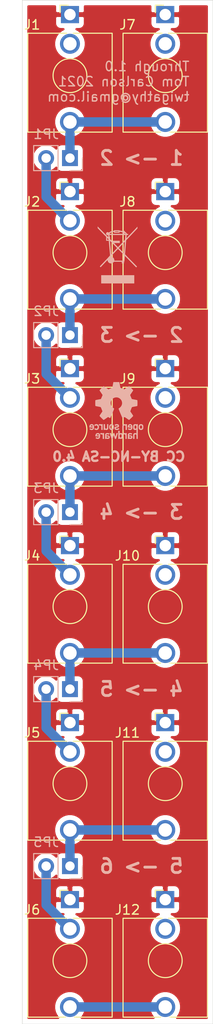
<source format=kicad_pcb>
(kicad_pcb (version 20171130) (host pcbnew "(5.1.4)-1")

  (general
    (thickness 1.6)
    (drawings 11)
    (tracks 27)
    (zones 0)
    (modules 19)
    (nets 13)
  )

  (page A4)
  (layers
    (0 F.Cu signal)
    (31 B.Cu signal)
    (32 B.Adhes user)
    (33 F.Adhes user)
    (34 B.Paste user)
    (35 F.Paste user)
    (36 B.SilkS user)
    (37 F.SilkS user)
    (38 B.Mask user)
    (39 F.Mask user)
    (40 Dwgs.User user)
    (41 Cmts.User user)
    (42 Eco1.User user)
    (43 Eco2.User user)
    (44 Edge.Cuts user)
    (45 Margin user)
    (46 B.CrtYd user)
    (47 F.CrtYd user)
    (48 B.Fab user)
    (49 F.Fab user)
  )

  (setup
    (last_trace_width 1)
    (trace_clearance 0.2)
    (zone_clearance 0.508)
    (zone_45_only no)
    (trace_min 0.2)
    (via_size 0.8)
    (via_drill 0.4)
    (via_min_size 0.4)
    (via_min_drill 0.3)
    (uvia_size 0.3)
    (uvia_drill 0.1)
    (uvias_allowed no)
    (uvia_min_size 0.2)
    (uvia_min_drill 0.1)
    (edge_width 0.05)
    (segment_width 0.2)
    (pcb_text_width 0.3)
    (pcb_text_size 1.5 1.5)
    (mod_edge_width 0.12)
    (mod_text_size 1 1)
    (mod_text_width 0.15)
    (pad_size 1.524 1.524)
    (pad_drill 0.762)
    (pad_to_mask_clearance 0.051)
    (solder_mask_min_width 0.25)
    (aux_axis_origin 0 0)
    (visible_elements 7FFFFFFF)
    (pcbplotparams
      (layerselection 0x010fc_ffffffff)
      (usegerberextensions false)
      (usegerberattributes true)
      (usegerberadvancedattributes false)
      (creategerberjobfile false)
      (excludeedgelayer true)
      (linewidth 0.100000)
      (plotframeref false)
      (viasonmask false)
      (mode 1)
      (useauxorigin false)
      (hpglpennumber 1)
      (hpglpenspeed 20)
      (hpglpendiameter 15.000000)
      (psnegative false)
      (psa4output false)
      (plotreference true)
      (plotvalue true)
      (plotinvisibletext false)
      (padsonsilk false)
      (subtractmaskfromsilk false)
      (outputformat 1)
      (mirror false)
      (drillshape 0)
      (scaleselection 1)
      (outputdirectory "logic/"))
  )

  (net 0 "")
  (net 1 "Net-(J1-PadT)")
  (net 2 "Net-(J2-PadT)")
  (net 3 "Net-(J3-PadT)")
  (net 4 "Net-(J10-PadT)")
  (net 5 "Net-(J11-PadT)")
  (net 6 "Net-(J12-PadT)")
  (net 7 "Net-(J2-PadTN)")
  (net 8 "Net-(J3-PadTN)")
  (net 9 "Net-(J4-PadTN)")
  (net 10 "Net-(J5-PadTN)")
  (net 11 "Net-(J6-PadTN)")
  (net 12 Earth)

  (net_class Default "This is the default net class."
    (clearance 0.2)
    (trace_width 1)
    (via_dia 0.8)
    (via_drill 0.4)
    (uvia_dia 0.3)
    (uvia_drill 0.1)
    (add_net Earth)
    (add_net "Net-(J1-PadT)")
    (add_net "Net-(J10-PadT)")
    (add_net "Net-(J11-PadT)")
    (add_net "Net-(J12-PadT)")
    (add_net "Net-(J2-PadT)")
    (add_net "Net-(J2-PadTN)")
    (add_net "Net-(J3-PadT)")
    (add_net "Net-(J3-PadTN)")
    (add_net "Net-(J4-PadTN)")
    (add_net "Net-(J5-PadTN)")
    (add_net "Net-(J6-PadTN)")
  )

  (module Symbol:OSHW-Logo_5.7x6mm_SilkScreen (layer B.Cu) (tedit 0) (tstamp 608E6228)
    (at 160.02 65.659 180)
    (descr "Open Source Hardware Logo")
    (tags "Logo OSHW")
    (attr virtual)
    (fp_text reference REF** (at 0 0) (layer B.SilkS) hide
      (effects (font (size 1 1) (thickness 0.15)) (justify mirror))
    )
    (fp_text value OSHW-Logo_5.7x6mm_SilkScreen (at 0.75 0) (layer B.Fab) hide
      (effects (font (size 1 1) (thickness 0.15)) (justify mirror))
    )
    (fp_poly (pts (xy -1.908759 -1.469184) (xy -1.882247 -1.482282) (xy -1.849553 -1.505106) (xy -1.825725 -1.529996)
      (xy -1.809406 -1.561249) (xy -1.79924 -1.603166) (xy -1.793872 -1.660044) (xy -1.791944 -1.736184)
      (xy -1.791831 -1.768917) (xy -1.792161 -1.840656) (xy -1.793527 -1.891927) (xy -1.7965 -1.927404)
      (xy -1.801649 -1.951763) (xy -1.809543 -1.96968) (xy -1.817757 -1.981902) (xy -1.870187 -2.033905)
      (xy -1.93193 -2.065184) (xy -1.998536 -2.074592) (xy -2.065558 -2.06098) (xy -2.086792 -2.051354)
      (xy -2.137624 -2.024859) (xy -2.137624 -2.440052) (xy -2.100525 -2.420868) (xy -2.051643 -2.406025)
      (xy -1.991561 -2.402222) (xy -1.931564 -2.409243) (xy -1.886256 -2.425013) (xy -1.848675 -2.455047)
      (xy -1.816564 -2.498024) (xy -1.81415 -2.502436) (xy -1.803967 -2.523221) (xy -1.79653 -2.54417)
      (xy -1.791411 -2.569548) (xy -1.788181 -2.603618) (xy -1.786413 -2.650641) (xy -1.785677 -2.714882)
      (xy -1.785544 -2.787176) (xy -1.785544 -3.017822) (xy -1.923861 -3.017822) (xy -1.923861 -2.592533)
      (xy -1.962549 -2.559979) (xy -2.002738 -2.53394) (xy -2.040797 -2.529205) (xy -2.079066 -2.541389)
      (xy -2.099462 -2.55332) (xy -2.114642 -2.570313) (xy -2.125438 -2.595995) (xy -2.132683 -2.633991)
      (xy -2.137208 -2.687926) (xy -2.139844 -2.761425) (xy -2.140772 -2.810347) (xy -2.143911 -3.011535)
      (xy -2.209926 -3.015336) (xy -2.27594 -3.019136) (xy -2.27594 -1.77065) (xy -2.137624 -1.77065)
      (xy -2.134097 -1.840254) (xy -2.122215 -1.888569) (xy -2.10002 -1.918631) (xy -2.065559 -1.933471)
      (xy -2.030742 -1.936436) (xy -1.991329 -1.933028) (xy -1.965171 -1.919617) (xy -1.948814 -1.901896)
      (xy -1.935937 -1.882835) (xy -1.928272 -1.861601) (xy -1.924861 -1.831849) (xy -1.924749 -1.787236)
      (xy -1.925897 -1.74988) (xy -1.928532 -1.693604) (xy -1.932456 -1.656658) (xy -1.939063 -1.633223)
      (xy -1.949749 -1.61748) (xy -1.959833 -1.60838) (xy -2.00197 -1.588537) (xy -2.05184 -1.585332)
      (xy -2.080476 -1.592168) (xy -2.108828 -1.616464) (xy -2.127609 -1.663728) (xy -2.136712 -1.733624)
      (xy -2.137624 -1.77065) (xy -2.27594 -1.77065) (xy -2.27594 -1.458614) (xy -2.206782 -1.458614)
      (xy -2.16526 -1.460256) (xy -2.143838 -1.466087) (xy -2.137626 -1.477461) (xy -2.137624 -1.477798)
      (xy -2.134742 -1.488938) (xy -2.12203 -1.487673) (xy -2.096757 -1.475433) (xy -2.037869 -1.456707)
      (xy -1.971615 -1.454739) (xy -1.908759 -1.469184)) (layer B.SilkS) (width 0.01))
    (fp_poly (pts (xy -1.38421 -2.406555) (xy -1.325055 -2.422339) (xy -1.280023 -2.450948) (xy -1.248246 -2.488419)
      (xy -1.238366 -2.504411) (xy -1.231073 -2.521163) (xy -1.225974 -2.542592) (xy -1.222679 -2.572616)
      (xy -1.220797 -2.615154) (xy -1.219937 -2.674122) (xy -1.219707 -2.75344) (xy -1.219703 -2.774484)
      (xy -1.219703 -3.017822) (xy -1.280059 -3.017822) (xy -1.318557 -3.015126) (xy -1.347023 -3.008295)
      (xy -1.354155 -3.004083) (xy -1.373652 -2.996813) (xy -1.393566 -3.004083) (xy -1.426353 -3.01316)
      (xy -1.473978 -3.016813) (xy -1.526764 -3.015228) (xy -1.575036 -3.008589) (xy -1.603218 -3.000072)
      (xy -1.657753 -2.965063) (xy -1.691835 -2.916479) (xy -1.707157 -2.851882) (xy -1.707299 -2.850223)
      (xy -1.705955 -2.821566) (xy -1.584356 -2.821566) (xy -1.573726 -2.854161) (xy -1.55641 -2.872505)
      (xy -1.521652 -2.886379) (xy -1.475773 -2.891917) (xy -1.428988 -2.889191) (xy -1.391514 -2.878274)
      (xy -1.381015 -2.871269) (xy -1.362668 -2.838904) (xy -1.35802 -2.802111) (xy -1.35802 -2.753763)
      (xy -1.427582 -2.753763) (xy -1.493667 -2.75885) (xy -1.543764 -2.773263) (xy -1.574929 -2.795729)
      (xy -1.584356 -2.821566) (xy -1.705955 -2.821566) (xy -1.703987 -2.779647) (xy -1.68071 -2.723845)
      (xy -1.636948 -2.681647) (xy -1.630899 -2.677808) (xy -1.604907 -2.665309) (xy -1.572735 -2.65774)
      (xy -1.52776 -2.654061) (xy -1.474331 -2.653216) (xy -1.35802 -2.653169) (xy -1.35802 -2.604411)
      (xy -1.362953 -2.566581) (xy -1.375543 -2.541236) (xy -1.377017 -2.539887) (xy -1.405034 -2.5288)
      (xy -1.447326 -2.524503) (xy -1.494064 -2.526615) (xy -1.535418 -2.534756) (xy -1.559957 -2.546965)
      (xy -1.573253 -2.556746) (xy -1.587294 -2.558613) (xy -1.606671 -2.5506) (xy -1.635976 -2.530739)
      (xy -1.679803 -2.497063) (xy -1.683825 -2.493909) (xy -1.681764 -2.482236) (xy -1.664568 -2.462822)
      (xy -1.638433 -2.441248) (xy -1.609552 -2.423096) (xy -1.600478 -2.418809) (xy -1.56738 -2.410256)
      (xy -1.51888 -2.404155) (xy -1.464695 -2.401708) (xy -1.462161 -2.401703) (xy -1.38421 -2.406555)) (layer B.SilkS) (width 0.01))
    (fp_poly (pts (xy -0.993356 -2.40302) (xy -0.974539 -2.40866) (xy -0.968473 -2.421053) (xy -0.968218 -2.426647)
      (xy -0.967129 -2.44223) (xy -0.959632 -2.444676) (xy -0.939381 -2.433993) (xy -0.927351 -2.426694)
      (xy -0.8894 -2.411063) (xy -0.844072 -2.403334) (xy -0.796544 -2.40274) (xy -0.751995 -2.408513)
      (xy -0.715602 -2.419884) (xy -0.692543 -2.436088) (xy -0.687996 -2.456355) (xy -0.690291 -2.461843)
      (xy -0.70702 -2.484626) (xy -0.732963 -2.512647) (xy -0.737655 -2.517177) (xy -0.762383 -2.538005)
      (xy -0.783718 -2.544735) (xy -0.813555 -2.540038) (xy -0.825508 -2.536917) (xy -0.862705 -2.529421)
      (xy -0.888859 -2.532792) (xy -0.910946 -2.544681) (xy -0.931178 -2.560635) (xy -0.946079 -2.5807)
      (xy -0.956434 -2.608702) (xy -0.963029 -2.648467) (xy -0.966649 -2.703823) (xy -0.968078 -2.778594)
      (xy -0.968218 -2.82374) (xy -0.968218 -3.017822) (xy -1.09396 -3.017822) (xy -1.09396 -2.401683)
      (xy -1.031089 -2.401683) (xy -0.993356 -2.40302)) (layer B.SilkS) (width 0.01))
    (fp_poly (pts (xy -0.201188 -3.017822) (xy -0.270346 -3.017822) (xy -0.310488 -3.016645) (xy -0.331394 -3.011772)
      (xy -0.338922 -3.001186) (xy -0.339505 -2.994029) (xy -0.340774 -2.979676) (xy -0.348779 -2.976923)
      (xy -0.369815 -2.985771) (xy -0.386173 -2.994029) (xy -0.448977 -3.013597) (xy -0.517248 -3.014729)
      (xy -0.572752 -3.000135) (xy -0.624438 -2.964877) (xy -0.663838 -2.912835) (xy -0.685413 -2.85145)
      (xy -0.685962 -2.848018) (xy -0.689167 -2.810571) (xy -0.690761 -2.756813) (xy -0.690633 -2.716155)
      (xy -0.553279 -2.716155) (xy -0.550097 -2.770194) (xy -0.542859 -2.814735) (xy -0.53306 -2.839888)
      (xy -0.495989 -2.87426) (xy -0.451974 -2.886582) (xy -0.406584 -2.876618) (xy -0.367797 -2.846895)
      (xy -0.353108 -2.826905) (xy -0.344519 -2.80305) (xy -0.340496 -2.76823) (xy -0.339505 -2.71593)
      (xy -0.341278 -2.664139) (xy -0.345963 -2.618634) (xy -0.352603 -2.588181) (xy -0.35371 -2.585452)
      (xy -0.380491 -2.553) (xy -0.419579 -2.535183) (xy -0.463315 -2.532306) (xy -0.504038 -2.544674)
      (xy -0.534087 -2.572593) (xy -0.537204 -2.578148) (xy -0.546961 -2.612022) (xy -0.552277 -2.660728)
      (xy -0.553279 -2.716155) (xy -0.690633 -2.716155) (xy -0.690568 -2.69554) (xy -0.689664 -2.662563)
      (xy -0.683514 -2.580981) (xy -0.670733 -2.51973) (xy -0.649471 -2.474449) (xy -0.617878 -2.440779)
      (xy -0.587207 -2.421014) (xy -0.544354 -2.40712) (xy -0.491056 -2.402354) (xy -0.43648 -2.406236)
      (xy -0.389792 -2.418282) (xy -0.365124 -2.432693) (xy -0.339505 -2.455878) (xy -0.339505 -2.162773)
      (xy -0.201188 -2.162773) (xy -0.201188 -3.017822)) (layer B.SilkS) (width 0.01))
    (fp_poly (pts (xy 0.281524 -2.404237) (xy 0.331255 -2.407971) (xy 0.461291 -2.797773) (xy 0.481678 -2.728614)
      (xy 0.493946 -2.685874) (xy 0.510085 -2.628115) (xy 0.527512 -2.564625) (xy 0.536726 -2.53057)
      (xy 0.571388 -2.401683) (xy 0.714391 -2.401683) (xy 0.671646 -2.536857) (xy 0.650596 -2.603342)
      (xy 0.625167 -2.683539) (xy 0.59861 -2.767193) (xy 0.574902 -2.841782) (xy 0.520902 -3.011535)
      (xy 0.462598 -3.015328) (xy 0.404295 -3.019122) (xy 0.372679 -2.914734) (xy 0.353182 -2.849889)
      (xy 0.331904 -2.7784) (xy 0.313308 -2.715263) (xy 0.312574 -2.71275) (xy 0.298684 -2.669969)
      (xy 0.286429 -2.640779) (xy 0.277846 -2.629741) (xy 0.276082 -2.631018) (xy 0.269891 -2.64813)
      (xy 0.258128 -2.684787) (xy 0.242225 -2.736378) (xy 0.223614 -2.798294) (xy 0.213543 -2.832352)
      (xy 0.159007 -3.017822) (xy 0.043264 -3.017822) (xy -0.049263 -2.725471) (xy -0.075256 -2.643462)
      (xy -0.098934 -2.568987) (xy -0.11918 -2.505544) (xy -0.134874 -2.456632) (xy -0.144898 -2.425749)
      (xy -0.147945 -2.416726) (xy -0.145533 -2.407487) (xy -0.126592 -2.403441) (xy -0.087177 -2.403846)
      (xy -0.081007 -2.404152) (xy -0.007914 -2.407971) (xy 0.039957 -2.58401) (xy 0.057553 -2.648211)
      (xy 0.073277 -2.704649) (xy 0.085746 -2.748422) (xy 0.093574 -2.77463) (xy 0.09502 -2.778903)
      (xy 0.101014 -2.77399) (xy 0.113101 -2.748532) (xy 0.129893 -2.705997) (xy 0.150003 -2.64985)
      (xy 0.167003 -2.59913) (xy 0.231794 -2.400504) (xy 0.281524 -2.404237)) (layer B.SilkS) (width 0.01))
    (fp_poly (pts (xy 1.038411 -2.405417) (xy 1.091411 -2.41829) (xy 1.106731 -2.42511) (xy 1.136428 -2.442974)
      (xy 1.15922 -2.463093) (xy 1.176083 -2.488962) (xy 1.187998 -2.524073) (xy 1.195942 -2.57192)
      (xy 1.200894 -2.635996) (xy 1.203831 -2.719794) (xy 1.204947 -2.775768) (xy 1.209052 -3.017822)
      (xy 1.138932 -3.017822) (xy 1.096393 -3.016038) (xy 1.074476 -3.009942) (xy 1.068812 -2.999706)
      (xy 1.065821 -2.988637) (xy 1.052451 -2.990754) (xy 1.034233 -2.999629) (xy 0.988624 -3.013233)
      (xy 0.930007 -3.016899) (xy 0.868354 -3.010903) (xy 0.813638 -2.995521) (xy 0.80873 -2.993386)
      (xy 0.758723 -2.958255) (xy 0.725756 -2.909419) (xy 0.710587 -2.852333) (xy 0.711746 -2.831824)
      (xy 0.835508 -2.831824) (xy 0.846413 -2.859425) (xy 0.878745 -2.879204) (xy 0.93091 -2.889819)
      (xy 0.958787 -2.891228) (xy 1.005247 -2.88762) (xy 1.036129 -2.873597) (xy 1.043664 -2.866931)
      (xy 1.064076 -2.830666) (xy 1.068812 -2.797773) (xy 1.068812 -2.753763) (xy 1.007513 -2.753763)
      (xy 0.936256 -2.757395) (xy 0.886276 -2.768818) (xy 0.854696 -2.788824) (xy 0.847626 -2.797743)
      (xy 0.835508 -2.831824) (xy 0.711746 -2.831824) (xy 0.713971 -2.792456) (xy 0.736663 -2.735244)
      (xy 0.767624 -2.69658) (xy 0.786376 -2.679864) (xy 0.804733 -2.668878) (xy 0.828619 -2.66218)
      (xy 0.863957 -2.658326) (xy 0.916669 -2.655873) (xy 0.937577 -2.655168) (xy 1.068812 -2.650879)
      (xy 1.06862 -2.611158) (xy 1.063537 -2.569405) (xy 1.045162 -2.544158) (xy 1.008039 -2.52803)
      (xy 1.007043 -2.527742) (xy 0.95441 -2.5214) (xy 0.902906 -2.529684) (xy 0.86463 -2.549827)
      (xy 0.849272 -2.559773) (xy 0.83273 -2.558397) (xy 0.807275 -2.543987) (xy 0.792328 -2.533817)
      (xy 0.763091 -2.512088) (xy 0.74498 -2.4958) (xy 0.742074 -2.491137) (xy 0.75404 -2.467005)
      (xy 0.789396 -2.438185) (xy 0.804753 -2.428461) (xy 0.848901 -2.411714) (xy 0.908398 -2.402227)
      (xy 0.974487 -2.400095) (xy 1.038411 -2.405417)) (layer B.SilkS) (width 0.01))
    (fp_poly (pts (xy 1.635255 -2.401486) (xy 1.683595 -2.411015) (xy 1.711114 -2.425125) (xy 1.740064 -2.448568)
      (xy 1.698876 -2.500571) (xy 1.673482 -2.532064) (xy 1.656238 -2.547428) (xy 1.639102 -2.549776)
      (xy 1.614027 -2.542217) (xy 1.602257 -2.537941) (xy 1.55427 -2.531631) (xy 1.510324 -2.545156)
      (xy 1.47806 -2.57571) (xy 1.472819 -2.585452) (xy 1.467112 -2.611258) (xy 1.462706 -2.658817)
      (xy 1.459811 -2.724758) (xy 1.458631 -2.80571) (xy 1.458614 -2.817226) (xy 1.458614 -3.017822)
      (xy 1.320297 -3.017822) (xy 1.320297 -2.401683) (xy 1.389456 -2.401683) (xy 1.429333 -2.402725)
      (xy 1.450107 -2.407358) (xy 1.457789 -2.417849) (xy 1.458614 -2.427745) (xy 1.458614 -2.453806)
      (xy 1.491745 -2.427745) (xy 1.529735 -2.409965) (xy 1.58077 -2.401174) (xy 1.635255 -2.401486)) (layer B.SilkS) (width 0.01))
    (fp_poly (pts (xy 2.032581 -2.40497) (xy 2.092685 -2.420597) (xy 2.143021 -2.452848) (xy 2.167393 -2.47694)
      (xy 2.207345 -2.533895) (xy 2.230242 -2.599965) (xy 2.238108 -2.681182) (xy 2.238148 -2.687748)
      (xy 2.238218 -2.753763) (xy 1.858264 -2.753763) (xy 1.866363 -2.788342) (xy 1.880987 -2.819659)
      (xy 1.906581 -2.852291) (xy 1.911935 -2.8575) (xy 1.957943 -2.885694) (xy 2.01041 -2.890475)
      (xy 2.070803 -2.871926) (xy 2.08104 -2.866931) (xy 2.112439 -2.851745) (xy 2.13347 -2.843094)
      (xy 2.137139 -2.842293) (xy 2.149948 -2.850063) (xy 2.174378 -2.869072) (xy 2.186779 -2.87946)
      (xy 2.212476 -2.903321) (xy 2.220915 -2.919077) (xy 2.215058 -2.933571) (xy 2.211928 -2.937534)
      (xy 2.190725 -2.954879) (xy 2.155738 -2.975959) (xy 2.131337 -2.988265) (xy 2.062072 -3.009946)
      (xy 1.985388 -3.016971) (xy 1.912765 -3.008647) (xy 1.892426 -3.002686) (xy 1.829476 -2.968952)
      (xy 1.782815 -2.917045) (xy 1.752173 -2.846459) (xy 1.737282 -2.756692) (xy 1.735647 -2.709753)
      (xy 1.740421 -2.641413) (xy 1.86099 -2.641413) (xy 1.872652 -2.646465) (xy 1.903998 -2.650429)
      (xy 1.949571 -2.652768) (xy 1.980446 -2.653169) (xy 2.035981 -2.652783) (xy 2.071033 -2.650975)
      (xy 2.090262 -2.646773) (xy 2.09833 -2.639203) (xy 2.099901 -2.628218) (xy 2.089121 -2.594381)
      (xy 2.06198 -2.56094) (xy 2.026277 -2.535272) (xy 1.99056 -2.524772) (xy 1.942048 -2.534086)
      (xy 1.900053 -2.561013) (xy 1.870936 -2.599827) (xy 1.86099 -2.641413) (xy 1.740421 -2.641413)
      (xy 1.742599 -2.610236) (xy 1.764055 -2.530949) (xy 1.80047 -2.471263) (xy 1.852297 -2.430549)
      (xy 1.91999 -2.408179) (xy 1.956662 -2.403871) (xy 2.032581 -2.40497)) (layer B.SilkS) (width 0.01))
    (fp_poly (pts (xy -2.538261 -1.465148) (xy -2.472479 -1.494231) (xy -2.42254 -1.542793) (xy -2.388374 -1.610908)
      (xy -2.369907 -1.698651) (xy -2.368583 -1.712351) (xy -2.367546 -1.808939) (xy -2.380993 -1.893602)
      (xy -2.408108 -1.962221) (xy -2.422627 -1.984294) (xy -2.473201 -2.031011) (xy -2.537609 -2.061268)
      (xy -2.609666 -2.073824) (xy -2.683185 -2.067439) (xy -2.739072 -2.047772) (xy -2.787132 -2.014629)
      (xy -2.826412 -1.971175) (xy -2.827092 -1.970158) (xy -2.843044 -1.943338) (xy -2.85341 -1.916368)
      (xy -2.859688 -1.882332) (xy -2.863373 -1.83431) (xy -2.864997 -1.794931) (xy -2.865672 -1.759219)
      (xy -2.739955 -1.759219) (xy -2.738726 -1.79477) (xy -2.734266 -1.842094) (xy -2.726397 -1.872465)
      (xy -2.712207 -1.894072) (xy -2.698917 -1.906694) (xy -2.651802 -1.933122) (xy -2.602505 -1.936653)
      (xy -2.556593 -1.917639) (xy -2.533638 -1.896331) (xy -2.517096 -1.874859) (xy -2.507421 -1.854313)
      (xy -2.503174 -1.827574) (xy -2.50292 -1.787523) (xy -2.504228 -1.750638) (xy -2.507043 -1.697947)
      (xy -2.511505 -1.663772) (xy -2.519548 -1.64148) (xy -2.533103 -1.624442) (xy -2.543845 -1.614703)
      (xy -2.588777 -1.589123) (xy -2.637249 -1.587847) (xy -2.677894 -1.602999) (xy -2.712567 -1.634642)
      (xy -2.733224 -1.68662) (xy -2.739955 -1.759219) (xy -2.865672 -1.759219) (xy -2.866479 -1.716621)
      (xy -2.863948 -1.658056) (xy -2.856362 -1.614007) (xy -2.842681 -1.579248) (xy -2.821865 -1.548551)
      (xy -2.814147 -1.539436) (xy -2.765889 -1.494021) (xy -2.714128 -1.467493) (xy -2.650828 -1.456379)
      (xy -2.619961 -1.455471) (xy -2.538261 -1.465148)) (layer B.SilkS) (width 0.01))
    (fp_poly (pts (xy -1.356699 -1.472614) (xy -1.344168 -1.478514) (xy -1.300799 -1.510283) (xy -1.25979 -1.556646)
      (xy -1.229168 -1.607696) (xy -1.220459 -1.631166) (xy -1.212512 -1.673091) (xy -1.207774 -1.723757)
      (xy -1.207199 -1.744679) (xy -1.207129 -1.810693) (xy -1.587083 -1.810693) (xy -1.578983 -1.845273)
      (xy -1.559104 -1.88617) (xy -1.524347 -1.921514) (xy -1.482998 -1.944282) (xy -1.456649 -1.94901)
      (xy -1.420916 -1.943273) (xy -1.378282 -1.928882) (xy -1.363799 -1.922262) (xy -1.31024 -1.895513)
      (xy -1.264533 -1.930376) (xy -1.238158 -1.953955) (xy -1.224124 -1.973417) (xy -1.223414 -1.979129)
      (xy -1.235951 -1.992973) (xy -1.263428 -2.014012) (xy -1.288366 -2.030425) (xy -1.355664 -2.05993)
      (xy -1.43111 -2.073284) (xy -1.505888 -2.069812) (xy -1.565495 -2.051663) (xy -1.626941 -2.012784)
      (xy -1.670608 -1.961595) (xy -1.697926 -1.895367) (xy -1.710322 -1.811371) (xy -1.711421 -1.772936)
      (xy -1.707022 -1.684861) (xy -1.706482 -1.682299) (xy -1.580582 -1.682299) (xy -1.577115 -1.690558)
      (xy -1.562863 -1.695113) (xy -1.53347 -1.697065) (xy -1.484575 -1.697517) (xy -1.465748 -1.697525)
      (xy -1.408467 -1.696843) (xy -1.372141 -1.694364) (xy -1.352604 -1.689443) (xy -1.34569 -1.681434)
      (xy -1.345445 -1.678862) (xy -1.353336 -1.658423) (xy -1.373085 -1.629789) (xy -1.381575 -1.619763)
      (xy -1.413094 -1.591408) (xy -1.445949 -1.580259) (xy -1.463651 -1.579327) (xy -1.511539 -1.590981)
      (xy -1.551699 -1.622285) (xy -1.577173 -1.667752) (xy -1.577625 -1.669233) (xy -1.580582 -1.682299)
      (xy -1.706482 -1.682299) (xy -1.692392 -1.61551) (xy -1.666038 -1.560025) (xy -1.633807 -1.520639)
      (xy -1.574217 -1.477931) (xy -1.504168 -1.455109) (xy -1.429661 -1.453046) (xy -1.356699 -1.472614)) (layer B.SilkS) (width 0.01))
    (fp_poly (pts (xy 0.014017 -1.456452) (xy 0.061634 -1.465482) (xy 0.111034 -1.48437) (xy 0.116312 -1.486777)
      (xy 0.153774 -1.506476) (xy 0.179717 -1.524781) (xy 0.188103 -1.536508) (xy 0.180117 -1.555632)
      (xy 0.16072 -1.58385) (xy 0.15211 -1.594384) (xy 0.116628 -1.635847) (xy 0.070885 -1.608858)
      (xy 0.02735 -1.590878) (xy -0.02295 -1.581267) (xy -0.071188 -1.58066) (xy -0.108533 -1.589691)
      (xy -0.117495 -1.595327) (xy -0.134563 -1.621171) (xy -0.136637 -1.650941) (xy -0.123866 -1.674197)
      (xy -0.116312 -1.678708) (xy -0.093675 -1.684309) (xy -0.053885 -1.690892) (xy -0.004834 -1.697183)
      (xy 0.004215 -1.69817) (xy 0.082996 -1.711798) (xy 0.140136 -1.734946) (xy 0.17803 -1.769752)
      (xy 0.199079 -1.818354) (xy 0.205635 -1.877718) (xy 0.196577 -1.945198) (xy 0.167164 -1.998188)
      (xy 0.117278 -2.036783) (xy 0.0468 -2.061081) (xy -0.031435 -2.070667) (xy -0.095234 -2.070552)
      (xy -0.146984 -2.061845) (xy -0.182327 -2.049825) (xy -0.226983 -2.02888) (xy -0.268253 -2.004574)
      (xy -0.282921 -1.993876) (xy -0.320643 -1.963084) (xy -0.275148 -1.917049) (xy -0.229653 -1.871013)
      (xy -0.177928 -1.905243) (xy -0.126048 -1.930952) (xy -0.070649 -1.944399) (xy -0.017395 -1.945818)
      (xy 0.028049 -1.935443) (xy 0.060016 -1.913507) (xy 0.070338 -1.894998) (xy 0.068789 -1.865314)
      (xy 0.04314 -1.842615) (xy -0.00654 -1.82694) (xy -0.060969 -1.819695) (xy -0.144736 -1.805873)
      (xy -0.206967 -1.779796) (xy -0.248493 -1.740699) (xy -0.270147 -1.68782) (xy -0.273147 -1.625126)
      (xy -0.258329 -1.559642) (xy -0.224546 -1.510144) (xy -0.171495 -1.476408) (xy -0.098874 -1.458207)
      (xy -0.045072 -1.454639) (xy 0.014017 -1.456452)) (layer B.SilkS) (width 0.01))
    (fp_poly (pts (xy 0.610762 -1.466055) (xy 0.674363 -1.500692) (xy 0.724123 -1.555372) (xy 0.747568 -1.599842)
      (xy 0.757634 -1.639121) (xy 0.764156 -1.695116) (xy 0.766951 -1.759621) (xy 0.765836 -1.824429)
      (xy 0.760626 -1.881334) (xy 0.754541 -1.911727) (xy 0.734014 -1.953306) (xy 0.698463 -1.997468)
      (xy 0.655619 -2.036087) (xy 0.613211 -2.061034) (xy 0.612177 -2.06143) (xy 0.559553 -2.072331)
      (xy 0.497188 -2.072601) (xy 0.437924 -2.062676) (xy 0.41504 -2.054722) (xy 0.356102 -2.0213)
      (xy 0.31389 -1.977511) (xy 0.286156 -1.919538) (xy 0.270651 -1.843565) (xy 0.267143 -1.803771)
      (xy 0.26759 -1.753766) (xy 0.402376 -1.753766) (xy 0.406917 -1.826732) (xy 0.419986 -1.882334)
      (xy 0.440756 -1.917861) (xy 0.455552 -1.92802) (xy 0.493464 -1.935104) (xy 0.538527 -1.933007)
      (xy 0.577487 -1.922812) (xy 0.587704 -1.917204) (xy 0.614659 -1.884538) (xy 0.632451 -1.834545)
      (xy 0.640024 -1.773705) (xy 0.636325 -1.708497) (xy 0.628057 -1.669253) (xy 0.60432 -1.623805)
      (xy 0.566849 -1.595396) (xy 0.52172 -1.585573) (xy 0.475011 -1.595887) (xy 0.439132 -1.621112)
      (xy 0.420277 -1.641925) (xy 0.409272 -1.662439) (xy 0.404026 -1.690203) (xy 0.402449 -1.732762)
      (xy 0.402376 -1.753766) (xy 0.26759 -1.753766) (xy 0.268094 -1.69758) (xy 0.285388 -1.610501)
      (xy 0.319029 -1.54253) (xy 0.369018 -1.493664) (xy 0.435356 -1.463899) (xy 0.449601 -1.460448)
      (xy 0.53521 -1.452345) (xy 0.610762 -1.466055)) (layer B.SilkS) (width 0.01))
    (fp_poly (pts (xy 0.993367 -1.654342) (xy 0.994555 -1.746563) (xy 0.998897 -1.81661) (xy 1.007558 -1.867381)
      (xy 1.021704 -1.901772) (xy 1.0425 -1.922679) (xy 1.07111 -1.933) (xy 1.106535 -1.935636)
      (xy 1.143636 -1.932682) (xy 1.171818 -1.921889) (xy 1.192243 -1.90036) (xy 1.206079 -1.865199)
      (xy 1.214491 -1.81351) (xy 1.218643 -1.742394) (xy 1.219703 -1.654342) (xy 1.219703 -1.458614)
      (xy 1.35802 -1.458614) (xy 1.35802 -2.062179) (xy 1.288862 -2.062179) (xy 1.24717 -2.060489)
      (xy 1.225701 -2.054556) (xy 1.219703 -2.043293) (xy 1.216091 -2.033261) (xy 1.201714 -2.035383)
      (xy 1.172736 -2.04958) (xy 1.106319 -2.07148) (xy 1.035875 -2.069928) (xy 0.968377 -2.046147)
      (xy 0.936233 -2.027362) (xy 0.911715 -2.007022) (xy 0.893804 -1.981573) (xy 0.881479 -1.947458)
      (xy 0.873723 -1.901121) (xy 0.869516 -1.839007) (xy 0.86784 -1.757561) (xy 0.867624 -1.694578)
      (xy 0.867624 -1.458614) (xy 0.993367 -1.458614) (xy 0.993367 -1.654342)) (layer B.SilkS) (width 0.01))
    (fp_poly (pts (xy 2.217226 -1.46388) (xy 2.29008 -1.49483) (xy 2.313027 -1.509895) (xy 2.342354 -1.533048)
      (xy 2.360764 -1.551253) (xy 2.363961 -1.557183) (xy 2.354935 -1.57034) (xy 2.331837 -1.592667)
      (xy 2.313344 -1.60825) (xy 2.262728 -1.648926) (xy 2.22276 -1.615295) (xy 2.191874 -1.593584)
      (xy 2.161759 -1.58609) (xy 2.127292 -1.58792) (xy 2.072561 -1.601528) (xy 2.034886 -1.629772)
      (xy 2.011991 -1.675433) (xy 2.001597 -1.741289) (xy 2.001595 -1.741331) (xy 2.002494 -1.814939)
      (xy 2.016463 -1.868946) (xy 2.044328 -1.905716) (xy 2.063325 -1.918168) (xy 2.113776 -1.933673)
      (xy 2.167663 -1.933683) (xy 2.214546 -1.918638) (xy 2.225644 -1.911287) (xy 2.253476 -1.892511)
      (xy 2.275236 -1.889434) (xy 2.298704 -1.903409) (xy 2.324649 -1.92851) (xy 2.365716 -1.97088)
      (xy 2.320121 -2.008464) (xy 2.249674 -2.050882) (xy 2.170233 -2.071785) (xy 2.087215 -2.070272)
      (xy 2.032694 -2.056411) (xy 1.96897 -2.022135) (xy 1.918005 -1.968212) (xy 1.894851 -1.930149)
      (xy 1.876099 -1.875536) (xy 1.866715 -1.806369) (xy 1.866643 -1.731407) (xy 1.875824 -1.659409)
      (xy 1.894199 -1.599137) (xy 1.897093 -1.592958) (xy 1.939952 -1.532351) (xy 1.997979 -1.488224)
      (xy 2.066591 -1.461493) (xy 2.141201 -1.453073) (xy 2.217226 -1.46388)) (layer B.SilkS) (width 0.01))
    (fp_poly (pts (xy 2.677898 -1.456457) (xy 2.710096 -1.464279) (xy 2.771825 -1.492921) (xy 2.82461 -1.536667)
      (xy 2.861141 -1.589117) (xy 2.86616 -1.600893) (xy 2.873045 -1.63174) (xy 2.877864 -1.677371)
      (xy 2.879505 -1.723492) (xy 2.879505 -1.810693) (xy 2.697178 -1.810693) (xy 2.621979 -1.810978)
      (xy 2.569003 -1.812704) (xy 2.535325 -1.817181) (xy 2.51802 -1.82572) (xy 2.514163 -1.83963)
      (xy 2.520829 -1.860222) (xy 2.53277 -1.884315) (xy 2.56608 -1.924525) (xy 2.612368 -1.944558)
      (xy 2.668944 -1.943905) (xy 2.733031 -1.922101) (xy 2.788417 -1.895193) (xy 2.834375 -1.931532)
      (xy 2.880333 -1.967872) (xy 2.837096 -2.007819) (xy 2.779374 -2.045563) (xy 2.708386 -2.06832)
      (xy 2.632029 -2.074688) (xy 2.558199 -2.063268) (xy 2.546287 -2.059393) (xy 2.481399 -2.025506)
      (xy 2.43313 -1.974986) (xy 2.400465 -1.906325) (xy 2.382385 -1.818014) (xy 2.382175 -1.816121)
      (xy 2.380556 -1.719878) (xy 2.3871 -1.685542) (xy 2.514852 -1.685542) (xy 2.526584 -1.690822)
      (xy 2.558438 -1.694867) (xy 2.605397 -1.697176) (xy 2.635154 -1.697525) (xy 2.690648 -1.697306)
      (xy 2.725346 -1.695916) (xy 2.743601 -1.692251) (xy 2.749766 -1.68521) (xy 2.748195 -1.67369)
      (xy 2.746878 -1.669233) (xy 2.724382 -1.627355) (xy 2.689003 -1.593604) (xy 2.65778 -1.578773)
      (xy 2.616301 -1.579668) (xy 2.574269 -1.598164) (xy 2.539012 -1.628786) (xy 2.517854 -1.666062)
      (xy 2.514852 -1.685542) (xy 2.3871 -1.685542) (xy 2.39669 -1.635229) (xy 2.428698 -1.564191)
      (xy 2.474701 -1.508779) (xy 2.532821 -1.471009) (xy 2.60118 -1.452896) (xy 2.677898 -1.456457)) (layer B.SilkS) (width 0.01))
    (fp_poly (pts (xy -0.754012 -1.469002) (xy -0.722717 -1.48395) (xy -0.692409 -1.505541) (xy -0.669318 -1.530391)
      (xy -0.6525 -1.562087) (xy -0.641006 -1.604214) (xy -0.633891 -1.660358) (xy -0.630207 -1.734106)
      (xy -0.629008 -1.829044) (xy -0.628989 -1.838985) (xy -0.628713 -2.062179) (xy -0.76703 -2.062179)
      (xy -0.76703 -1.856418) (xy -0.767128 -1.780189) (xy -0.767809 -1.724939) (xy -0.769651 -1.686501)
      (xy -0.773233 -1.660706) (xy -0.779132 -1.643384) (xy -0.787927 -1.630368) (xy -0.80018 -1.617507)
      (xy -0.843047 -1.589873) (xy -0.889843 -1.584745) (xy -0.934424 -1.602217) (xy -0.949928 -1.615221)
      (xy -0.96131 -1.627447) (xy -0.969481 -1.64054) (xy -0.974974 -1.658615) (xy -0.97832 -1.685787)
      (xy -0.980051 -1.72617) (xy -0.980697 -1.783879) (xy -0.980792 -1.854132) (xy -0.980792 -2.062179)
      (xy -1.119109 -2.062179) (xy -1.119109 -1.458614) (xy -1.04995 -1.458614) (xy -1.008428 -1.460256)
      (xy -0.987006 -1.466087) (xy -0.980795 -1.477461) (xy -0.980792 -1.477798) (xy -0.97791 -1.488938)
      (xy -0.965199 -1.487674) (xy -0.939926 -1.475434) (xy -0.882605 -1.457424) (xy -0.817037 -1.455421)
      (xy -0.754012 -1.469002)) (layer B.SilkS) (width 0.01))
    (fp_poly (pts (xy 1.79946 -1.45803) (xy 1.842711 -1.471245) (xy 1.870558 -1.487941) (xy 1.879629 -1.501145)
      (xy 1.877132 -1.516797) (xy 1.860931 -1.541385) (xy 1.847232 -1.5588) (xy 1.818992 -1.590283)
      (xy 1.797775 -1.603529) (xy 1.779688 -1.602664) (xy 1.726035 -1.58901) (xy 1.68663 -1.58963)
      (xy 1.654632 -1.605104) (xy 1.64389 -1.614161) (xy 1.609505 -1.646027) (xy 1.609505 -2.062179)
      (xy 1.471188 -2.062179) (xy 1.471188 -1.458614) (xy 1.540347 -1.458614) (xy 1.581869 -1.460256)
      (xy 1.603291 -1.466087) (xy 1.609502 -1.477461) (xy 1.609505 -1.477798) (xy 1.612439 -1.489713)
      (xy 1.625704 -1.488159) (xy 1.644084 -1.479563) (xy 1.682046 -1.463568) (xy 1.712872 -1.453945)
      (xy 1.752536 -1.451478) (xy 1.79946 -1.45803)) (layer B.SilkS) (width 0.01))
    (fp_poly (pts (xy 0.376964 2.709982) (xy 0.433812 2.40843) (xy 0.853338 2.235488) (xy 1.104984 2.406605)
      (xy 1.175458 2.45425) (xy 1.239163 2.49679) (xy 1.293126 2.532285) (xy 1.334373 2.55879)
      (xy 1.359934 2.574364) (xy 1.366895 2.577722) (xy 1.379435 2.569086) (xy 1.406231 2.545208)
      (xy 1.44428 2.509141) (xy 1.490579 2.463933) (xy 1.542123 2.412636) (xy 1.595909 2.358299)
      (xy 1.648935 2.303972) (xy 1.698195 2.252705) (xy 1.740687 2.207549) (xy 1.773407 2.171554)
      (xy 1.793351 2.14777) (xy 1.798119 2.13981) (xy 1.791257 2.125135) (xy 1.77202 2.092986)
      (xy 1.74243 2.046508) (xy 1.70451 1.988844) (xy 1.660282 1.92314) (xy 1.634654 1.885664)
      (xy 1.587941 1.817232) (xy 1.546432 1.75548) (xy 1.51214 1.703481) (xy 1.48708 1.664308)
      (xy 1.473264 1.641035) (xy 1.471188 1.636145) (xy 1.475895 1.622245) (xy 1.488723 1.58985)
      (xy 1.507738 1.543515) (xy 1.531003 1.487794) (xy 1.556584 1.427242) (xy 1.582545 1.366414)
      (xy 1.60695 1.309864) (xy 1.627863 1.262148) (xy 1.643349 1.227819) (xy 1.651472 1.211432)
      (xy 1.651952 1.210788) (xy 1.664707 1.207659) (xy 1.698677 1.200679) (xy 1.75034 1.190533)
      (xy 1.816176 1.177908) (xy 1.892664 1.163491) (xy 1.93729 1.155177) (xy 2.019021 1.139616)
      (xy 2.092843 1.124808) (xy 2.155021 1.111564) (xy 2.201822 1.100695) (xy 2.229509 1.093011)
      (xy 2.235074 1.090573) (xy 2.240526 1.07407) (xy 2.244924 1.0368) (xy 2.248272 0.98312)
      (xy 2.250574 0.917388) (xy 2.251832 0.843963) (xy 2.252048 0.767204) (xy 2.251227 0.691468)
      (xy 2.249371 0.621114) (xy 2.246482 0.5605) (xy 2.242565 0.513984) (xy 2.237622 0.485925)
      (xy 2.234657 0.480084) (xy 2.216934 0.473083) (xy 2.179381 0.463073) (xy 2.126964 0.451231)
      (xy 2.064652 0.438733) (xy 2.0429 0.43469) (xy 1.938024 0.41548) (xy 1.85518 0.400009)
      (xy 1.79163 0.387663) (xy 1.744637 0.377827) (xy 1.711463 0.369886) (xy 1.689371 0.363224)
      (xy 1.675624 0.357227) (xy 1.667484 0.351281) (xy 1.666345 0.350106) (xy 1.654977 0.331174)
      (xy 1.637635 0.294331) (xy 1.61605 0.244087) (xy 1.591954 0.184954) (xy 1.567079 0.121444)
      (xy 1.543157 0.058068) (xy 1.521919 -0.000662) (xy 1.505097 -0.050235) (xy 1.494422 -0.086139)
      (xy 1.491627 -0.103862) (xy 1.49186 -0.104483) (xy 1.501331 -0.11897) (xy 1.522818 -0.150844)
      (xy 1.554063 -0.196789) (xy 1.592807 -0.253485) (xy 1.636793 -0.317617) (xy 1.649319 -0.335842)
      (xy 1.693984 -0.401914) (xy 1.733288 -0.4622) (xy 1.765088 -0.513235) (xy 1.787245 -0.55156)
      (xy 1.797617 -0.573711) (xy 1.798119 -0.576432) (xy 1.789405 -0.590736) (xy 1.765325 -0.619072)
      (xy 1.728976 -0.658396) (xy 1.683453 -0.705661) (xy 1.631852 -0.757823) (xy 1.577267 -0.811835)
      (xy 1.522794 -0.864653) (xy 1.471529 -0.913231) (xy 1.426567 -0.954523) (xy 1.391004 -0.985485)
      (xy 1.367935 -1.00307) (xy 1.361554 -1.005941) (xy 1.346699 -0.999178) (xy 1.316286 -0.980939)
      (xy 1.275268 -0.954297) (xy 1.243709 -0.932852) (xy 1.186525 -0.893503) (xy 1.118806 -0.847171)
      (xy 1.05088 -0.800913) (xy 1.014361 -0.776155) (xy 0.890752 -0.692547) (xy 0.786991 -0.74865)
      (xy 0.73972 -0.773228) (xy 0.699523 -0.792331) (xy 0.672326 -0.803227) (xy 0.665402 -0.804743)
      (xy 0.657077 -0.793549) (xy 0.640654 -0.761917) (xy 0.617357 -0.712765) (xy 0.588414 -0.64901)
      (xy 0.55505 -0.573571) (xy 0.518491 -0.489364) (xy 0.479964 -0.399308) (xy 0.440694 -0.306321)
      (xy 0.401908 -0.21332) (xy 0.36483 -0.123223) (xy 0.330689 -0.038948) (xy 0.300708 0.036587)
      (xy 0.276116 0.100466) (xy 0.258136 0.149769) (xy 0.247997 0.181579) (xy 0.246366 0.192504)
      (xy 0.259291 0.206439) (xy 0.287589 0.22906) (xy 0.325346 0.255667) (xy 0.328515 0.257772)
      (xy 0.4261 0.335886) (xy 0.504786 0.427018) (xy 0.563891 0.528255) (xy 0.602732 0.636682)
      (xy 0.620628 0.749386) (xy 0.616897 0.863452) (xy 0.590857 0.975966) (xy 0.541825 1.084015)
      (xy 0.5274 1.107655) (xy 0.452369 1.203113) (xy 0.36373 1.279768) (xy 0.264549 1.33722)
      (xy 0.157895 1.375071) (xy 0.046836 1.392922) (xy -0.065561 1.390375) (xy -0.176227 1.36703)
      (xy -0.282094 1.32249) (xy -0.380095 1.256355) (xy -0.41041 1.229513) (xy -0.487562 1.145488)
      (xy -0.543782 1.057034) (xy -0.582347 0.957885) (xy -0.603826 0.859697) (xy -0.609128 0.749303)
      (xy -0.591448 0.63836) (xy -0.552581 0.530619) (xy -0.494323 0.429831) (xy -0.418469 0.339744)
      (xy -0.326817 0.264108) (xy -0.314772 0.256136) (xy -0.276611 0.230026) (xy -0.247601 0.207405)
      (xy -0.233732 0.192961) (xy -0.233531 0.192504) (xy -0.236508 0.176879) (xy -0.248311 0.141418)
      (xy -0.267714 0.089038) (xy -0.293488 0.022655) (xy -0.324409 -0.054814) (xy -0.359249 -0.14045)
      (xy -0.396783 -0.231337) (xy -0.435783 -0.324559) (xy -0.475023 -0.417197) (xy -0.513276 -0.506335)
      (xy -0.549317 -0.589055) (xy -0.581917 -0.662441) (xy -0.609852 -0.723575) (xy -0.631895 -0.769541)
      (xy -0.646818 -0.797421) (xy -0.652828 -0.804743) (xy -0.671191 -0.799041) (xy -0.705552 -0.783749)
      (xy -0.749984 -0.761599) (xy -0.774417 -0.74865) (xy -0.878178 -0.692547) (xy -1.001787 -0.776155)
      (xy -1.064886 -0.818987) (xy -1.13397 -0.866122) (xy -1.198707 -0.910503) (xy -1.231134 -0.932852)
      (xy -1.276741 -0.963477) (xy -1.31536 -0.987747) (xy -1.341952 -1.002587) (xy -1.35059 -1.005724)
      (xy -1.363161 -0.997261) (xy -1.390984 -0.973636) (xy -1.431361 -0.937302) (xy -1.481595 -0.890711)
      (xy -1.538988 -0.836317) (xy -1.575286 -0.801392) (xy -1.63879 -0.738996) (xy -1.693673 -0.683188)
      (xy -1.737714 -0.636354) (xy -1.768695 -0.600882) (xy -1.784398 -0.579161) (xy -1.785905 -0.574752)
      (xy -1.778914 -0.557985) (xy -1.759594 -0.524082) (xy -1.730091 -0.476476) (xy -1.692545 -0.418599)
      (xy -1.6491 -0.353884) (xy -1.636745 -0.335842) (xy -1.591727 -0.270267) (xy -1.55134 -0.211228)
      (xy -1.51784 -0.162042) (xy -1.493486 -0.126028) (xy -1.480536 -0.106502) (xy -1.479285 -0.104483)
      (xy -1.481156 -0.088922) (xy -1.491087 -0.054709) (xy -1.507347 -0.006355) (xy -1.528205 0.051629)
      (xy -1.551927 0.11473) (xy -1.576784 0.178437) (xy -1.601042 0.238239) (xy -1.622971 0.289624)
      (xy -1.640838 0.328081) (xy -1.652913 0.349098) (xy -1.653771 0.350106) (xy -1.661154 0.356112)
      (xy -1.673625 0.362052) (xy -1.69392 0.36854) (xy -1.724778 0.376191) (xy -1.768934 0.38562)
      (xy -1.829126 0.397441) (xy -1.908093 0.412271) (xy -2.00857 0.430723) (xy -2.030325 0.43469)
      (xy -2.094802 0.447147) (xy -2.151011 0.459334) (xy -2.193987 0.470074) (xy -2.21876 0.478191)
      (xy -2.222082 0.480084) (xy -2.227556 0.496862) (xy -2.232006 0.534355) (xy -2.235428 0.588206)
      (xy -2.237819 0.654056) (xy -2.239177 0.727547) (xy -2.239499 0.80432) (xy -2.238781 0.880017)
      (xy -2.237021 0.95028) (xy -2.234216 1.01075) (xy -2.230362 1.05707) (xy -2.225457 1.084881)
      (xy -2.2225 1.090573) (xy -2.206037 1.096314) (xy -2.168551 1.105655) (xy -2.113775 1.117785)
      (xy -2.045445 1.131893) (xy -1.967294 1.14717) (xy -1.924716 1.155177) (xy -1.843929 1.170279)
      (xy -1.771887 1.18396) (xy -1.712111 1.195533) (xy -1.668121 1.204313) (xy -1.643439 1.209613)
      (xy -1.639377 1.210788) (xy -1.632511 1.224035) (xy -1.617998 1.255943) (xy -1.597771 1.301953)
      (xy -1.573766 1.357508) (xy -1.547918 1.418047) (xy -1.52216 1.479014) (xy -1.498427 1.535849)
      (xy -1.478654 1.583994) (xy -1.464776 1.61889) (xy -1.458726 1.635979) (xy -1.458614 1.636726)
      (xy -1.465472 1.650207) (xy -1.484698 1.68123) (xy -1.514272 1.726711) (xy -1.552173 1.783568)
      (xy -1.59638 1.848717) (xy -1.622079 1.886138) (xy -1.668907 1.954753) (xy -1.710499 2.017048)
      (xy -1.744825 2.069871) (xy -1.769857 2.110073) (xy -1.783565 2.1345) (xy -1.785544 2.139976)
      (xy -1.777034 2.152722) (xy -1.753507 2.179937) (xy -1.717968 2.218572) (xy -1.673423 2.265577)
      (xy -1.622877 2.317905) (xy -1.569336 2.372505) (xy -1.515805 2.42633) (xy -1.465289 2.47633)
      (xy -1.420794 2.519457) (xy -1.385325 2.552661) (xy -1.361887 2.572894) (xy -1.354046 2.577722)
      (xy -1.34128 2.570933) (xy -1.310744 2.551858) (xy -1.26541 2.522439) (xy -1.208244 2.484619)
      (xy -1.142216 2.440339) (xy -1.09241 2.406605) (xy -0.840764 2.235488) (xy -0.631001 2.321959)
      (xy -0.421237 2.40843) (xy -0.364389 2.709982) (xy -0.30754 3.011534) (xy 0.320115 3.011534)
      (xy 0.376964 2.709982)) (layer B.SilkS) (width 0.01))
  )

  (module Symbol:WEEE-Logo_4.2x6mm_SilkScreen (layer B.Cu) (tedit 0) (tstamp 608E5E38)
    (at 160.147 49.149 180)
    (descr "Waste Electrical and Electronic Equipment Directive")
    (tags "Logo WEEE")
    (attr virtual)
    (fp_text reference REF** (at 0 0) (layer B.SilkS) hide
      (effects (font (size 1 1) (thickness 0.15)) (justify mirror))
    )
    (fp_text value WEEE-Logo_4.2x6mm_SilkScreen (at 0.75 0) (layer B.Fab) hide
      (effects (font (size 1 1) (thickness 0.15)) (justify mirror))
    )
    (fp_poly (pts (xy 1.747822 -3.017822) (xy -1.772971 -3.017822) (xy -1.772971 -2.150198) (xy 1.747822 -2.150198)
      (xy 1.747822 -3.017822)) (layer B.SilkS) (width 0.01))
    (fp_poly (pts (xy 2.12443 2.935152) (xy 2.123811 2.848069) (xy 1.672086 2.389109) (xy 1.220361 1.930148)
      (xy 1.220032 1.719529) (xy 1.219703 1.508911) (xy 0.94461 1.508911) (xy 0.937522 1.45547)
      (xy 0.934838 1.431112) (xy 0.930313 1.385241) (xy 0.924191 1.320595) (xy 0.916712 1.239909)
      (xy 0.908119 1.145919) (xy 0.898654 1.041363) (xy 0.888558 0.928975) (xy 0.878074 0.811493)
      (xy 0.867444 0.691652) (xy 0.856909 0.572189) (xy 0.846713 0.455841) (xy 0.837095 0.345343)
      (xy 0.8283 0.243431) (xy 0.820568 0.152842) (xy 0.814142 0.076313) (xy 0.809263 0.016579)
      (xy 0.806175 -0.023624) (xy 0.805117 -0.041559) (xy 0.805118 -0.041644) (xy 0.812827 -0.056035)
      (xy 0.835981 -0.085748) (xy 0.874895 -0.131131) (xy 0.929884 -0.192529) (xy 1.001264 -0.270288)
      (xy 1.089349 -0.364754) (xy 1.194454 -0.476272) (xy 1.316895 -0.605188) (xy 1.35131 -0.641287)
      (xy 1.897137 -1.213416) (xy 1.808881 -1.301436) (xy 1.737485 -1.223758) (xy 1.711366 -1.195686)
      (xy 1.670566 -1.152274) (xy 1.617777 -1.096366) (xy 1.555691 -1.030808) (xy 1.487 -0.958441)
      (xy 1.414396 -0.882112) (xy 1.37096 -0.836524) (xy 1.289416 -0.751119) (xy 1.223504 -0.68271)
      (xy 1.171544 -0.630053) (xy 1.131855 -0.591905) (xy 1.102757 -0.56702) (xy 1.082569 -0.554156)
      (xy 1.06961 -0.552068) (xy 1.0622 -0.559513) (xy 1.058658 -0.575246) (xy 1.057303 -0.598023)
      (xy 1.057121 -0.604239) (xy 1.047703 -0.647061) (xy 1.024497 -0.698819) (xy 0.992136 -0.751328)
      (xy 0.955252 -0.796403) (xy 0.940493 -0.810328) (xy 0.864767 -0.859047) (xy 0.776308 -0.886306)
      (xy 0.6981 -0.892773) (xy 0.609468 -0.880576) (xy 0.527612 -0.844813) (xy 0.455164 -0.786722)
      (xy 0.441797 -0.772262) (xy 0.392918 -0.716733) (xy -0.452674 -0.716733) (xy -0.452674 -0.892773)
      (xy -0.67901 -0.892773) (xy -0.67901 -0.810531) (xy -0.68185 -0.754386) (xy -0.691393 -0.715416)
      (xy -0.702991 -0.694219) (xy -0.711277 -0.679052) (xy -0.718373 -0.657062) (xy -0.724748 -0.624987)
      (xy -0.730872 -0.579569) (xy -0.737216 -0.517548) (xy -0.74425 -0.435662) (xy -0.749066 -0.374746)
      (xy -0.771161 -0.089343) (xy -1.313565 -0.638805) (xy -1.411637 -0.738228) (xy -1.505784 -0.833815)
      (xy -1.594285 -0.92381) (xy -1.67542 -1.006457) (xy -1.747469 -1.080001) (xy -1.808712 -1.142684)
      (xy -1.857427 -1.192752) (xy -1.891896 -1.228448) (xy -1.910379 -1.247995) (xy -1.940743 -1.278944)
      (xy -1.966071 -1.30053) (xy -1.979695 -1.307723) (xy -1.997095 -1.299297) (xy -2.02246 -1.278245)
      (xy -2.031058 -1.269671) (xy -2.067514 -1.23162) (xy -1.866802 -1.027658) (xy -1.815596 -0.975699)
      (xy -1.749569 -0.90882) (xy -1.671618 -0.82995) (xy -1.584638 -0.742014) (xy -1.491526 -0.647941)
      (xy -1.395179 -0.550658) (xy -1.298492 -0.453093) (xy -1.229134 -0.383145) (xy -1.123703 -0.27655)
      (xy -1.035129 -0.186307) (xy -0.962281 -0.111192) (xy -0.904023 -0.049986) (xy -0.859225 -0.001466)
      (xy -0.837021 0.023871) (xy -0.658724 0.023871) (xy -0.636401 -0.261555) (xy -0.629669 -0.345219)
      (xy -0.623157 -0.421727) (xy -0.617234 -0.487081) (xy -0.612268 -0.537281) (xy -0.608629 -0.568329)
      (xy -0.607458 -0.575273) (xy -0.600838 -0.603565) (xy 0.348636 -0.603565) (xy 0.354974 -0.524606)
      (xy 0.37411 -0.431315) (xy 0.414154 -0.348791) (xy 0.472582 -0.280038) (xy 0.546871 -0.228063)
      (xy 0.630252 -0.196863) (xy 0.657302 -0.182228) (xy 0.670844 -0.150819) (xy 0.671128 -0.149434)
      (xy 0.672753 -0.136174) (xy 0.670744 -0.122595) (xy 0.663142 -0.106181) (xy 0.647984 -0.084411)
      (xy 0.623312 -0.054767) (xy 0.587164 -0.014732) (xy 0.53758 0.038215) (xy 0.472599 0.106591)
      (xy 0.468401 0.110995) (xy 0.398507 0.184389) (xy 0.3242 0.262563) (xy 0.250586 0.340136)
      (xy 0.182771 0.411725) (xy 0.12586 0.471949) (xy 0.113168 0.485413) (xy 0.064513 0.53618)
      (xy 0.021291 0.579625) (xy -0.013395 0.612759) (xy -0.036444 0.632595) (xy -0.044182 0.636954)
      (xy -0.055722 0.62783) (xy -0.08271 0.6028) (xy -0.123021 0.563948) (xy -0.174529 0.513357)
      (xy -0.235109 0.453112) (xy -0.302636 0.385296) (xy -0.357826 0.329435) (xy -0.658724 0.023871)
      (xy -0.837021 0.023871) (xy -0.826751 0.035589) (xy -0.805471 0.062401) (xy -0.794251 0.080192)
      (xy -0.791754 0.08843) (xy -0.7927 0.10641) (xy -0.795573 0.147108) (xy -0.800187 0.208181)
      (xy -0.806358 0.287287) (xy -0.813898 0.382086) (xy -0.822621 0.490233) (xy -0.832343 0.609388)
      (xy -0.842876 0.737209) (xy -0.851365 0.839365) (xy -0.899396 1.415326) (xy -0.775805 1.415326)
      (xy -0.775273 1.402896) (xy -0.772769 1.36789) (xy -0.768496 1.312785) (xy -0.762653 1.240057)
      (xy -0.755443 1.152186) (xy -0.747066 1.051649) (xy -0.737723 0.940923) (xy -0.728758 0.835795)
      (xy -0.718602 0.716517) (xy -0.709142 0.60392) (xy -0.700596 0.500695) (xy -0.693179 0.409527)
      (xy -0.687108 0.333105) (xy -0.682601 0.274117) (xy -0.679873 0.235251) (xy -0.679116 0.220156)
      (xy -0.677935 0.210762) (xy -0.673256 0.207034) (xy -0.663276 0.210529) (xy -0.64619 0.222801)
      (xy -0.620196 0.245406) (xy -0.58349 0.2799) (xy -0.534267 0.327838) (xy -0.470726 0.390776)
      (xy -0.403305 0.458032) (xy -0.127601 0.733523) (xy -0.129533 0.735594) (xy 0.05271 0.735594)
      (xy 0.061016 0.72422) (xy 0.084267 0.697437) (xy 0.120135 0.657708) (xy 0.166287 0.607493)
      (xy 0.220394 0.549254) (xy 0.280126 0.485453) (xy 0.343152 0.418551) (xy 0.407142 0.35101)
      (xy 0.469764 0.28529) (xy 0.52869 0.223854) (xy 0.581588 0.169163) (xy 0.626128 0.123678)
      (xy 0.65998 0.089862) (xy 0.680812 0.070174) (xy 0.686494 0.066163) (xy 0.688366 0.079109)
      (xy 0.692254 0.114866) (xy 0.697943 0.171196) (xy 0.705219 0.24586) (xy 0.713869 0.33662)
      (xy 0.723678 0.441238) (xy 0.734434 0.557474) (xy 0.745921 0.683092) (xy 0.755093 0.784382)
      (xy 0.766826 0.915721) (xy 0.777665 1.039448) (xy 0.78743 1.153319) (xy 0.795937 1.255089)
      (xy 0.803005 1.342513) (xy 0.808451 1.413347) (xy 0.812092 1.465347) (xy 0.813747 1.496268)
      (xy 0.813558 1.504297) (xy 0.803666 1.497146) (xy 0.778476 1.474159) (xy 0.74019 1.437561)
      (xy 0.691011 1.389578) (xy 0.633139 1.332434) (xy 0.568778 1.268353) (xy 0.500129 1.199562)
      (xy 0.429395 1.128284) (xy 0.358778 1.056745) (xy 0.29048 0.98717) (xy 0.226704 0.921783)
      (xy 0.16965 0.862809) (xy 0.121522 0.812473) (xy 0.084522 0.773001) (xy 0.060852 0.746617)
      (xy 0.05271 0.735594) (xy -0.129533 0.735594) (xy -0.230409 0.843705) (xy -0.282768 0.899623)
      (xy -0.341535 0.962052) (xy -0.404385 1.028557) (xy -0.468995 1.096702) (xy -0.533042 1.164052)
      (xy -0.594203 1.228172) (xy -0.650153 1.286628) (xy -0.69857 1.336982) (xy -0.73713 1.376802)
      (xy -0.763509 1.40365) (xy -0.775384 1.415092) (xy -0.775805 1.415326) (xy -0.899396 1.415326)
      (xy -0.911401 1.559274) (xy -1.511938 2.190842) (xy -2.112475 2.822411) (xy -2.112034 2.910685)
      (xy -2.111592 2.99896) (xy -2.014583 2.895334) (xy -1.960291 2.837537) (xy -1.896192 2.769632)
      (xy -1.824016 2.693428) (xy -1.745492 2.610731) (xy -1.662349 2.523347) (xy -1.576319 2.433085)
      (xy -1.48913 2.34175) (xy -1.402513 2.251151) (xy -1.318197 2.163093) (xy -1.237912 2.079385)
      (xy -1.163387 2.001833) (xy -1.096354 1.932243) (xy -1.038541 1.872424) (xy -0.991679 1.824182)
      (xy -0.957496 1.789324) (xy -0.937724 1.769657) (xy -0.93339 1.765884) (xy -0.933092 1.779008)
      (xy -0.934731 1.812611) (xy -0.938023 1.86212) (xy -0.942682 1.922963) (xy -0.944682 1.947268)
      (xy -0.959577 2.125049) (xy -0.842955 2.125049) (xy -0.836934 2.096757) (xy -0.833863 2.074382)
      (xy -0.829548 2.032283) (xy -0.824488 1.975822) (xy -0.819181 1.910365) (xy -0.817344 1.886138)
      (xy -0.811927 1.816579) (xy -0.806459 1.751982) (xy -0.801488 1.698452) (xy -0.797561 1.66209)
      (xy -0.796675 1.655491) (xy -0.793334 1.641944) (xy -0.786101 1.626086) (xy -0.77344 1.606139)
      (xy -0.753811 1.580327) (xy -0.725678 1.546871) (xy -0.687502 1.503993) (xy -0.637746 1.449917)
      (xy -0.574871 1.382864) (xy -0.497341 1.301057) (xy -0.418251 1.21805) (xy -0.339564 1.135906)
      (xy -0.266112 1.059831) (xy -0.199724 0.991675) (xy -0.142227 0.933288) (xy -0.095451 0.886519)
      (xy -0.061224 0.853218) (xy -0.041373 0.835233) (xy -0.03714 0.832558) (xy -0.026003 0.842259)
      (xy 0.000029 0.867559) (xy 0.03843 0.905918) (xy 0.086672 0.9548) (xy 0.14223 1.011666)
      (xy 0.182408 1.053094) (xy 0.392169 1.27) (xy -0.226337 1.27) (xy -0.226337 1.508911)
      (xy 0.528119 1.508911) (xy 0.528119 1.402458) (xy 0.666435 1.540346) (xy 0.764553 1.63816)
      (xy 0.955643 1.63816) (xy 0.957471 1.62273) (xy 0.966723 1.614133) (xy 0.98905 1.610387)
      (xy 1.030105 1.609511) (xy 1.037376 1.609505) (xy 1.119109 1.609505) (xy 1.119109 1.828828)
      (xy 1.037376 1.747821) (xy 0.99127 1.698572) (xy 0.963694 1.660841) (xy 0.955643 1.63816)
      (xy 0.764553 1.63816) (xy 0.804752 1.678234) (xy 0.804752 1.801048) (xy 0.805137 1.85755)
      (xy 0.8069 1.893495) (xy 0.81095 1.91347) (xy 0.818199 1.922063) (xy 0.82913 1.923861)
      (xy 0.841288 1.926502) (xy 0.850273 1.937088) (xy 0.857174 1.959619) (xy 0.863076 1.998091)
      (xy 0.869065 2.056502) (xy 0.870987 2.077896) (xy 0.875148 2.125049) (xy -0.842955 2.125049)
      (xy -0.959577 2.125049) (xy -1.119109 2.125049) (xy -1.119109 2.238218) (xy -1.051314 2.238218)
      (xy -1.011662 2.239304) (xy -0.990116 2.244546) (xy -0.98748 2.247666) (xy -0.848616 2.247666)
      (xy -0.841308 2.240538) (xy -0.815993 2.238338) (xy -0.798908 2.238218) (xy -0.741881 2.238218)
      (xy -0.529221 2.238218) (xy 0.885302 2.238218) (xy 0.837458 2.287214) (xy 0.76315 2.347676)
      (xy 0.671184 2.394309) (xy 0.560002 2.427751) (xy 0.449529 2.446247) (xy 0.377227 2.454878)
      (xy 0.377227 2.36396) (xy -0.201188 2.36396) (xy -0.201188 2.467107) (xy -0.286065 2.458504)
      (xy -0.345368 2.451244) (xy -0.408551 2.441621) (xy -0.446386 2.434748) (xy -0.521832 2.419593)
      (xy -0.525526 2.328905) (xy -0.529221 2.238218) (xy -0.741881 2.238218) (xy -0.741881 2.288515)
      (xy -0.743544 2.320024) (xy -0.747697 2.337537) (xy -0.749371 2.338812) (xy -0.767987 2.330746)
      (xy -0.795183 2.31118) (xy -0.822448 2.287056) (xy -0.841267 2.265318) (xy -0.842943 2.262492)
      (xy -0.848616 2.247666) (xy -0.98748 2.247666) (xy -0.979662 2.256919) (xy -0.975442 2.270396)
      (xy -0.958219 2.305373) (xy -0.925138 2.347421) (xy -0.881893 2.390644) (xy -0.834174 2.429146)
      (xy -0.80283 2.449199) (xy -0.767123 2.471149) (xy -0.748819 2.489589) (xy -0.742388 2.511332)
      (xy -0.741894 2.524282) (xy -0.741894 2.527425) (xy -0.100594 2.527425) (xy -0.100594 2.464554)
      (xy 0.276633 2.464554) (xy 0.276633 2.527425) (xy -0.100594 2.527425) (xy -0.741894 2.527425)
      (xy -0.741881 2.565148) (xy -0.636048 2.565148) (xy -0.587355 2.563971) (xy -0.549405 2.560835)
      (xy -0.528308 2.556329) (xy -0.526023 2.554505) (xy -0.512641 2.551705) (xy -0.480074 2.552852)
      (xy -0.433916 2.557607) (xy -0.402376 2.561997) (xy -0.345188 2.570622) (xy -0.292886 2.578409)
      (xy -0.253582 2.584153) (xy -0.242055 2.585785) (xy -0.211937 2.595112) (xy -0.201188 2.609728)
      (xy -0.19792 2.61568) (xy -0.18623 2.620222) (xy -0.163288 2.62353) (xy -0.126265 2.625785)
      (xy -0.072332 2.627166) (xy 0.00134 2.62785) (xy 0.08802 2.62802) (xy 0.180529 2.627923)
      (xy 0.250906 2.62747) (xy 0.302164 2.62641) (xy 0.33732 2.624497) (xy 0.359389 2.621481)
      (xy 0.371385 2.617115) (xy 0.376324 2.611151) (xy 0.377227 2.604216) (xy 0.384921 2.582205)
      (xy 0.410121 2.569679) (xy 0.456009 2.565212) (xy 0.464264 2.565148) (xy 0.541973 2.557132)
      (xy 0.630233 2.535064) (xy 0.721085 2.501916) (xy 0.80657 2.460661) (xy 0.878726 2.414269)
      (xy 0.888072 2.406918) (xy 0.918533 2.383002) (xy 0.936572 2.373424) (xy 0.949169 2.37652)
      (xy 0.9621 2.389296) (xy 1.000293 2.414322) (xy 1.049998 2.423929) (xy 1.103524 2.418933)
      (xy 1.153178 2.400149) (xy 1.191267 2.368394) (xy 1.194025 2.364703) (xy 1.222526 2.305425)
      (xy 1.227828 2.244066) (xy 1.210518 2.185573) (xy 1.17118 2.134896) (xy 1.16637 2.130711)
      (xy 1.13844 2.110833) (xy 1.110102 2.102079) (xy 1.070263 2.101447) (xy 1.060311 2.102008)
      (xy 1.021332 2.103438) (xy 1.001254 2.100161) (xy 0.993985 2.090272) (xy 0.99324 2.081039)
      (xy 0.991716 2.054256) (xy 0.987935 2.013975) (xy 0.985218 1.989876) (xy 0.981277 1.951599)
      (xy 0.982916 1.932004) (xy 0.992421 1.924842) (xy 1.009351 1.923861) (xy 1.019392 1.927099)
      (xy 1.03559 1.93758) (xy 1.059145 1.956452) (xy 1.091257 1.984865) (xy 1.133128 2.023965)
      (xy 1.185957 2.074903) (xy 1.250945 2.138827) (xy 1.329291 2.216886) (xy 1.422197 2.310228)
      (xy 1.530863 2.420002) (xy 1.583231 2.473048) (xy 2.125049 3.022233) (xy 2.12443 2.935152)) (layer B.SilkS) (width 0.01))
  )

  (module Connector_PinHeader_2.54mm:PinHeader_1x02_P2.54mm_Vertical (layer B.Cu) (tedit 59FED5CC) (tstamp 608E1BD8)
    (at 155.067 114.046 90)
    (descr "Through hole straight pin header, 1x02, 2.54mm pitch, single row")
    (tags "Through hole pin header THT 1x02 2.54mm single row")
    (path /608FF583)
    (fp_text reference JP5 (at 2.54 -2.54) (layer B.SilkS)
      (effects (font (size 1 1) (thickness 0.15)) (justify mirror))
    )
    (fp_text value Jumper_NO_Small (at 0 -4.87 -90) (layer B.Fab)
      (effects (font (size 1 1) (thickness 0.15)) (justify mirror))
    )
    (fp_text user %R (at 0 -1.27) (layer B.Fab)
      (effects (font (size 1 1) (thickness 0.15)) (justify mirror))
    )
    (fp_line (start 1.8 1.8) (end -1.8 1.8) (layer B.CrtYd) (width 0.05))
    (fp_line (start 1.8 -4.35) (end 1.8 1.8) (layer B.CrtYd) (width 0.05))
    (fp_line (start -1.8 -4.35) (end 1.8 -4.35) (layer B.CrtYd) (width 0.05))
    (fp_line (start -1.8 1.8) (end -1.8 -4.35) (layer B.CrtYd) (width 0.05))
    (fp_line (start -1.33 1.33) (end 0 1.33) (layer B.SilkS) (width 0.12))
    (fp_line (start -1.33 0) (end -1.33 1.33) (layer B.SilkS) (width 0.12))
    (fp_line (start -1.33 -1.27) (end 1.33 -1.27) (layer B.SilkS) (width 0.12))
    (fp_line (start 1.33 -1.27) (end 1.33 -3.87) (layer B.SilkS) (width 0.12))
    (fp_line (start -1.33 -1.27) (end -1.33 -3.87) (layer B.SilkS) (width 0.12))
    (fp_line (start -1.33 -3.87) (end 1.33 -3.87) (layer B.SilkS) (width 0.12))
    (fp_line (start -1.27 0.635) (end -0.635 1.27) (layer B.Fab) (width 0.1))
    (fp_line (start -1.27 -3.81) (end -1.27 0.635) (layer B.Fab) (width 0.1))
    (fp_line (start 1.27 -3.81) (end -1.27 -3.81) (layer B.Fab) (width 0.1))
    (fp_line (start 1.27 1.27) (end 1.27 -3.81) (layer B.Fab) (width 0.1))
    (fp_line (start -0.635 1.27) (end 1.27 1.27) (layer B.Fab) (width 0.1))
    (pad 2 thru_hole oval (at 0 -2.54 90) (size 1.7 1.7) (drill 1) (layers *.Cu *.Mask)
      (net 11 "Net-(J6-PadTN)"))
    (pad 1 thru_hole rect (at 0 0 90) (size 1.7 1.7) (drill 1) (layers *.Cu *.Mask)
      (net 5 "Net-(J11-PadT)"))
    (model ${KISYS3DMOD}/Connector_PinHeader_2.54mm.3dshapes/PinHeader_1x02_P2.54mm_Vertical.wrl
      (at (xyz 0 0 0))
      (scale (xyz 1 1 1))
      (rotate (xyz 0 0 0))
    )
  )

  (module Connector_PinHeader_2.54mm:PinHeader_1x02_P2.54mm_Vertical (layer B.Cu) (tedit 59FED5CC) (tstamp 608E1BC2)
    (at 155.067 95.25 90)
    (descr "Through hole straight pin header, 1x02, 2.54mm pitch, single row")
    (tags "Through hole pin header THT 1x02 2.54mm single row")
    (path /608FD44B)
    (fp_text reference JP4 (at 2.54 -2.54) (layer B.SilkS)
      (effects (font (size 1 1) (thickness 0.15)) (justify mirror))
    )
    (fp_text value Jumper_NO_Small (at 0 -4.87 -90) (layer B.Fab)
      (effects (font (size 1 1) (thickness 0.15)) (justify mirror))
    )
    (fp_text user %R (at 0 -1.27) (layer B.Fab)
      (effects (font (size 1 1) (thickness 0.15)) (justify mirror))
    )
    (fp_line (start 1.8 1.8) (end -1.8 1.8) (layer B.CrtYd) (width 0.05))
    (fp_line (start 1.8 -4.35) (end 1.8 1.8) (layer B.CrtYd) (width 0.05))
    (fp_line (start -1.8 -4.35) (end 1.8 -4.35) (layer B.CrtYd) (width 0.05))
    (fp_line (start -1.8 1.8) (end -1.8 -4.35) (layer B.CrtYd) (width 0.05))
    (fp_line (start -1.33 1.33) (end 0 1.33) (layer B.SilkS) (width 0.12))
    (fp_line (start -1.33 0) (end -1.33 1.33) (layer B.SilkS) (width 0.12))
    (fp_line (start -1.33 -1.27) (end 1.33 -1.27) (layer B.SilkS) (width 0.12))
    (fp_line (start 1.33 -1.27) (end 1.33 -3.87) (layer B.SilkS) (width 0.12))
    (fp_line (start -1.33 -1.27) (end -1.33 -3.87) (layer B.SilkS) (width 0.12))
    (fp_line (start -1.33 -3.87) (end 1.33 -3.87) (layer B.SilkS) (width 0.12))
    (fp_line (start -1.27 0.635) (end -0.635 1.27) (layer B.Fab) (width 0.1))
    (fp_line (start -1.27 -3.81) (end -1.27 0.635) (layer B.Fab) (width 0.1))
    (fp_line (start 1.27 -3.81) (end -1.27 -3.81) (layer B.Fab) (width 0.1))
    (fp_line (start 1.27 1.27) (end 1.27 -3.81) (layer B.Fab) (width 0.1))
    (fp_line (start -0.635 1.27) (end 1.27 1.27) (layer B.Fab) (width 0.1))
    (pad 2 thru_hole oval (at 0 -2.54 90) (size 1.7 1.7) (drill 1) (layers *.Cu *.Mask)
      (net 10 "Net-(J5-PadTN)"))
    (pad 1 thru_hole rect (at 0 0 90) (size 1.7 1.7) (drill 1) (layers *.Cu *.Mask)
      (net 4 "Net-(J10-PadT)"))
    (model ${KISYS3DMOD}/Connector_PinHeader_2.54mm.3dshapes/PinHeader_1x02_P2.54mm_Vertical.wrl
      (at (xyz 0 0 0))
      (scale (xyz 1 1 1))
      (rotate (xyz 0 0 0))
    )
  )

  (module Connector_PinHeader_2.54mm:PinHeader_1x02_P2.54mm_Vertical (layer B.Cu) (tedit 59FED5CC) (tstamp 608E1BAC)
    (at 155.067 76.454 90)
    (descr "Through hole straight pin header, 1x02, 2.54mm pitch, single row")
    (tags "Through hole pin header THT 1x02 2.54mm single row")
    (path /608FB443)
    (fp_text reference JP3 (at 2.54 -2.54) (layer B.SilkS)
      (effects (font (size 1 1) (thickness 0.15)) (justify mirror))
    )
    (fp_text value Jumper_NO_Small (at 0 -4.87 -90) (layer B.Fab)
      (effects (font (size 1 1) (thickness 0.15)) (justify mirror))
    )
    (fp_text user %R (at 0 -1.27) (layer B.Fab)
      (effects (font (size 1 1) (thickness 0.15)) (justify mirror))
    )
    (fp_line (start 1.8 1.8) (end -1.8 1.8) (layer B.CrtYd) (width 0.05))
    (fp_line (start 1.8 -4.35) (end 1.8 1.8) (layer B.CrtYd) (width 0.05))
    (fp_line (start -1.8 -4.35) (end 1.8 -4.35) (layer B.CrtYd) (width 0.05))
    (fp_line (start -1.8 1.8) (end -1.8 -4.35) (layer B.CrtYd) (width 0.05))
    (fp_line (start -1.33 1.33) (end 0 1.33) (layer B.SilkS) (width 0.12))
    (fp_line (start -1.33 0) (end -1.33 1.33) (layer B.SilkS) (width 0.12))
    (fp_line (start -1.33 -1.27) (end 1.33 -1.27) (layer B.SilkS) (width 0.12))
    (fp_line (start 1.33 -1.27) (end 1.33 -3.87) (layer B.SilkS) (width 0.12))
    (fp_line (start -1.33 -1.27) (end -1.33 -3.87) (layer B.SilkS) (width 0.12))
    (fp_line (start -1.33 -3.87) (end 1.33 -3.87) (layer B.SilkS) (width 0.12))
    (fp_line (start -1.27 0.635) (end -0.635 1.27) (layer B.Fab) (width 0.1))
    (fp_line (start -1.27 -3.81) (end -1.27 0.635) (layer B.Fab) (width 0.1))
    (fp_line (start 1.27 -3.81) (end -1.27 -3.81) (layer B.Fab) (width 0.1))
    (fp_line (start 1.27 1.27) (end 1.27 -3.81) (layer B.Fab) (width 0.1))
    (fp_line (start -0.635 1.27) (end 1.27 1.27) (layer B.Fab) (width 0.1))
    (pad 2 thru_hole oval (at 0 -2.54 90) (size 1.7 1.7) (drill 1) (layers *.Cu *.Mask)
      (net 9 "Net-(J4-PadTN)"))
    (pad 1 thru_hole rect (at 0 0 90) (size 1.7 1.7) (drill 1) (layers *.Cu *.Mask)
      (net 3 "Net-(J3-PadT)"))
    (model ${KISYS3DMOD}/Connector_PinHeader_2.54mm.3dshapes/PinHeader_1x02_P2.54mm_Vertical.wrl
      (at (xyz 0 0 0))
      (scale (xyz 1 1 1))
      (rotate (xyz 0 0 0))
    )
  )

  (module Connector_PinHeader_2.54mm:PinHeader_1x02_P2.54mm_Vertical (layer B.Cu) (tedit 59FED5CC) (tstamp 608E1B96)
    (at 155.067 57.658 90)
    (descr "Through hole straight pin header, 1x02, 2.54mm pitch, single row")
    (tags "Through hole pin header THT 1x02 2.54mm single row")
    (path /608F9277)
    (fp_text reference JP2 (at 2.54 -2.54) (layer B.SilkS)
      (effects (font (size 1 1) (thickness 0.15)) (justify mirror))
    )
    (fp_text value Jumper_NO_Small (at 0 -4.87 -90) (layer B.Fab)
      (effects (font (size 1 1) (thickness 0.15)) (justify mirror))
    )
    (fp_text user %R (at 0 -1.27) (layer B.Fab)
      (effects (font (size 1 1) (thickness 0.15)) (justify mirror))
    )
    (fp_line (start 1.8 1.8) (end -1.8 1.8) (layer B.CrtYd) (width 0.05))
    (fp_line (start 1.8 -4.35) (end 1.8 1.8) (layer B.CrtYd) (width 0.05))
    (fp_line (start -1.8 -4.35) (end 1.8 -4.35) (layer B.CrtYd) (width 0.05))
    (fp_line (start -1.8 1.8) (end -1.8 -4.35) (layer B.CrtYd) (width 0.05))
    (fp_line (start -1.33 1.33) (end 0 1.33) (layer B.SilkS) (width 0.12))
    (fp_line (start -1.33 0) (end -1.33 1.33) (layer B.SilkS) (width 0.12))
    (fp_line (start -1.33 -1.27) (end 1.33 -1.27) (layer B.SilkS) (width 0.12))
    (fp_line (start 1.33 -1.27) (end 1.33 -3.87) (layer B.SilkS) (width 0.12))
    (fp_line (start -1.33 -1.27) (end -1.33 -3.87) (layer B.SilkS) (width 0.12))
    (fp_line (start -1.33 -3.87) (end 1.33 -3.87) (layer B.SilkS) (width 0.12))
    (fp_line (start -1.27 0.635) (end -0.635 1.27) (layer B.Fab) (width 0.1))
    (fp_line (start -1.27 -3.81) (end -1.27 0.635) (layer B.Fab) (width 0.1))
    (fp_line (start 1.27 -3.81) (end -1.27 -3.81) (layer B.Fab) (width 0.1))
    (fp_line (start 1.27 1.27) (end 1.27 -3.81) (layer B.Fab) (width 0.1))
    (fp_line (start -0.635 1.27) (end 1.27 1.27) (layer B.Fab) (width 0.1))
    (pad 2 thru_hole oval (at 0 -2.54 90) (size 1.7 1.7) (drill 1) (layers *.Cu *.Mask)
      (net 8 "Net-(J3-PadTN)"))
    (pad 1 thru_hole rect (at 0 0 90) (size 1.7 1.7) (drill 1) (layers *.Cu *.Mask)
      (net 2 "Net-(J2-PadT)"))
    (model ${KISYS3DMOD}/Connector_PinHeader_2.54mm.3dshapes/PinHeader_1x02_P2.54mm_Vertical.wrl
      (at (xyz 0 0 0))
      (scale (xyz 1 1 1))
      (rotate (xyz 0 0 0))
    )
  )

  (module Connector_PinHeader_2.54mm:PinHeader_1x02_P2.54mm_Vertical (layer B.Cu) (tedit 59FED5CC) (tstamp 608E1B80)
    (at 155.067 38.862 90)
    (descr "Through hole straight pin header, 1x02, 2.54mm pitch, single row")
    (tags "Through hole pin header THT 1x02 2.54mm single row")
    (path /608F570F)
    (fp_text reference JP1 (at 2.54 -2.54) (layer B.SilkS)
      (effects (font (size 1 1) (thickness 0.15)) (justify mirror))
    )
    (fp_text value Jumper_NO_Small (at 0 -4.87 -90) (layer B.Fab)
      (effects (font (size 1 1) (thickness 0.15)) (justify mirror))
    )
    (fp_text user %R (at 0 -1.27) (layer B.Fab)
      (effects (font (size 1 1) (thickness 0.15)) (justify mirror))
    )
    (fp_line (start 1.8 1.8) (end -1.8 1.8) (layer B.CrtYd) (width 0.05))
    (fp_line (start 1.8 -4.35) (end 1.8 1.8) (layer B.CrtYd) (width 0.05))
    (fp_line (start -1.8 -4.35) (end 1.8 -4.35) (layer B.CrtYd) (width 0.05))
    (fp_line (start -1.8 1.8) (end -1.8 -4.35) (layer B.CrtYd) (width 0.05))
    (fp_line (start -1.33 1.33) (end 0 1.33) (layer B.SilkS) (width 0.12))
    (fp_line (start -1.33 0) (end -1.33 1.33) (layer B.SilkS) (width 0.12))
    (fp_line (start -1.33 -1.27) (end 1.33 -1.27) (layer B.SilkS) (width 0.12))
    (fp_line (start 1.33 -1.27) (end 1.33 -3.87) (layer B.SilkS) (width 0.12))
    (fp_line (start -1.33 -1.27) (end -1.33 -3.87) (layer B.SilkS) (width 0.12))
    (fp_line (start -1.33 -3.87) (end 1.33 -3.87) (layer B.SilkS) (width 0.12))
    (fp_line (start -1.27 0.635) (end -0.635 1.27) (layer B.Fab) (width 0.1))
    (fp_line (start -1.27 -3.81) (end -1.27 0.635) (layer B.Fab) (width 0.1))
    (fp_line (start 1.27 -3.81) (end -1.27 -3.81) (layer B.Fab) (width 0.1))
    (fp_line (start 1.27 1.27) (end 1.27 -3.81) (layer B.Fab) (width 0.1))
    (fp_line (start -0.635 1.27) (end 1.27 1.27) (layer B.Fab) (width 0.1))
    (pad 2 thru_hole oval (at 0 -2.54 90) (size 1.7 1.7) (drill 1) (layers *.Cu *.Mask)
      (net 7 "Net-(J2-PadTN)"))
    (pad 1 thru_hole rect (at 0 0 90) (size 1.7 1.7) (drill 1) (layers *.Cu *.Mask)
      (net 1 "Net-(J1-PadT)"))
    (model ${KISYS3DMOD}/Connector_PinHeader_2.54mm.3dshapes/PinHeader_1x02_P2.54mm_Vertical.wrl
      (at (xyz 0 0 0))
      (scale (xyz 1 1 1))
      (rotate (xyz 0 0 0))
    )
  )

  (module Connector_Audio:Jack_3.5mm_QingPu_WQP-PJ398SM_Vertical_CircularHoles (layer F.Cu) (tedit 5C2B6BB2) (tstamp 608E0883)
    (at 155.067 117.602)
    (descr "TRS 3.5mm, vertical, Thonkiconn, PCB mount, (http://www.qingpu-electronics.com/en/products/WQP-PJ398SM-362.html)")
    (tags "WQP-PJ398SM WQP-PJ301M-12 TRS 3.5mm mono vertical jack thonkiconn qingpu")
    (path /608F150C)
    (fp_text reference J6 (at -4.03 1.08 180) (layer F.SilkS)
      (effects (font (size 1 1) (thickness 0.15)))
    )
    (fp_text value AudioJack2_SwitchT (at 0 5 180) (layer F.Fab)
      (effects (font (size 1 1) (thickness 0.15)))
    )
    (fp_line (start 0 0) (end 0 2.03) (layer F.Fab) (width 0.1))
    (fp_circle (center 0 6.48) (end 1.8 6.48) (layer F.Fab) (width 0.1))
    (fp_line (start 4.5 2.03) (end -4.5 2.03) (layer F.Fab) (width 0.1))
    (fp_line (start 5 -1.42) (end -5 -1.42) (layer F.CrtYd) (width 0.05))
    (fp_line (start 5 12.98) (end -5 12.98) (layer F.CrtYd) (width 0.05))
    (fp_line (start 5 12.98) (end 5 -1.42) (layer F.CrtYd) (width 0.05))
    (fp_line (start 4.5 12.48) (end -4.5 12.48) (layer F.Fab) (width 0.1))
    (fp_line (start 4.5 12.48) (end 4.5 2.08) (layer F.Fab) (width 0.1))
    (fp_line (start -1.06 -1) (end -0.2 -1) (layer F.SilkS) (width 0.12))
    (fp_line (start -1.06 -1) (end -1.06 -0.2) (layer F.SilkS) (width 0.12))
    (fp_circle (center 0 6.48) (end 1.8 6.48) (layer F.SilkS) (width 0.12))
    (fp_line (start -0.35 1.98) (end -4.5 1.98) (layer F.SilkS) (width 0.12))
    (fp_line (start 4.5 1.98) (end 0.35 1.98) (layer F.SilkS) (width 0.12))
    (fp_line (start -0.5 12.48) (end -4.5 12.48) (layer F.SilkS) (width 0.12))
    (fp_line (start 4.5 12.48) (end 0.5 12.48) (layer F.SilkS) (width 0.12))
    (fp_line (start -1.41 6.02) (end -0.46 5.07) (layer Dwgs.User) (width 0.12))
    (fp_line (start -1.42 6.875) (end 0.4 5.06) (layer Dwgs.User) (width 0.12))
    (fp_line (start -1.07 7.49) (end 1.01 5.41) (layer Dwgs.User) (width 0.12))
    (fp_line (start -0.58 7.83) (end 1.36 5.89) (layer Dwgs.User) (width 0.12))
    (fp_line (start 0.09 7.96) (end 1.48 6.57) (layer Dwgs.User) (width 0.12))
    (fp_circle (center 0 6.48) (end 1.5 6.48) (layer Dwgs.User) (width 0.12))
    (fp_line (start 4.5 1.98) (end 4.5 12.48) (layer F.SilkS) (width 0.12))
    (fp_line (start -4.5 1.98) (end -4.5 12.48) (layer F.SilkS) (width 0.12))
    (fp_text user %R (at 0 8 180) (layer F.Fab)
      (effects (font (size 1 1) (thickness 0.15)))
    )
    (fp_line (start -4.5 12.48) (end -4.5 2.08) (layer F.Fab) (width 0.1))
    (fp_line (start -5 12.98) (end -5 -1.42) (layer F.CrtYd) (width 0.05))
    (fp_text user KEEPOUT (at 0 6.48) (layer Cmts.User)
      (effects (font (size 0.4 0.4) (thickness 0.051)))
    )
    (pad T thru_hole circle (at 0 11.4 180) (size 2.13 2.13) (drill 1.43) (layers *.Cu *.Mask)
      (net 6 "Net-(J12-PadT)"))
    (pad S thru_hole rect (at 0 0 180) (size 1.93 1.83) (drill 1.22) (layers *.Cu *.Mask)
      (net 12 Earth))
    (pad TN thru_hole circle (at 0 3.1 180) (size 2.13 2.13) (drill 1.42) (layers *.Cu *.Mask)
      (net 11 "Net-(J6-PadTN)"))
    (model ${KISYS3DMOD}/Connector_Audio.3dshapes/Jack_3.5mm_QingPu_WQP-PJ398SM_Vertical.wrl
      (at (xyz 0 0 0))
      (scale (xyz 1 1 1))
      (rotate (xyz 0 0 0))
    )
  )

  (module Connector_Audio:Jack_3.5mm_QingPu_WQP-PJ398SM_Vertical_CircularHoles (layer F.Cu) (tedit 5C2B6BB2) (tstamp 608E0861)
    (at 155.067 98.806)
    (descr "TRS 3.5mm, vertical, Thonkiconn, PCB mount, (http://www.qingpu-electronics.com/en/products/WQP-PJ398SM-362.html)")
    (tags "WQP-PJ398SM WQP-PJ301M-12 TRS 3.5mm mono vertical jack thonkiconn qingpu")
    (path /608F0AD3)
    (fp_text reference J5 (at -4.03 1.08 180) (layer F.SilkS)
      (effects (font (size 1 1) (thickness 0.15)))
    )
    (fp_text value AudioJack2_SwitchT (at 0 5 180) (layer F.Fab)
      (effects (font (size 1 1) (thickness 0.15)))
    )
    (fp_line (start 0 0) (end 0 2.03) (layer F.Fab) (width 0.1))
    (fp_circle (center 0 6.48) (end 1.8 6.48) (layer F.Fab) (width 0.1))
    (fp_line (start 4.5 2.03) (end -4.5 2.03) (layer F.Fab) (width 0.1))
    (fp_line (start 5 -1.42) (end -5 -1.42) (layer F.CrtYd) (width 0.05))
    (fp_line (start 5 12.98) (end -5 12.98) (layer F.CrtYd) (width 0.05))
    (fp_line (start 5 12.98) (end 5 -1.42) (layer F.CrtYd) (width 0.05))
    (fp_line (start 4.5 12.48) (end -4.5 12.48) (layer F.Fab) (width 0.1))
    (fp_line (start 4.5 12.48) (end 4.5 2.08) (layer F.Fab) (width 0.1))
    (fp_line (start -1.06 -1) (end -0.2 -1) (layer F.SilkS) (width 0.12))
    (fp_line (start -1.06 -1) (end -1.06 -0.2) (layer F.SilkS) (width 0.12))
    (fp_circle (center 0 6.48) (end 1.8 6.48) (layer F.SilkS) (width 0.12))
    (fp_line (start -0.35 1.98) (end -4.5 1.98) (layer F.SilkS) (width 0.12))
    (fp_line (start 4.5 1.98) (end 0.35 1.98) (layer F.SilkS) (width 0.12))
    (fp_line (start -0.5 12.48) (end -4.5 12.48) (layer F.SilkS) (width 0.12))
    (fp_line (start 4.5 12.48) (end 0.5 12.48) (layer F.SilkS) (width 0.12))
    (fp_line (start -1.41 6.02) (end -0.46 5.07) (layer Dwgs.User) (width 0.12))
    (fp_line (start -1.42 6.875) (end 0.4 5.06) (layer Dwgs.User) (width 0.12))
    (fp_line (start -1.07 7.49) (end 1.01 5.41) (layer Dwgs.User) (width 0.12))
    (fp_line (start -0.58 7.83) (end 1.36 5.89) (layer Dwgs.User) (width 0.12))
    (fp_line (start 0.09 7.96) (end 1.48 6.57) (layer Dwgs.User) (width 0.12))
    (fp_circle (center 0 6.48) (end 1.5 6.48) (layer Dwgs.User) (width 0.12))
    (fp_line (start 4.5 1.98) (end 4.5 12.48) (layer F.SilkS) (width 0.12))
    (fp_line (start -4.5 1.98) (end -4.5 12.48) (layer F.SilkS) (width 0.12))
    (fp_text user %R (at 0 8 180) (layer F.Fab)
      (effects (font (size 1 1) (thickness 0.15)))
    )
    (fp_line (start -4.5 12.48) (end -4.5 2.08) (layer F.Fab) (width 0.1))
    (fp_line (start -5 12.98) (end -5 -1.42) (layer F.CrtYd) (width 0.05))
    (fp_text user KEEPOUT (at 0 6.48) (layer Cmts.User)
      (effects (font (size 0.4 0.4) (thickness 0.051)))
    )
    (pad T thru_hole circle (at 0 11.4 180) (size 2.13 2.13) (drill 1.43) (layers *.Cu *.Mask)
      (net 5 "Net-(J11-PadT)"))
    (pad S thru_hole rect (at 0 0 180) (size 1.93 1.83) (drill 1.22) (layers *.Cu *.Mask)
      (net 12 Earth))
    (pad TN thru_hole circle (at 0 3.1 180) (size 2.13 2.13) (drill 1.42) (layers *.Cu *.Mask)
      (net 10 "Net-(J5-PadTN)"))
    (model ${KISYS3DMOD}/Connector_Audio.3dshapes/Jack_3.5mm_QingPu_WQP-PJ398SM_Vertical.wrl
      (at (xyz 0 0 0))
      (scale (xyz 1 1 1))
      (rotate (xyz 0 0 0))
    )
  )

  (module Connector_Audio:Jack_3.5mm_QingPu_WQP-PJ398SM_Vertical_CircularHoles (layer F.Cu) (tedit 5C2B6BB2) (tstamp 608E083F)
    (at 155.067 80.01)
    (descr "TRS 3.5mm, vertical, Thonkiconn, PCB mount, (http://www.qingpu-electronics.com/en/products/WQP-PJ398SM-362.html)")
    (tags "WQP-PJ398SM WQP-PJ301M-12 TRS 3.5mm mono vertical jack thonkiconn qingpu")
    (path /608F0328)
    (fp_text reference J4 (at -4.03 1.08 180) (layer F.SilkS)
      (effects (font (size 1 1) (thickness 0.15)))
    )
    (fp_text value AudioJack2_SwitchT (at 0 5 180) (layer F.Fab)
      (effects (font (size 1 1) (thickness 0.15)))
    )
    (fp_line (start 0 0) (end 0 2.03) (layer F.Fab) (width 0.1))
    (fp_circle (center 0 6.48) (end 1.8 6.48) (layer F.Fab) (width 0.1))
    (fp_line (start 4.5 2.03) (end -4.5 2.03) (layer F.Fab) (width 0.1))
    (fp_line (start 5 -1.42) (end -5 -1.42) (layer F.CrtYd) (width 0.05))
    (fp_line (start 5 12.98) (end -5 12.98) (layer F.CrtYd) (width 0.05))
    (fp_line (start 5 12.98) (end 5 -1.42) (layer F.CrtYd) (width 0.05))
    (fp_line (start 4.5 12.48) (end -4.5 12.48) (layer F.Fab) (width 0.1))
    (fp_line (start 4.5 12.48) (end 4.5 2.08) (layer F.Fab) (width 0.1))
    (fp_line (start -1.06 -1) (end -0.2 -1) (layer F.SilkS) (width 0.12))
    (fp_line (start -1.06 -1) (end -1.06 -0.2) (layer F.SilkS) (width 0.12))
    (fp_circle (center 0 6.48) (end 1.8 6.48) (layer F.SilkS) (width 0.12))
    (fp_line (start -0.35 1.98) (end -4.5 1.98) (layer F.SilkS) (width 0.12))
    (fp_line (start 4.5 1.98) (end 0.35 1.98) (layer F.SilkS) (width 0.12))
    (fp_line (start -0.5 12.48) (end -4.5 12.48) (layer F.SilkS) (width 0.12))
    (fp_line (start 4.5 12.48) (end 0.5 12.48) (layer F.SilkS) (width 0.12))
    (fp_line (start -1.41 6.02) (end -0.46 5.07) (layer Dwgs.User) (width 0.12))
    (fp_line (start -1.42 6.875) (end 0.4 5.06) (layer Dwgs.User) (width 0.12))
    (fp_line (start -1.07 7.49) (end 1.01 5.41) (layer Dwgs.User) (width 0.12))
    (fp_line (start -0.58 7.83) (end 1.36 5.89) (layer Dwgs.User) (width 0.12))
    (fp_line (start 0.09 7.96) (end 1.48 6.57) (layer Dwgs.User) (width 0.12))
    (fp_circle (center 0 6.48) (end 1.5 6.48) (layer Dwgs.User) (width 0.12))
    (fp_line (start 4.5 1.98) (end 4.5 12.48) (layer F.SilkS) (width 0.12))
    (fp_line (start -4.5 1.98) (end -4.5 12.48) (layer F.SilkS) (width 0.12))
    (fp_text user %R (at 0 8 180) (layer F.Fab)
      (effects (font (size 1 1) (thickness 0.15)))
    )
    (fp_line (start -4.5 12.48) (end -4.5 2.08) (layer F.Fab) (width 0.1))
    (fp_line (start -5 12.98) (end -5 -1.42) (layer F.CrtYd) (width 0.05))
    (fp_text user KEEPOUT (at 0 6.48) (layer Cmts.User)
      (effects (font (size 0.4 0.4) (thickness 0.051)))
    )
    (pad T thru_hole circle (at 0 11.4 180) (size 2.13 2.13) (drill 1.43) (layers *.Cu *.Mask)
      (net 4 "Net-(J10-PadT)"))
    (pad S thru_hole rect (at 0 0 180) (size 1.93 1.83) (drill 1.22) (layers *.Cu *.Mask)
      (net 12 Earth))
    (pad TN thru_hole circle (at 0 3.1 180) (size 2.13 2.13) (drill 1.42) (layers *.Cu *.Mask)
      (net 9 "Net-(J4-PadTN)"))
    (model ${KISYS3DMOD}/Connector_Audio.3dshapes/Jack_3.5mm_QingPu_WQP-PJ398SM_Vertical.wrl
      (at (xyz 0 0 0))
      (scale (xyz 1 1 1))
      (rotate (xyz 0 0 0))
    )
  )

  (module Connector_Audio:Jack_3.5mm_QingPu_WQP-PJ398SM_Vertical_CircularHoles (layer F.Cu) (tedit 5C2B6BB2) (tstamp 608E081D)
    (at 155.067 61.214)
    (descr "TRS 3.5mm, vertical, Thonkiconn, PCB mount, (http://www.qingpu-electronics.com/en/products/WQP-PJ398SM-362.html)")
    (tags "WQP-PJ398SM WQP-PJ301M-12 TRS 3.5mm mono vertical jack thonkiconn qingpu")
    (path /608EF87A)
    (fp_text reference J3 (at -4.03 1.08 180) (layer F.SilkS)
      (effects (font (size 1 1) (thickness 0.15)))
    )
    (fp_text value AudioJack2_SwitchT (at 0 5 180) (layer F.Fab)
      (effects (font (size 1 1) (thickness 0.15)))
    )
    (fp_line (start 0 0) (end 0 2.03) (layer F.Fab) (width 0.1))
    (fp_circle (center 0 6.48) (end 1.8 6.48) (layer F.Fab) (width 0.1))
    (fp_line (start 4.5 2.03) (end -4.5 2.03) (layer F.Fab) (width 0.1))
    (fp_line (start 5 -1.42) (end -5 -1.42) (layer F.CrtYd) (width 0.05))
    (fp_line (start 5 12.98) (end -5 12.98) (layer F.CrtYd) (width 0.05))
    (fp_line (start 5 12.98) (end 5 -1.42) (layer F.CrtYd) (width 0.05))
    (fp_line (start 4.5 12.48) (end -4.5 12.48) (layer F.Fab) (width 0.1))
    (fp_line (start 4.5 12.48) (end 4.5 2.08) (layer F.Fab) (width 0.1))
    (fp_line (start -1.06 -1) (end -0.2 -1) (layer F.SilkS) (width 0.12))
    (fp_line (start -1.06 -1) (end -1.06 -0.2) (layer F.SilkS) (width 0.12))
    (fp_circle (center 0 6.48) (end 1.8 6.48) (layer F.SilkS) (width 0.12))
    (fp_line (start -0.35 1.98) (end -4.5 1.98) (layer F.SilkS) (width 0.12))
    (fp_line (start 4.5 1.98) (end 0.35 1.98) (layer F.SilkS) (width 0.12))
    (fp_line (start -0.5 12.48) (end -4.5 12.48) (layer F.SilkS) (width 0.12))
    (fp_line (start 4.5 12.48) (end 0.5 12.48) (layer F.SilkS) (width 0.12))
    (fp_line (start -1.41 6.02) (end -0.46 5.07) (layer Dwgs.User) (width 0.12))
    (fp_line (start -1.42 6.875) (end 0.4 5.06) (layer Dwgs.User) (width 0.12))
    (fp_line (start -1.07 7.49) (end 1.01 5.41) (layer Dwgs.User) (width 0.12))
    (fp_line (start -0.58 7.83) (end 1.36 5.89) (layer Dwgs.User) (width 0.12))
    (fp_line (start 0.09 7.96) (end 1.48 6.57) (layer Dwgs.User) (width 0.12))
    (fp_circle (center 0 6.48) (end 1.5 6.48) (layer Dwgs.User) (width 0.12))
    (fp_line (start 4.5 1.98) (end 4.5 12.48) (layer F.SilkS) (width 0.12))
    (fp_line (start -4.5 1.98) (end -4.5 12.48) (layer F.SilkS) (width 0.12))
    (fp_text user %R (at 0 8 180) (layer F.Fab)
      (effects (font (size 1 1) (thickness 0.15)))
    )
    (fp_line (start -4.5 12.48) (end -4.5 2.08) (layer F.Fab) (width 0.1))
    (fp_line (start -5 12.98) (end -5 -1.42) (layer F.CrtYd) (width 0.05))
    (fp_text user KEEPOUT (at 0 6.48) (layer Cmts.User)
      (effects (font (size 0.4 0.4) (thickness 0.051)))
    )
    (pad T thru_hole circle (at 0 11.4 180) (size 2.13 2.13) (drill 1.43) (layers *.Cu *.Mask)
      (net 3 "Net-(J3-PadT)"))
    (pad S thru_hole rect (at 0 0 180) (size 1.93 1.83) (drill 1.22) (layers *.Cu *.Mask)
      (net 12 Earth))
    (pad TN thru_hole circle (at 0 3.1 180) (size 2.13 2.13) (drill 1.42) (layers *.Cu *.Mask)
      (net 8 "Net-(J3-PadTN)"))
    (model ${KISYS3DMOD}/Connector_Audio.3dshapes/Jack_3.5mm_QingPu_WQP-PJ398SM_Vertical.wrl
      (at (xyz 0 0 0))
      (scale (xyz 1 1 1))
      (rotate (xyz 0 0 0))
    )
  )

  (module Connector_Audio:Jack_3.5mm_QingPu_WQP-PJ398SM_Vertical_CircularHoles (layer F.Cu) (tedit 5C2B6BB2) (tstamp 608E07FB)
    (at 155.067 42.418)
    (descr "TRS 3.5mm, vertical, Thonkiconn, PCB mount, (http://www.qingpu-electronics.com/en/products/WQP-PJ398SM-362.html)")
    (tags "WQP-PJ398SM WQP-PJ301M-12 TRS 3.5mm mono vertical jack thonkiconn qingpu")
    (path /608EBBF7)
    (fp_text reference J2 (at -4.03 1.08 180) (layer F.SilkS)
      (effects (font (size 1 1) (thickness 0.15)))
    )
    (fp_text value AudioJack2_SwitchT (at 0 5 180) (layer F.Fab)
      (effects (font (size 1 1) (thickness 0.15)))
    )
    (fp_line (start 0 0) (end 0 2.03) (layer F.Fab) (width 0.1))
    (fp_circle (center 0 6.48) (end 1.8 6.48) (layer F.Fab) (width 0.1))
    (fp_line (start 4.5 2.03) (end -4.5 2.03) (layer F.Fab) (width 0.1))
    (fp_line (start 5 -1.42) (end -5 -1.42) (layer F.CrtYd) (width 0.05))
    (fp_line (start 5 12.98) (end -5 12.98) (layer F.CrtYd) (width 0.05))
    (fp_line (start 5 12.98) (end 5 -1.42) (layer F.CrtYd) (width 0.05))
    (fp_line (start 4.5 12.48) (end -4.5 12.48) (layer F.Fab) (width 0.1))
    (fp_line (start 4.5 12.48) (end 4.5 2.08) (layer F.Fab) (width 0.1))
    (fp_line (start -1.06 -1) (end -0.2 -1) (layer F.SilkS) (width 0.12))
    (fp_line (start -1.06 -1) (end -1.06 -0.2) (layer F.SilkS) (width 0.12))
    (fp_circle (center 0 6.48) (end 1.8 6.48) (layer F.SilkS) (width 0.12))
    (fp_line (start -0.35 1.98) (end -4.5 1.98) (layer F.SilkS) (width 0.12))
    (fp_line (start 4.5 1.98) (end 0.35 1.98) (layer F.SilkS) (width 0.12))
    (fp_line (start -0.5 12.48) (end -4.5 12.48) (layer F.SilkS) (width 0.12))
    (fp_line (start 4.5 12.48) (end 0.5 12.48) (layer F.SilkS) (width 0.12))
    (fp_line (start -1.41 6.02) (end -0.46 5.07) (layer Dwgs.User) (width 0.12))
    (fp_line (start -1.42 6.875) (end 0.4 5.06) (layer Dwgs.User) (width 0.12))
    (fp_line (start -1.07 7.49) (end 1.01 5.41) (layer Dwgs.User) (width 0.12))
    (fp_line (start -0.58 7.83) (end 1.36 5.89) (layer Dwgs.User) (width 0.12))
    (fp_line (start 0.09 7.96) (end 1.48 6.57) (layer Dwgs.User) (width 0.12))
    (fp_circle (center 0 6.48) (end 1.5 6.48) (layer Dwgs.User) (width 0.12))
    (fp_line (start 4.5 1.98) (end 4.5 12.48) (layer F.SilkS) (width 0.12))
    (fp_line (start -4.5 1.98) (end -4.5 12.48) (layer F.SilkS) (width 0.12))
    (fp_text user %R (at 0 8 180) (layer F.Fab)
      (effects (font (size 1 1) (thickness 0.15)))
    )
    (fp_line (start -4.5 12.48) (end -4.5 2.08) (layer F.Fab) (width 0.1))
    (fp_line (start -5 12.98) (end -5 -1.42) (layer F.CrtYd) (width 0.05))
    (fp_text user KEEPOUT (at 0 6.48) (layer Cmts.User)
      (effects (font (size 0.4 0.4) (thickness 0.051)))
    )
    (pad T thru_hole circle (at 0 11.4 180) (size 2.13 2.13) (drill 1.43) (layers *.Cu *.Mask)
      (net 2 "Net-(J2-PadT)"))
    (pad S thru_hole rect (at 0 0 180) (size 1.93 1.83) (drill 1.22) (layers *.Cu *.Mask)
      (net 12 Earth))
    (pad TN thru_hole circle (at 0 3.1 180) (size 2.13 2.13) (drill 1.42) (layers *.Cu *.Mask)
      (net 7 "Net-(J2-PadTN)"))
    (model ${KISYS3DMOD}/Connector_Audio.3dshapes/Jack_3.5mm_QingPu_WQP-PJ398SM_Vertical.wrl
      (at (xyz 0 0 0))
      (scale (xyz 1 1 1))
      (rotate (xyz 0 0 0))
    )
  )

  (module Connector_Audio:Jack_3.5mm_QingPu_WQP-PJ398SM_Vertical_CircularHoles (layer F.Cu) (tedit 5C2B6BB2) (tstamp 608DFBB5)
    (at 165.227 117.602)
    (descr "TRS 3.5mm, vertical, Thonkiconn, PCB mount, (http://www.qingpu-electronics.com/en/products/WQP-PJ398SM-362.html)")
    (tags "WQP-PJ398SM WQP-PJ301M-12 TRS 3.5mm mono vertical jack thonkiconn qingpu")
    (path /608E59D8)
    (fp_text reference J12 (at -4.03 1.08 180) (layer F.SilkS)
      (effects (font (size 1 1) (thickness 0.15)))
    )
    (fp_text value AudioJack2 (at 0 5 180) (layer F.Fab)
      (effects (font (size 1 1) (thickness 0.15)))
    )
    (fp_line (start 0 0) (end 0 2.03) (layer F.Fab) (width 0.1))
    (fp_circle (center 0 6.48) (end 1.8 6.48) (layer F.Fab) (width 0.1))
    (fp_line (start 4.5 2.03) (end -4.5 2.03) (layer F.Fab) (width 0.1))
    (fp_line (start 5 -1.42) (end -5 -1.42) (layer F.CrtYd) (width 0.05))
    (fp_line (start 5 12.98) (end -5 12.98) (layer F.CrtYd) (width 0.05))
    (fp_line (start 5 12.98) (end 5 -1.42) (layer F.CrtYd) (width 0.05))
    (fp_line (start 4.5 12.48) (end -4.5 12.48) (layer F.Fab) (width 0.1))
    (fp_line (start 4.5 12.48) (end 4.5 2.08) (layer F.Fab) (width 0.1))
    (fp_line (start -1.06 -1) (end -0.2 -1) (layer F.SilkS) (width 0.12))
    (fp_line (start -1.06 -1) (end -1.06 -0.2) (layer F.SilkS) (width 0.12))
    (fp_circle (center 0 6.48) (end 1.8 6.48) (layer F.SilkS) (width 0.12))
    (fp_line (start -0.35 1.98) (end -4.5 1.98) (layer F.SilkS) (width 0.12))
    (fp_line (start 4.5 1.98) (end 0.35 1.98) (layer F.SilkS) (width 0.12))
    (fp_line (start -0.5 12.48) (end -4.5 12.48) (layer F.SilkS) (width 0.12))
    (fp_line (start 4.5 12.48) (end 0.5 12.48) (layer F.SilkS) (width 0.12))
    (fp_line (start -1.41 6.02) (end -0.46 5.07) (layer Dwgs.User) (width 0.12))
    (fp_line (start -1.42 6.875) (end 0.4 5.06) (layer Dwgs.User) (width 0.12))
    (fp_line (start -1.07 7.49) (end 1.01 5.41) (layer Dwgs.User) (width 0.12))
    (fp_line (start -0.58 7.83) (end 1.36 5.89) (layer Dwgs.User) (width 0.12))
    (fp_line (start 0.09 7.96) (end 1.48 6.57) (layer Dwgs.User) (width 0.12))
    (fp_circle (center 0 6.48) (end 1.5 6.48) (layer Dwgs.User) (width 0.12))
    (fp_line (start 4.5 1.98) (end 4.5 12.48) (layer F.SilkS) (width 0.12))
    (fp_line (start -4.5 1.98) (end -4.5 12.48) (layer F.SilkS) (width 0.12))
    (fp_text user %R (at 0 8 180) (layer F.Fab)
      (effects (font (size 1 1) (thickness 0.15)))
    )
    (fp_line (start -4.5 12.48) (end -4.5 2.08) (layer F.Fab) (width 0.1))
    (fp_line (start -5 12.98) (end -5 -1.42) (layer F.CrtYd) (width 0.05))
    (fp_text user KEEPOUT (at 0 6.48) (layer Cmts.User)
      (effects (font (size 0.4 0.4) (thickness 0.051)))
    )
    (pad T thru_hole circle (at 0 11.4 180) (size 2.13 2.13) (drill 1.43) (layers *.Cu *.Mask)
      (net 6 "Net-(J12-PadT)"))
    (pad S thru_hole rect (at 0 0 180) (size 1.93 1.83) (drill 1.22) (layers *.Cu *.Mask)
      (net 12 Earth))
    (pad TN thru_hole circle (at 0 3.1 180) (size 2.13 2.13) (drill 1.42) (layers *.Cu *.Mask))
    (model ${KISYS3DMOD}/Connector_Audio.3dshapes/Jack_3.5mm_QingPu_WQP-PJ398SM_Vertical.wrl
      (at (xyz 0 0 0))
      (scale (xyz 1 1 1))
      (rotate (xyz 0 0 0))
    )
  )

  (module Connector_Audio:Jack_3.5mm_QingPu_WQP-PJ398SM_Vertical_CircularHoles (layer F.Cu) (tedit 5C2B6BB2) (tstamp 608DFB93)
    (at 165.227 98.806)
    (descr "TRS 3.5mm, vertical, Thonkiconn, PCB mount, (http://www.qingpu-electronics.com/en/products/WQP-PJ398SM-362.html)")
    (tags "WQP-PJ398SM WQP-PJ301M-12 TRS 3.5mm mono vertical jack thonkiconn qingpu")
    (path /608E59D2)
    (fp_text reference J11 (at -4.03 1.08 180) (layer F.SilkS)
      (effects (font (size 1 1) (thickness 0.15)))
    )
    (fp_text value AudioJack2 (at 0 5 180) (layer F.Fab)
      (effects (font (size 1 1) (thickness 0.15)))
    )
    (fp_line (start 0 0) (end 0 2.03) (layer F.Fab) (width 0.1))
    (fp_circle (center 0 6.48) (end 1.8 6.48) (layer F.Fab) (width 0.1))
    (fp_line (start 4.5 2.03) (end -4.5 2.03) (layer F.Fab) (width 0.1))
    (fp_line (start 5 -1.42) (end -5 -1.42) (layer F.CrtYd) (width 0.05))
    (fp_line (start 5 12.98) (end -5 12.98) (layer F.CrtYd) (width 0.05))
    (fp_line (start 5 12.98) (end 5 -1.42) (layer F.CrtYd) (width 0.05))
    (fp_line (start 4.5 12.48) (end -4.5 12.48) (layer F.Fab) (width 0.1))
    (fp_line (start 4.5 12.48) (end 4.5 2.08) (layer F.Fab) (width 0.1))
    (fp_line (start -1.06 -1) (end -0.2 -1) (layer F.SilkS) (width 0.12))
    (fp_line (start -1.06 -1) (end -1.06 -0.2) (layer F.SilkS) (width 0.12))
    (fp_circle (center 0 6.48) (end 1.8 6.48) (layer F.SilkS) (width 0.12))
    (fp_line (start -0.35 1.98) (end -4.5 1.98) (layer F.SilkS) (width 0.12))
    (fp_line (start 4.5 1.98) (end 0.35 1.98) (layer F.SilkS) (width 0.12))
    (fp_line (start -0.5 12.48) (end -4.5 12.48) (layer F.SilkS) (width 0.12))
    (fp_line (start 4.5 12.48) (end 0.5 12.48) (layer F.SilkS) (width 0.12))
    (fp_line (start -1.41 6.02) (end -0.46 5.07) (layer Dwgs.User) (width 0.12))
    (fp_line (start -1.42 6.875) (end 0.4 5.06) (layer Dwgs.User) (width 0.12))
    (fp_line (start -1.07 7.49) (end 1.01 5.41) (layer Dwgs.User) (width 0.12))
    (fp_line (start -0.58 7.83) (end 1.36 5.89) (layer Dwgs.User) (width 0.12))
    (fp_line (start 0.09 7.96) (end 1.48 6.57) (layer Dwgs.User) (width 0.12))
    (fp_circle (center 0 6.48) (end 1.5 6.48) (layer Dwgs.User) (width 0.12))
    (fp_line (start 4.5 1.98) (end 4.5 12.48) (layer F.SilkS) (width 0.12))
    (fp_line (start -4.5 1.98) (end -4.5 12.48) (layer F.SilkS) (width 0.12))
    (fp_text user %R (at 0 8 180) (layer F.Fab)
      (effects (font (size 1 1) (thickness 0.15)))
    )
    (fp_line (start -4.5 12.48) (end -4.5 2.08) (layer F.Fab) (width 0.1))
    (fp_line (start -5 12.98) (end -5 -1.42) (layer F.CrtYd) (width 0.05))
    (fp_text user KEEPOUT (at 0 6.48) (layer Cmts.User)
      (effects (font (size 0.4 0.4) (thickness 0.051)))
    )
    (pad T thru_hole circle (at 0 11.4 180) (size 2.13 2.13) (drill 1.43) (layers *.Cu *.Mask)
      (net 5 "Net-(J11-PadT)"))
    (pad S thru_hole rect (at 0 0 180) (size 1.93 1.83) (drill 1.22) (layers *.Cu *.Mask)
      (net 12 Earth))
    (pad TN thru_hole circle (at 0 3.1 180) (size 2.13 2.13) (drill 1.42) (layers *.Cu *.Mask))
    (model ${KISYS3DMOD}/Connector_Audio.3dshapes/Jack_3.5mm_QingPu_WQP-PJ398SM_Vertical.wrl
      (at (xyz 0 0 0))
      (scale (xyz 1 1 1))
      (rotate (xyz 0 0 0))
    )
  )

  (module Connector_Audio:Jack_3.5mm_QingPu_WQP-PJ398SM_Vertical_CircularHoles (layer F.Cu) (tedit 5C2B6BB2) (tstamp 608DFB71)
    (at 165.227 80.01)
    (descr "TRS 3.5mm, vertical, Thonkiconn, PCB mount, (http://www.qingpu-electronics.com/en/products/WQP-PJ398SM-362.html)")
    (tags "WQP-PJ398SM WQP-PJ301M-12 TRS 3.5mm mono vertical jack thonkiconn qingpu")
    (path /608E3048)
    (fp_text reference J10 (at -4.03 1.08 180) (layer F.SilkS)
      (effects (font (size 1 1) (thickness 0.15)))
    )
    (fp_text value AudioJack2 (at 0 5 180) (layer F.Fab)
      (effects (font (size 1 1) (thickness 0.15)))
    )
    (fp_line (start 0 0) (end 0 2.03) (layer F.Fab) (width 0.1))
    (fp_circle (center 0 6.48) (end 1.8 6.48) (layer F.Fab) (width 0.1))
    (fp_line (start 4.5 2.03) (end -4.5 2.03) (layer F.Fab) (width 0.1))
    (fp_line (start 5 -1.42) (end -5 -1.42) (layer F.CrtYd) (width 0.05))
    (fp_line (start 5 12.98) (end -5 12.98) (layer F.CrtYd) (width 0.05))
    (fp_line (start 5 12.98) (end 5 -1.42) (layer F.CrtYd) (width 0.05))
    (fp_line (start 4.5 12.48) (end -4.5 12.48) (layer F.Fab) (width 0.1))
    (fp_line (start 4.5 12.48) (end 4.5 2.08) (layer F.Fab) (width 0.1))
    (fp_line (start -1.06 -1) (end -0.2 -1) (layer F.SilkS) (width 0.12))
    (fp_line (start -1.06 -1) (end -1.06 -0.2) (layer F.SilkS) (width 0.12))
    (fp_circle (center 0 6.48) (end 1.8 6.48) (layer F.SilkS) (width 0.12))
    (fp_line (start -0.35 1.98) (end -4.5 1.98) (layer F.SilkS) (width 0.12))
    (fp_line (start 4.5 1.98) (end 0.35 1.98) (layer F.SilkS) (width 0.12))
    (fp_line (start -0.5 12.48) (end -4.5 12.48) (layer F.SilkS) (width 0.12))
    (fp_line (start 4.5 12.48) (end 0.5 12.48) (layer F.SilkS) (width 0.12))
    (fp_line (start -1.41 6.02) (end -0.46 5.07) (layer Dwgs.User) (width 0.12))
    (fp_line (start -1.42 6.875) (end 0.4 5.06) (layer Dwgs.User) (width 0.12))
    (fp_line (start -1.07 7.49) (end 1.01 5.41) (layer Dwgs.User) (width 0.12))
    (fp_line (start -0.58 7.83) (end 1.36 5.89) (layer Dwgs.User) (width 0.12))
    (fp_line (start 0.09 7.96) (end 1.48 6.57) (layer Dwgs.User) (width 0.12))
    (fp_circle (center 0 6.48) (end 1.5 6.48) (layer Dwgs.User) (width 0.12))
    (fp_line (start 4.5 1.98) (end 4.5 12.48) (layer F.SilkS) (width 0.12))
    (fp_line (start -4.5 1.98) (end -4.5 12.48) (layer F.SilkS) (width 0.12))
    (fp_text user %R (at 0 8 180) (layer F.Fab)
      (effects (font (size 1 1) (thickness 0.15)))
    )
    (fp_line (start -4.5 12.48) (end -4.5 2.08) (layer F.Fab) (width 0.1))
    (fp_line (start -5 12.98) (end -5 -1.42) (layer F.CrtYd) (width 0.05))
    (fp_text user KEEPOUT (at 0 6.48) (layer Cmts.User)
      (effects (font (size 0.4 0.4) (thickness 0.051)))
    )
    (pad T thru_hole circle (at 0 11.4 180) (size 2.13 2.13) (drill 1.43) (layers *.Cu *.Mask)
      (net 4 "Net-(J10-PadT)"))
    (pad S thru_hole rect (at 0 0 180) (size 1.93 1.83) (drill 1.22) (layers *.Cu *.Mask)
      (net 12 Earth))
    (pad TN thru_hole circle (at 0 3.1 180) (size 2.13 2.13) (drill 1.42) (layers *.Cu *.Mask))
    (model ${KISYS3DMOD}/Connector_Audio.3dshapes/Jack_3.5mm_QingPu_WQP-PJ398SM_Vertical.wrl
      (at (xyz 0 0 0))
      (scale (xyz 1 1 1))
      (rotate (xyz 0 0 0))
    )
  )

  (module Connector_Audio:Jack_3.5mm_QingPu_WQP-PJ398SM_Vertical_CircularHoles (layer F.Cu) (tedit 5C2B6BB2) (tstamp 608DFB4F)
    (at 165.227 61.214)
    (descr "TRS 3.5mm, vertical, Thonkiconn, PCB mount, (http://www.qingpu-electronics.com/en/products/WQP-PJ398SM-362.html)")
    (tags "WQP-PJ398SM WQP-PJ301M-12 TRS 3.5mm mono vertical jack thonkiconn qingpu")
    (path /608E3042)
    (fp_text reference J9 (at -4.03 1.08 180) (layer F.SilkS)
      (effects (font (size 1 1) (thickness 0.15)))
    )
    (fp_text value AudioJack2 (at 0 5 180) (layer F.Fab)
      (effects (font (size 1 1) (thickness 0.15)))
    )
    (fp_line (start 0 0) (end 0 2.03) (layer F.Fab) (width 0.1))
    (fp_circle (center 0 6.48) (end 1.8 6.48) (layer F.Fab) (width 0.1))
    (fp_line (start 4.5 2.03) (end -4.5 2.03) (layer F.Fab) (width 0.1))
    (fp_line (start 5 -1.42) (end -5 -1.42) (layer F.CrtYd) (width 0.05))
    (fp_line (start 5 12.98) (end -5 12.98) (layer F.CrtYd) (width 0.05))
    (fp_line (start 5 12.98) (end 5 -1.42) (layer F.CrtYd) (width 0.05))
    (fp_line (start 4.5 12.48) (end -4.5 12.48) (layer F.Fab) (width 0.1))
    (fp_line (start 4.5 12.48) (end 4.5 2.08) (layer F.Fab) (width 0.1))
    (fp_line (start -1.06 -1) (end -0.2 -1) (layer F.SilkS) (width 0.12))
    (fp_line (start -1.06 -1) (end -1.06 -0.2) (layer F.SilkS) (width 0.12))
    (fp_circle (center 0 6.48) (end 1.8 6.48) (layer F.SilkS) (width 0.12))
    (fp_line (start -0.35 1.98) (end -4.5 1.98) (layer F.SilkS) (width 0.12))
    (fp_line (start 4.5 1.98) (end 0.35 1.98) (layer F.SilkS) (width 0.12))
    (fp_line (start -0.5 12.48) (end -4.5 12.48) (layer F.SilkS) (width 0.12))
    (fp_line (start 4.5 12.48) (end 0.5 12.48) (layer F.SilkS) (width 0.12))
    (fp_line (start -1.41 6.02) (end -0.46 5.07) (layer Dwgs.User) (width 0.12))
    (fp_line (start -1.42 6.875) (end 0.4 5.06) (layer Dwgs.User) (width 0.12))
    (fp_line (start -1.07 7.49) (end 1.01 5.41) (layer Dwgs.User) (width 0.12))
    (fp_line (start -0.58 7.83) (end 1.36 5.89) (layer Dwgs.User) (width 0.12))
    (fp_line (start 0.09 7.96) (end 1.48 6.57) (layer Dwgs.User) (width 0.12))
    (fp_circle (center 0 6.48) (end 1.5 6.48) (layer Dwgs.User) (width 0.12))
    (fp_line (start 4.5 1.98) (end 4.5 12.48) (layer F.SilkS) (width 0.12))
    (fp_line (start -4.5 1.98) (end -4.5 12.48) (layer F.SilkS) (width 0.12))
    (fp_text user %R (at 0 8 180) (layer F.Fab)
      (effects (font (size 1 1) (thickness 0.15)))
    )
    (fp_line (start -4.5 12.48) (end -4.5 2.08) (layer F.Fab) (width 0.1))
    (fp_line (start -5 12.98) (end -5 -1.42) (layer F.CrtYd) (width 0.05))
    (fp_text user KEEPOUT (at 0 6.48) (layer Cmts.User)
      (effects (font (size 0.4 0.4) (thickness 0.051)))
    )
    (pad T thru_hole circle (at 0 11.4 180) (size 2.13 2.13) (drill 1.43) (layers *.Cu *.Mask)
      (net 3 "Net-(J3-PadT)"))
    (pad S thru_hole rect (at 0 0 180) (size 1.93 1.83) (drill 1.22) (layers *.Cu *.Mask)
      (net 12 Earth))
    (pad TN thru_hole circle (at 0 3.1 180) (size 2.13 2.13) (drill 1.42) (layers *.Cu *.Mask))
    (model ${KISYS3DMOD}/Connector_Audio.3dshapes/Jack_3.5mm_QingPu_WQP-PJ398SM_Vertical.wrl
      (at (xyz 0 0 0))
      (scale (xyz 1 1 1))
      (rotate (xyz 0 0 0))
    )
  )

  (module Connector_Audio:Jack_3.5mm_QingPu_WQP-PJ398SM_Vertical_CircularHoles (layer F.Cu) (tedit 5C2B6BB2) (tstamp 608DFB2D)
    (at 165.227 42.418)
    (descr "TRS 3.5mm, vertical, Thonkiconn, PCB mount, (http://www.qingpu-electronics.com/en/products/WQP-PJ398SM-362.html)")
    (tags "WQP-PJ398SM WQP-PJ301M-12 TRS 3.5mm mono vertical jack thonkiconn qingpu")
    (path /608DF5A4)
    (fp_text reference J8 (at -4.03 1.08 180) (layer F.SilkS)
      (effects (font (size 1 1) (thickness 0.15)))
    )
    (fp_text value AudioJack2 (at 0 5 180) (layer F.Fab)
      (effects (font (size 1 1) (thickness 0.15)))
    )
    (fp_line (start 0 0) (end 0 2.03) (layer F.Fab) (width 0.1))
    (fp_circle (center 0 6.48) (end 1.8 6.48) (layer F.Fab) (width 0.1))
    (fp_line (start 4.5 2.03) (end -4.5 2.03) (layer F.Fab) (width 0.1))
    (fp_line (start 5 -1.42) (end -5 -1.42) (layer F.CrtYd) (width 0.05))
    (fp_line (start 5 12.98) (end -5 12.98) (layer F.CrtYd) (width 0.05))
    (fp_line (start 5 12.98) (end 5 -1.42) (layer F.CrtYd) (width 0.05))
    (fp_line (start 4.5 12.48) (end -4.5 12.48) (layer F.Fab) (width 0.1))
    (fp_line (start 4.5 12.48) (end 4.5 2.08) (layer F.Fab) (width 0.1))
    (fp_line (start -1.06 -1) (end -0.2 -1) (layer F.SilkS) (width 0.12))
    (fp_line (start -1.06 -1) (end -1.06 -0.2) (layer F.SilkS) (width 0.12))
    (fp_circle (center 0 6.48) (end 1.8 6.48) (layer F.SilkS) (width 0.12))
    (fp_line (start -0.35 1.98) (end -4.5 1.98) (layer F.SilkS) (width 0.12))
    (fp_line (start 4.5 1.98) (end 0.35 1.98) (layer F.SilkS) (width 0.12))
    (fp_line (start -0.5 12.48) (end -4.5 12.48) (layer F.SilkS) (width 0.12))
    (fp_line (start 4.5 12.48) (end 0.5 12.48) (layer F.SilkS) (width 0.12))
    (fp_line (start -1.41 6.02) (end -0.46 5.07) (layer Dwgs.User) (width 0.12))
    (fp_line (start -1.42 6.875) (end 0.4 5.06) (layer Dwgs.User) (width 0.12))
    (fp_line (start -1.07 7.49) (end 1.01 5.41) (layer Dwgs.User) (width 0.12))
    (fp_line (start -0.58 7.83) (end 1.36 5.89) (layer Dwgs.User) (width 0.12))
    (fp_line (start 0.09 7.96) (end 1.48 6.57) (layer Dwgs.User) (width 0.12))
    (fp_circle (center 0 6.48) (end 1.5 6.48) (layer Dwgs.User) (width 0.12))
    (fp_line (start 4.5 1.98) (end 4.5 12.48) (layer F.SilkS) (width 0.12))
    (fp_line (start -4.5 1.98) (end -4.5 12.48) (layer F.SilkS) (width 0.12))
    (fp_text user %R (at 0 8 180) (layer F.Fab)
      (effects (font (size 1 1) (thickness 0.15)))
    )
    (fp_line (start -4.5 12.48) (end -4.5 2.08) (layer F.Fab) (width 0.1))
    (fp_line (start -5 12.98) (end -5 -1.42) (layer F.CrtYd) (width 0.05))
    (fp_text user KEEPOUT (at 0 6.48) (layer Cmts.User)
      (effects (font (size 0.4 0.4) (thickness 0.051)))
    )
    (pad T thru_hole circle (at 0 11.4 180) (size 2.13 2.13) (drill 1.43) (layers *.Cu *.Mask)
      (net 2 "Net-(J2-PadT)"))
    (pad S thru_hole rect (at 0 0 180) (size 1.93 1.83) (drill 1.22) (layers *.Cu *.Mask)
      (net 12 Earth))
    (pad TN thru_hole circle (at 0 3.1 180) (size 2.13 2.13) (drill 1.42) (layers *.Cu *.Mask))
    (model ${KISYS3DMOD}/Connector_Audio.3dshapes/Jack_3.5mm_QingPu_WQP-PJ398SM_Vertical.wrl
      (at (xyz 0 0 0))
      (scale (xyz 1 1 1))
      (rotate (xyz 0 0 0))
    )
  )

  (module Connector_Audio:Jack_3.5mm_QingPu_WQP-PJ398SM_Vertical_CircularHoles (layer F.Cu) (tedit 5C2B6BB2) (tstamp 608DFB0B)
    (at 165.227 23.622)
    (descr "TRS 3.5mm, vertical, Thonkiconn, PCB mount, (http://www.qingpu-electronics.com/en/products/WQP-PJ398SM-362.html)")
    (tags "WQP-PJ398SM WQP-PJ301M-12 TRS 3.5mm mono vertical jack thonkiconn qingpu")
    (path /608DBE6E)
    (fp_text reference J7 (at -4.03 1.08 180) (layer F.SilkS)
      (effects (font (size 1 1) (thickness 0.15)))
    )
    (fp_text value AudioJack2 (at 0 5 180) (layer F.Fab)
      (effects (font (size 1 1) (thickness 0.15)))
    )
    (fp_line (start 0 0) (end 0 2.03) (layer F.Fab) (width 0.1))
    (fp_circle (center 0 6.48) (end 1.8 6.48) (layer F.Fab) (width 0.1))
    (fp_line (start 4.5 2.03) (end -4.5 2.03) (layer F.Fab) (width 0.1))
    (fp_line (start 5 -1.42) (end -5 -1.42) (layer F.CrtYd) (width 0.05))
    (fp_line (start 5 12.98) (end -5 12.98) (layer F.CrtYd) (width 0.05))
    (fp_line (start 5 12.98) (end 5 -1.42) (layer F.CrtYd) (width 0.05))
    (fp_line (start 4.5 12.48) (end -4.5 12.48) (layer F.Fab) (width 0.1))
    (fp_line (start 4.5 12.48) (end 4.5 2.08) (layer F.Fab) (width 0.1))
    (fp_line (start -1.06 -1) (end -0.2 -1) (layer F.SilkS) (width 0.12))
    (fp_line (start -1.06 -1) (end -1.06 -0.2) (layer F.SilkS) (width 0.12))
    (fp_circle (center 0 6.48) (end 1.8 6.48) (layer F.SilkS) (width 0.12))
    (fp_line (start -0.35 1.98) (end -4.5 1.98) (layer F.SilkS) (width 0.12))
    (fp_line (start 4.5 1.98) (end 0.35 1.98) (layer F.SilkS) (width 0.12))
    (fp_line (start -0.5 12.48) (end -4.5 12.48) (layer F.SilkS) (width 0.12))
    (fp_line (start 4.5 12.48) (end 0.5 12.48) (layer F.SilkS) (width 0.12))
    (fp_line (start -1.41 6.02) (end -0.46 5.07) (layer Dwgs.User) (width 0.12))
    (fp_line (start -1.42 6.875) (end 0.4 5.06) (layer Dwgs.User) (width 0.12))
    (fp_line (start -1.07 7.49) (end 1.01 5.41) (layer Dwgs.User) (width 0.12))
    (fp_line (start -0.58 7.83) (end 1.36 5.89) (layer Dwgs.User) (width 0.12))
    (fp_line (start 0.09 7.96) (end 1.48 6.57) (layer Dwgs.User) (width 0.12))
    (fp_circle (center 0 6.48) (end 1.5 6.48) (layer Dwgs.User) (width 0.12))
    (fp_line (start 4.5 1.98) (end 4.5 12.48) (layer F.SilkS) (width 0.12))
    (fp_line (start -4.5 1.98) (end -4.5 12.48) (layer F.SilkS) (width 0.12))
    (fp_text user %R (at 0 8 180) (layer F.Fab)
      (effects (font (size 1 1) (thickness 0.15)))
    )
    (fp_line (start -4.5 12.48) (end -4.5 2.08) (layer F.Fab) (width 0.1))
    (fp_line (start -5 12.98) (end -5 -1.42) (layer F.CrtYd) (width 0.05))
    (fp_text user KEEPOUT (at 0 6.48) (layer Cmts.User)
      (effects (font (size 0.4 0.4) (thickness 0.051)))
    )
    (pad T thru_hole circle (at 0 11.4 180) (size 2.13 2.13) (drill 1.43) (layers *.Cu *.Mask)
      (net 1 "Net-(J1-PadT)"))
    (pad S thru_hole rect (at 0 0 180) (size 1.93 1.83) (drill 1.22) (layers *.Cu *.Mask)
      (net 12 Earth))
    (pad TN thru_hole circle (at 0 3.1 180) (size 2.13 2.13) (drill 1.42) (layers *.Cu *.Mask))
    (model ${KISYS3DMOD}/Connector_Audio.3dshapes/Jack_3.5mm_QingPu_WQP-PJ398SM_Vertical.wrl
      (at (xyz 0 0 0))
      (scale (xyz 1 1 1))
      (rotate (xyz 0 0 0))
    )
  )

  (module Connector_Audio:Jack_3.5mm_QingPu_WQP-PJ398SM_Vertical_CircularHoles (layer F.Cu) (tedit 5C2B6BB2) (tstamp 608DFA3F)
    (at 155.067 23.622)
    (descr "TRS 3.5mm, vertical, Thonkiconn, PCB mount, (http://www.qingpu-electronics.com/en/products/WQP-PJ398SM-362.html)")
    (tags "WQP-PJ398SM WQP-PJ301M-12 TRS 3.5mm mono vertical jack thonkiconn qingpu")
    (path /608DA7D8)
    (fp_text reference J1 (at -4.03 1.08 180) (layer F.SilkS)
      (effects (font (size 1 1) (thickness 0.15)))
    )
    (fp_text value AudioJack2 (at 0 5 180) (layer F.Fab)
      (effects (font (size 1 1) (thickness 0.15)))
    )
    (fp_line (start 0 0) (end 0 2.03) (layer F.Fab) (width 0.1))
    (fp_circle (center 0 6.48) (end 1.8 6.48) (layer F.Fab) (width 0.1))
    (fp_line (start 4.5 2.03) (end -4.5 2.03) (layer F.Fab) (width 0.1))
    (fp_line (start 5 -1.42) (end -5 -1.42) (layer F.CrtYd) (width 0.05))
    (fp_line (start 5 12.98) (end -5 12.98) (layer F.CrtYd) (width 0.05))
    (fp_line (start 5 12.98) (end 5 -1.42) (layer F.CrtYd) (width 0.05))
    (fp_line (start 4.5 12.48) (end -4.5 12.48) (layer F.Fab) (width 0.1))
    (fp_line (start 4.5 12.48) (end 4.5 2.08) (layer F.Fab) (width 0.1))
    (fp_line (start -1.06 -1) (end -0.2 -1) (layer F.SilkS) (width 0.12))
    (fp_line (start -1.06 -1) (end -1.06 -0.2) (layer F.SilkS) (width 0.12))
    (fp_circle (center 0 6.48) (end 1.8 6.48) (layer F.SilkS) (width 0.12))
    (fp_line (start -0.35 1.98) (end -4.5 1.98) (layer F.SilkS) (width 0.12))
    (fp_line (start 4.5 1.98) (end 0.35 1.98) (layer F.SilkS) (width 0.12))
    (fp_line (start -0.5 12.48) (end -4.5 12.48) (layer F.SilkS) (width 0.12))
    (fp_line (start 4.5 12.48) (end 0.5 12.48) (layer F.SilkS) (width 0.12))
    (fp_line (start -1.41 6.02) (end -0.46 5.07) (layer Dwgs.User) (width 0.12))
    (fp_line (start -1.42 6.875) (end 0.4 5.06) (layer Dwgs.User) (width 0.12))
    (fp_line (start -1.07 7.49) (end 1.01 5.41) (layer Dwgs.User) (width 0.12))
    (fp_line (start -0.58 7.83) (end 1.36 5.89) (layer Dwgs.User) (width 0.12))
    (fp_line (start 0.09 7.96) (end 1.48 6.57) (layer Dwgs.User) (width 0.12))
    (fp_circle (center 0 6.48) (end 1.5 6.48) (layer Dwgs.User) (width 0.12))
    (fp_line (start 4.5 1.98) (end 4.5 12.48) (layer F.SilkS) (width 0.12))
    (fp_line (start -4.5 1.98) (end -4.5 12.48) (layer F.SilkS) (width 0.12))
    (fp_text user %R (at 0 8 180) (layer F.Fab)
      (effects (font (size 1 1) (thickness 0.15)))
    )
    (fp_line (start -4.5 12.48) (end -4.5 2.08) (layer F.Fab) (width 0.1))
    (fp_line (start -5 12.98) (end -5 -1.42) (layer F.CrtYd) (width 0.05))
    (fp_text user KEEPOUT (at 0 6.48) (layer Cmts.User)
      (effects (font (size 0.4 0.4) (thickness 0.051)))
    )
    (pad T thru_hole circle (at 0 11.4 180) (size 2.13 2.13) (drill 1.43) (layers *.Cu *.Mask)
      (net 1 "Net-(J1-PadT)"))
    (pad S thru_hole rect (at 0 0 180) (size 1.93 1.83) (drill 1.22) (layers *.Cu *.Mask)
      (net 12 Earth))
    (pad TN thru_hole circle (at 0 3.1 180) (size 2.13 2.13) (drill 1.42) (layers *.Cu *.Mask))
    (model ${KISYS3DMOD}/Connector_Audio.3dshapes/Jack_3.5mm_QingPu_WQP-PJ398SM_Vertical.wrl
      (at (xyz 0 0 0))
      (scale (xyz 1 1 1))
      (rotate (xyz 0 0 0))
    )
  )

  (gr_text "CC BY-NC-SA 4.0" (at 160.274 70.5612) (layer B.SilkS) (tstamp 608E6297)
    (effects (font (size 1 1) (thickness 0.25)) (justify mirror))
  )
  (gr_text "Through 1.0\nTom Carlson 2021\ntwigathy@gmail.com" (at 167.894 30.734) (layer B.SilkS) (tstamp 608E53D8)
    (effects (font (size 1 1) (thickness 0.15)) (justify left mirror))
  )
  (gr_text "5 -> 6" (at 162.687 114.046) (layer B.SilkS) (tstamp 608E2CAC)
    (effects (font (size 1.5 1.5) (thickness 0.3)) (justify mirror))
  )
  (gr_text "4 -> 5" (at 162.687 95.25) (layer B.SilkS) (tstamp 608E2CA9)
    (effects (font (size 1.5 1.5) (thickness 0.3)) (justify mirror))
  )
  (gr_text "3 -> 4" (at 162.687 76.454) (layer B.SilkS) (tstamp 608E2CA6)
    (effects (font (size 1.5 1.5) (thickness 0.3)) (justify mirror))
  )
  (gr_text "2 -> 3" (at 162.687 57.658) (layer B.SilkS) (tstamp 608E2CA0)
    (effects (font (size 1.5 1.5) (thickness 0.3)) (justify mirror))
  )
  (gr_text "1 -> 2" (at 162.687 38.862) (layer B.SilkS)
    (effects (font (size 1.5 1.5) (thickness 0.3)) (justify mirror))
  )
  (gr_line (start 149.987 130.81) (end 149.987 22.098) (layer Edge.Cuts) (width 0.05) (tstamp 608E023F))
  (gr_line (start 170.307 130.81) (end 149.987 130.81) (layer Edge.Cuts) (width 0.05))
  (gr_line (start 170.307 22.098) (end 170.307 130.81) (layer Edge.Cuts) (width 0.05))
  (gr_line (start 149.987 22.098) (end 170.307 22.098) (layer Edge.Cuts) (width 0.05))

  (segment (start 156.573137 35.022) (end 165.227 35.022) (width 1) (layer B.Cu) (net 1))
  (segment (start 155.067 35.022) (end 156.573137 35.022) (width 1) (layer B.Cu) (net 1))
  (segment (start 155.067 35.022) (end 155.067 38.862) (width 1) (layer B.Cu) (net 1))
  (segment (start 163.720863 53.818) (end 155.067 53.818) (width 1) (layer B.Cu) (net 2))
  (segment (start 165.227 53.818) (end 163.720863 53.818) (width 1) (layer B.Cu) (net 2))
  (segment (start 155.067 53.818) (end 155.067 57.658) (width 1) (layer B.Cu) (net 2))
  (segment (start 163.720863 72.614) (end 155.067 72.614) (width 1) (layer B.Cu) (net 3))
  (segment (start 165.227 72.614) (end 163.720863 72.614) (width 1) (layer B.Cu) (net 3))
  (segment (start 155.067 72.614) (end 155.067 76.454) (width 1) (layer B.Cu) (net 3))
  (segment (start 163.720863 91.41) (end 155.067 91.41) (width 1) (layer B.Cu) (net 4))
  (segment (start 165.227 91.41) (end 163.720863 91.41) (width 1) (layer B.Cu) (net 4))
  (segment (start 155.067 91.41) (end 155.067 95.25) (width 1) (layer B.Cu) (net 4))
  (segment (start 163.720863 110.206) (end 155.067 110.206) (width 1) (layer B.Cu) (net 5))
  (segment (start 165.227 110.206) (end 163.720863 110.206) (width 1) (layer B.Cu) (net 5))
  (segment (start 155.067 110.206) (end 155.067 114.046) (width 1) (layer B.Cu) (net 5))
  (segment (start 156.573137 129.002) (end 165.227 129.002) (width 1) (layer B.Cu) (net 6))
  (segment (start 155.067 129.002) (end 156.573137 129.002) (width 1) (layer B.Cu) (net 6))
  (segment (start 152.527 42.978) (end 155.067 45.518) (width 1) (layer B.Cu) (net 7))
  (segment (start 152.527 38.862) (end 152.527 42.978) (width 1) (layer B.Cu) (net 7))
  (segment (start 152.527 61.774) (end 155.067 64.314) (width 1) (layer B.Cu) (net 8))
  (segment (start 152.527 57.658) (end 152.527 61.774) (width 1) (layer B.Cu) (net 8))
  (segment (start 152.527 80.57) (end 155.067 83.11) (width 1) (layer B.Cu) (net 9))
  (segment (start 152.527 76.454) (end 152.527 80.57) (width 1) (layer B.Cu) (net 9))
  (segment (start 152.527 99.366) (end 155.067 101.906) (width 1) (layer B.Cu) (net 10))
  (segment (start 152.527 95.25) (end 152.527 99.366) (width 1) (layer B.Cu) (net 10))
  (segment (start 152.527 118.162) (end 155.067 120.702) (width 1) (layer B.Cu) (net 11))
  (segment (start 152.527 114.046) (end 152.527 118.162) (width 1) (layer B.Cu) (net 11))

  (zone (net 12) (net_name Earth) (layer F.Cu) (tstamp 6091A8BC) (hatch edge 0.508)
    (connect_pads (clearance 0.508))
    (min_thickness 0.254)
    (fill yes (arc_segments 32) (thermal_gap 0.508) (thermal_bridge_width 0.508))
    (polygon
      (pts
        (xy 149.987 22.098) (xy 170.307 22.098) (xy 170.307 130.81) (xy 149.987 130.81)
      )
    )
    (filled_polygon
      (pts
        (xy 153.467 23.33625) (xy 153.62575 23.495) (xy 154.94 23.495) (xy 154.94 23.475) (xy 155.194 23.475)
        (xy 155.194 23.495) (xy 156.50825 23.495) (xy 156.667 23.33625) (xy 156.669823 22.758) (xy 163.624177 22.758)
        (xy 163.627 23.33625) (xy 163.78575 23.495) (xy 165.1 23.495) (xy 165.1 23.475) (xy 165.354 23.475)
        (xy 165.354 23.495) (xy 166.66825 23.495) (xy 166.827 23.33625) (xy 166.829823 22.758) (xy 169.647 22.758)
        (xy 169.647001 130.15) (xy 166.483164 130.15) (xy 166.547477 130.085687) (xy 166.733521 129.807252) (xy 166.86167 129.497872)
        (xy 166.927 129.169435) (xy 166.927 128.834565) (xy 166.86167 128.506128) (xy 166.733521 128.196748) (xy 166.547477 127.918313)
        (xy 166.310687 127.681523) (xy 166.032252 127.495479) (xy 165.722872 127.36733) (xy 165.394435 127.302) (xy 165.059565 127.302)
        (xy 164.731128 127.36733) (xy 164.421748 127.495479) (xy 164.143313 127.681523) (xy 163.906523 127.918313) (xy 163.720479 128.196748)
        (xy 163.59233 128.506128) (xy 163.527 128.834565) (xy 163.527 129.169435) (xy 163.59233 129.497872) (xy 163.720479 129.807252)
        (xy 163.906523 130.085687) (xy 163.970836 130.15) (xy 156.323164 130.15) (xy 156.387477 130.085687) (xy 156.573521 129.807252)
        (xy 156.70167 129.497872) (xy 156.767 129.169435) (xy 156.767 128.834565) (xy 156.70167 128.506128) (xy 156.573521 128.196748)
        (xy 156.387477 127.918313) (xy 156.150687 127.681523) (xy 155.872252 127.495479) (xy 155.562872 127.36733) (xy 155.234435 127.302)
        (xy 154.899565 127.302) (xy 154.571128 127.36733) (xy 154.261748 127.495479) (xy 153.983313 127.681523) (xy 153.746523 127.918313)
        (xy 153.560479 128.196748) (xy 153.43233 128.506128) (xy 153.367 128.834565) (xy 153.367 129.169435) (xy 153.43233 129.497872)
        (xy 153.560479 129.807252) (xy 153.746523 130.085687) (xy 153.810836 130.15) (xy 150.647 130.15) (xy 150.647 120.534565)
        (xy 153.367 120.534565) (xy 153.367 120.869435) (xy 153.43233 121.197872) (xy 153.560479 121.507252) (xy 153.746523 121.785687)
        (xy 153.983313 122.022477) (xy 154.261748 122.208521) (xy 154.571128 122.33667) (xy 154.899565 122.402) (xy 155.234435 122.402)
        (xy 155.562872 122.33667) (xy 155.872252 122.208521) (xy 156.150687 122.022477) (xy 156.387477 121.785687) (xy 156.573521 121.507252)
        (xy 156.70167 121.197872) (xy 156.767 120.869435) (xy 156.767 120.534565) (xy 163.527 120.534565) (xy 163.527 120.869435)
        (xy 163.59233 121.197872) (xy 163.720479 121.507252) (xy 163.906523 121.785687) (xy 164.143313 122.022477) (xy 164.421748 122.208521)
        (xy 164.731128 122.33667) (xy 165.059565 122.402) (xy 165.394435 122.402) (xy 165.722872 122.33667) (xy 166.032252 122.208521)
        (xy 166.310687 122.022477) (xy 166.547477 121.785687) (xy 166.733521 121.507252) (xy 166.86167 121.197872) (xy 166.927 120.869435)
        (xy 166.927 120.534565) (xy 166.86167 120.206128) (xy 166.733521 119.896748) (xy 166.547477 119.618313) (xy 166.310687 119.381523)
        (xy 166.032252 119.195479) (xy 165.93186 119.153895) (xy 166.192 119.155072) (xy 166.316482 119.142812) (xy 166.43618 119.106502)
        (xy 166.546494 119.047537) (xy 166.643185 118.968185) (xy 166.722537 118.871494) (xy 166.781502 118.76118) (xy 166.817812 118.641482)
        (xy 166.830072 118.517) (xy 166.827 117.88775) (xy 166.66825 117.729) (xy 165.354 117.729) (xy 165.354 117.749)
        (xy 165.1 117.749) (xy 165.1 117.729) (xy 163.78575 117.729) (xy 163.627 117.88775) (xy 163.623928 118.517)
        (xy 163.636188 118.641482) (xy 163.672498 118.76118) (xy 163.731463 118.871494) (xy 163.810815 118.968185) (xy 163.907506 119.047537)
        (xy 164.01782 119.106502) (xy 164.137518 119.142812) (xy 164.262 119.155072) (xy 164.52214 119.153895) (xy 164.421748 119.195479)
        (xy 164.143313 119.381523) (xy 163.906523 119.618313) (xy 163.720479 119.896748) (xy 163.59233 120.206128) (xy 163.527 120.534565)
        (xy 156.767 120.534565) (xy 156.70167 120.206128) (xy 156.573521 119.896748) (xy 156.387477 119.618313) (xy 156.150687 119.381523)
        (xy 155.872252 119.195479) (xy 155.77186 119.153895) (xy 156.032 119.155072) (xy 156.156482 119.142812) (xy 156.27618 119.106502)
        (xy 156.386494 119.047537) (xy 156.483185 118.968185) (xy 156.562537 118.871494) (xy 156.621502 118.76118) (xy 156.657812 118.641482)
        (xy 156.670072 118.517) (xy 156.667 117.88775) (xy 156.50825 117.729) (xy 155.194 117.729) (xy 155.194 117.749)
        (xy 154.94 117.749) (xy 154.94 117.729) (xy 153.62575 117.729) (xy 153.467 117.88775) (xy 153.463928 118.517)
        (xy 153.476188 118.641482) (xy 153.512498 118.76118) (xy 153.571463 118.871494) (xy 153.650815 118.968185) (xy 153.747506 119.047537)
        (xy 153.85782 119.106502) (xy 153.977518 119.142812) (xy 154.102 119.155072) (xy 154.36214 119.153895) (xy 154.261748 119.195479)
        (xy 153.983313 119.381523) (xy 153.746523 119.618313) (xy 153.560479 119.896748) (xy 153.43233 120.206128) (xy 153.367 120.534565)
        (xy 150.647 120.534565) (xy 150.647 116.687) (xy 153.463928 116.687) (xy 153.467 117.31625) (xy 153.62575 117.475)
        (xy 154.94 117.475) (xy 154.94 116.21075) (xy 155.194 116.21075) (xy 155.194 117.475) (xy 156.50825 117.475)
        (xy 156.667 117.31625) (xy 156.670072 116.687) (xy 163.623928 116.687) (xy 163.627 117.31625) (xy 163.78575 117.475)
        (xy 165.1 117.475) (xy 165.1 116.21075) (xy 165.354 116.21075) (xy 165.354 117.475) (xy 166.66825 117.475)
        (xy 166.827 117.31625) (xy 166.830072 116.687) (xy 166.817812 116.562518) (xy 166.781502 116.44282) (xy 166.722537 116.332506)
        (xy 166.643185 116.235815) (xy 166.546494 116.156463) (xy 166.43618 116.097498) (xy 166.316482 116.061188) (xy 166.192 116.048928)
        (xy 165.51275 116.052) (xy 165.354 116.21075) (xy 165.1 116.21075) (xy 164.94125 116.052) (xy 164.262 116.048928)
        (xy 164.137518 116.061188) (xy 164.01782 116.097498) (xy 163.907506 116.156463) (xy 163.810815 116.235815) (xy 163.731463 116.332506)
        (xy 163.672498 116.44282) (xy 163.636188 116.562518) (xy 163.623928 116.687) (xy 156.670072 116.687) (xy 156.657812 116.562518)
        (xy 156.621502 116.44282) (xy 156.562537 116.332506) (xy 156.483185 116.235815) (xy 156.386494 116.156463) (xy 156.27618 116.097498)
        (xy 156.156482 116.061188) (xy 156.032 116.048928) (xy 155.35275 116.052) (xy 155.194 116.21075) (xy 154.94 116.21075)
        (xy 154.78125 116.052) (xy 154.102 116.048928) (xy 153.977518 116.061188) (xy 153.85782 116.097498) (xy 153.747506 116.156463)
        (xy 153.650815 116.235815) (xy 153.571463 116.332506) (xy 153.512498 116.44282) (xy 153.476188 116.562518) (xy 153.463928 116.687)
        (xy 150.647 116.687) (xy 150.647 114.046) (xy 151.034815 114.046) (xy 151.063487 114.337111) (xy 151.148401 114.617034)
        (xy 151.286294 114.875014) (xy 151.471866 115.101134) (xy 151.697986 115.286706) (xy 151.955966 115.424599) (xy 152.235889 115.509513)
        (xy 152.45405 115.531) (xy 152.59995 115.531) (xy 152.818111 115.509513) (xy 153.098034 115.424599) (xy 153.356014 115.286706)
        (xy 153.582134 115.101134) (xy 153.606607 115.071313) (xy 153.627498 115.14018) (xy 153.686463 115.250494) (xy 153.765815 115.347185)
        (xy 153.862506 115.426537) (xy 153.97282 115.485502) (xy 154.092518 115.521812) (xy 154.217 115.534072) (xy 155.917 115.534072)
        (xy 156.041482 115.521812) (xy 156.16118 115.485502) (xy 156.271494 115.426537) (xy 156.368185 115.347185) (xy 156.447537 115.250494)
        (xy 156.506502 115.14018) (xy 156.542812 115.020482) (xy 156.555072 114.896) (xy 156.555072 113.196) (xy 156.542812 113.071518)
        (xy 156.506502 112.95182) (xy 156.447537 112.841506) (xy 156.368185 112.744815) (xy 156.271494 112.665463) (xy 156.16118 112.606498)
        (xy 156.041482 112.570188) (xy 155.917 112.557928) (xy 154.217 112.557928) (xy 154.092518 112.570188) (xy 153.97282 112.606498)
        (xy 153.862506 112.665463) (xy 153.765815 112.744815) (xy 153.686463 112.841506) (xy 153.627498 112.95182) (xy 153.606607 113.020687)
        (xy 153.582134 112.990866) (xy 153.356014 112.805294) (xy 153.098034 112.667401) (xy 152.818111 112.582487) (xy 152.59995 112.561)
        (xy 152.45405 112.561) (xy 152.235889 112.582487) (xy 151.955966 112.667401) (xy 151.697986 112.805294) (xy 151.471866 112.990866)
        (xy 151.286294 113.216986) (xy 151.148401 113.474966) (xy 151.063487 113.754889) (xy 151.034815 114.046) (xy 150.647 114.046)
        (xy 150.647 110.038565) (xy 153.367 110.038565) (xy 153.367 110.373435) (xy 153.43233 110.701872) (xy 153.560479 111.011252)
        (xy 153.746523 111.289687) (xy 153.983313 111.526477) (xy 154.261748 111.712521) (xy 154.571128 111.84067) (xy 154.899565 111.906)
        (xy 155.234435 111.906) (xy 155.562872 111.84067) (xy 155.872252 111.712521) (xy 156.150687 111.526477) (xy 156.387477 111.289687)
        (xy 156.573521 111.011252) (xy 156.70167 110.701872) (xy 156.767 110.373435) (xy 156.767 110.038565) (xy 163.527 110.038565)
        (xy 163.527 110.373435) (xy 163.59233 110.701872) (xy 163.720479 111.011252) (xy 163.906523 111.289687) (xy 164.143313 111.526477)
        (xy 164.421748 111.712521) (xy 164.731128 111.84067) (xy 165.059565 111.906) (xy 165.394435 111.906) (xy 165.722872 111.84067)
        (xy 166.032252 111.712521) (xy 166.310687 111.526477) (xy 166.547477 111.289687) (xy 166.733521 111.011252) (xy 166.86167 110.701872)
        (xy 166.927 110.373435) (xy 166.927 110.038565) (xy 166.86167 109.710128) (xy 166.733521 109.400748) (xy 166.547477 109.122313)
        (xy 166.310687 108.885523) (xy 166.032252 108.699479) (xy 165.722872 108.57133) (xy 165.394435 108.506) (xy 165.059565 108.506)
        (xy 164.731128 108.57133) (xy 164.421748 108.699479) (xy 164.143313 108.885523) (xy 163.906523 109.122313) (xy 163.720479 109.400748)
        (xy 163.59233 109.710128) (xy 163.527 110.038565) (xy 156.767 110.038565) (xy 156.70167 109.710128) (xy 156.573521 109.400748)
        (xy 156.387477 109.122313) (xy 156.150687 108.885523) (xy 155.872252 108.699479) (xy 155.562872 108.57133) (xy 155.234435 108.506)
        (xy 154.899565 108.506) (xy 154.571128 108.57133) (xy 154.261748 108.699479) (xy 153.983313 108.885523) (xy 153.746523 109.122313)
        (xy 153.560479 109.400748) (xy 153.43233 109.710128) (xy 153.367 110.038565) (xy 150.647 110.038565) (xy 150.647 101.738565)
        (xy 153.367 101.738565) (xy 153.367 102.073435) (xy 153.43233 102.401872) (xy 153.560479 102.711252) (xy 153.746523 102.989687)
        (xy 153.983313 103.226477) (xy 154.261748 103.412521) (xy 154.571128 103.54067) (xy 154.899565 103.606) (xy 155.234435 103.606)
        (xy 155.562872 103.54067) (xy 155.872252 103.412521) (xy 156.150687 103.226477) (xy 156.387477 102.989687) (xy 156.573521 102.711252)
        (xy 156.70167 102.401872) (xy 156.767 102.073435) (xy 156.767 101.738565) (xy 163.527 101.738565) (xy 163.527 102.073435)
        (xy 163.59233 102.401872) (xy 163.720479 102.711252) (xy 163.906523 102.989687) (xy 164.143313 103.226477) (xy 164.421748 103.412521)
        (xy 164.731128 103.54067) (xy 165.059565 103.606) (xy 165.394435 103.606) (xy 165.722872 103.54067) (xy 166.032252 103.412521)
        (xy 166.310687 103.226477) (xy 166.547477 102.989687) (xy 166.733521 102.711252) (xy 166.86167 102.401872) (xy 166.927 102.073435)
        (xy 166.927 101.738565) (xy 166.86167 101.410128) (xy 166.733521 101.100748) (xy 166.547477 100.822313) (xy 166.310687 100.585523)
        (xy 166.032252 100.399479) (xy 165.93186 100.357895) (xy 166.192 100.359072) (xy 166.316482 100.346812) (xy 166.43618 100.310502)
        (xy 166.546494 100.251537) (xy 166.643185 100.172185) (xy 166.722537 100.075494) (xy 166.781502 99.96518) (xy 166.817812 99.845482)
        (xy 166.830072 99.721) (xy 166.827 99.09175) (xy 166.66825 98.933) (xy 165.354 98.933) (xy 165.354 98.953)
        (xy 165.1 98.953) (xy 165.1 98.933) (xy 163.78575 98.933) (xy 163.627 99.09175) (xy 163.623928 99.721)
        (xy 163.636188 99.845482) (xy 163.672498 99.96518) (xy 163.731463 100.075494) (xy 163.810815 100.172185) (xy 163.907506 100.251537)
        (xy 164.01782 100.310502) (xy 164.137518 100.346812) (xy 164.262 100.359072) (xy 164.52214 100.357895) (xy 164.421748 100.399479)
        (xy 164.143313 100.585523) (xy 163.906523 100.822313) (xy 163.720479 101.100748) (xy 163.59233 101.410128) (xy 163.527 101.738565)
        (xy 156.767 101.738565) (xy 156.70167 101.410128) (xy 156.573521 101.100748) (xy 156.387477 100.822313) (xy 156.150687 100.585523)
        (xy 155.872252 100.399479) (xy 155.77186 100.357895) (xy 156.032 100.359072) (xy 156.156482 100.346812) (xy 156.27618 100.310502)
        (xy 156.386494 100.251537) (xy 156.483185 100.172185) (xy 156.562537 100.075494) (xy 156.621502 99.96518) (xy 156.657812 99.845482)
        (xy 156.670072 99.721) (xy 156.667 99.09175) (xy 156.50825 98.933) (xy 155.194 98.933) (xy 155.194 98.953)
        (xy 154.94 98.953) (xy 154.94 98.933) (xy 153.62575 98.933) (xy 153.467 99.09175) (xy 153.463928 99.721)
        (xy 153.476188 99.845482) (xy 153.512498 99.96518) (xy 153.571463 100.075494) (xy 153.650815 100.172185) (xy 153.747506 100.251537)
        (xy 153.85782 100.310502) (xy 153.977518 100.346812) (xy 154.102 100.359072) (xy 154.36214 100.357895) (xy 154.261748 100.399479)
        (xy 153.983313 100.585523) (xy 153.746523 100.822313) (xy 153.560479 101.100748) (xy 153.43233 101.410128) (xy 153.367 101.738565)
        (xy 150.647 101.738565) (xy 150.647 97.891) (xy 153.463928 97.891) (xy 153.467 98.52025) (xy 153.62575 98.679)
        (xy 154.94 98.679) (xy 154.94 97.41475) (xy 155.194 97.41475) (xy 155.194 98.679) (xy 156.50825 98.679)
        (xy 156.667 98.52025) (xy 156.670072 97.891) (xy 163.623928 97.891) (xy 163.627 98.52025) (xy 163.78575 98.679)
        (xy 165.1 98.679) (xy 165.1 97.41475) (xy 165.354 97.41475) (xy 165.354 98.679) (xy 166.66825 98.679)
        (xy 166.827 98.52025) (xy 166.830072 97.891) (xy 166.817812 97.766518) (xy 166.781502 97.64682) (xy 166.722537 97.536506)
        (xy 166.643185 97.439815) (xy 166.546494 97.360463) (xy 166.43618 97.301498) (xy 166.316482 97.265188) (xy 166.192 97.252928)
        (xy 165.51275 97.256) (xy 165.354 97.41475) (xy 165.1 97.41475) (xy 164.94125 97.256) (xy 164.262 97.252928)
        (xy 164.137518 97.265188) (xy 164.01782 97.301498) (xy 163.907506 97.360463) (xy 163.810815 97.439815) (xy 163.731463 97.536506)
        (xy 163.672498 97.64682) (xy 163.636188 97.766518) (xy 163.623928 97.891) (xy 156.670072 97.891) (xy 156.657812 97.766518)
        (xy 156.621502 97.64682) (xy 156.562537 97.536506) (xy 156.483185 97.439815) (xy 156.386494 97.360463) (xy 156.27618 97.301498)
        (xy 156.156482 97.265188) (xy 156.032 97.252928) (xy 155.35275 97.256) (xy 155.194 97.41475) (xy 154.94 97.41475)
        (xy 154.78125 97.256) (xy 154.102 97.252928) (xy 153.977518 97.265188) (xy 153.85782 97.301498) (xy 153.747506 97.360463)
        (xy 153.650815 97.439815) (xy 153.571463 97.536506) (xy 153.512498 97.64682) (xy 153.476188 97.766518) (xy 153.463928 97.891)
        (xy 150.647 97.891) (xy 150.647 95.25) (xy 151.034815 95.25) (xy 151.063487 95.541111) (xy 151.148401 95.821034)
        (xy 151.286294 96.079014) (xy 151.471866 96.305134) (xy 151.697986 96.490706) (xy 151.955966 96.628599) (xy 152.235889 96.713513)
        (xy 152.45405 96.735) (xy 152.59995 96.735) (xy 152.818111 96.713513) (xy 153.098034 96.628599) (xy 153.356014 96.490706)
        (xy 153.582134 96.305134) (xy 153.606607 96.275313) (xy 153.627498 96.34418) (xy 153.686463 96.454494) (xy 153.765815 96.551185)
        (xy 153.862506 96.630537) (xy 153.97282 96.689502) (xy 154.092518 96.725812) (xy 154.217 96.738072) (xy 155.917 96.738072)
        (xy 156.041482 96.725812) (xy 156.16118 96.689502) (xy 156.271494 96.630537) (xy 156.368185 96.551185) (xy 156.447537 96.454494)
        (xy 156.506502 96.34418) (xy 156.542812 96.224482) (xy 156.555072 96.1) (xy 156.555072 94.4) (xy 156.542812 94.275518)
        (xy 156.506502 94.15582) (xy 156.447537 94.045506) (xy 156.368185 93.948815) (xy 156.271494 93.869463) (xy 156.16118 93.810498)
        (xy 156.041482 93.774188) (xy 155.917 93.761928) (xy 154.217 93.761928) (xy 154.092518 93.774188) (xy 153.97282 93.810498)
        (xy 153.862506 93.869463) (xy 153.765815 93.948815) (xy 153.686463 94.045506) (xy 153.627498 94.15582) (xy 153.606607 94.224687)
        (xy 153.582134 94.194866) (xy 153.356014 94.009294) (xy 153.098034 93.871401) (xy 152.818111 93.786487) (xy 152.59995 93.765)
        (xy 152.45405 93.765) (xy 152.235889 93.786487) (xy 151.955966 93.871401) (xy 151.697986 94.009294) (xy 151.471866 94.194866)
        (xy 151.286294 94.420986) (xy 151.148401 94.678966) (xy 151.063487 94.958889) (xy 151.034815 95.25) (xy 150.647 95.25)
        (xy 150.647 91.242565) (xy 153.367 91.242565) (xy 153.367 91.577435) (xy 153.43233 91.905872) (xy 153.560479 92.215252)
        (xy 153.746523 92.493687) (xy 153.983313 92.730477) (xy 154.261748 92.916521) (xy 154.571128 93.04467) (xy 154.899565 93.11)
        (xy 155.234435 93.11) (xy 155.562872 93.04467) (xy 155.872252 92.916521) (xy 156.150687 92.730477) (xy 156.387477 92.493687)
        (xy 156.573521 92.215252) (xy 156.70167 91.905872) (xy 156.767 91.577435) (xy 156.767 91.242565) (xy 163.527 91.242565)
        (xy 163.527 91.577435) (xy 163.59233 91.905872) (xy 163.720479 92.215252) (xy 163.906523 92.493687) (xy 164.143313 92.730477)
        (xy 164.421748 92.916521) (xy 164.731128 93.04467) (xy 165.059565 93.11) (xy 165.394435 93.11) (xy 165.722872 93.04467)
        (xy 166.032252 92.916521) (xy 166.310687 92.730477) (xy 166.547477 92.493687) (xy 166.733521 92.215252) (xy 166.86167 91.905872)
        (xy 166.927 91.577435) (xy 166.927 91.242565) (xy 166.86167 90.914128) (xy 166.733521 90.604748) (xy 166.547477 90.326313)
        (xy 166.310687 90.089523) (xy 166.032252 89.903479) (xy 165.722872 89.77533) (xy 165.394435 89.71) (xy 165.059565 89.71)
        (xy 164.731128 89.77533) (xy 164.421748 89.903479) (xy 164.143313 90.089523) (xy 163.906523 90.326313) (xy 163.720479 90.604748)
        (xy 163.59233 90.914128) (xy 163.527 91.242565) (xy 156.767 91.242565) (xy 156.70167 90.914128) (xy 156.573521 90.604748)
        (xy 156.387477 90.326313) (xy 156.150687 90.089523) (xy 155.872252 89.903479) (xy 155.562872 89.77533) (xy 155.234435 89.71)
        (xy 154.899565 89.71) (xy 154.571128 89.77533) (xy 154.261748 89.903479) (xy 153.983313 90.089523) (xy 153.746523 90.326313)
        (xy 153.560479 90.604748) (xy 153.43233 90.914128) (xy 153.367 91.242565) (xy 150.647 91.242565) (xy 150.647 82.942565)
        (xy 153.367 82.942565) (xy 153.367 83.277435) (xy 153.43233 83.605872) (xy 153.560479 83.915252) (xy 153.746523 84.193687)
        (xy 153.983313 84.430477) (xy 154.261748 84.616521) (xy 154.571128 84.74467) (xy 154.899565 84.81) (xy 155.234435 84.81)
        (xy 155.562872 84.74467) (xy 155.872252 84.616521) (xy 156.150687 84.430477) (xy 156.387477 84.193687) (xy 156.573521 83.915252)
        (xy 156.70167 83.605872) (xy 156.767 83.277435) (xy 156.767 82.942565) (xy 163.527 82.942565) (xy 163.527 83.277435)
        (xy 163.59233 83.605872) (xy 163.720479 83.915252) (xy 163.906523 84.193687) (xy 164.143313 84.430477) (xy 164.421748 84.616521)
        (xy 164.731128 84.74467) (xy 165.059565 84.81) (xy 165.394435 84.81) (xy 165.722872 84.74467) (xy 166.032252 84.616521)
        (xy 166.310687 84.430477) (xy 166.547477 84.193687) (xy 166.733521 83.915252) (xy 166.86167 83.605872) (xy 166.927 83.277435)
        (xy 166.927 82.942565) (xy 166.86167 82.614128) (xy 166.733521 82.304748) (xy 166.547477 82.026313) (xy 166.310687 81.789523)
        (xy 166.032252 81.603479) (xy 165.93186 81.561895) (xy 166.192 81.563072) (xy 166.316482 81.550812) (xy 166.43618 81.514502)
        (xy 166.546494 81.455537) (xy 166.643185 81.376185) (xy 166.722537 81.279494) (xy 166.781502 81.16918) (xy 166.817812 81.049482)
        (xy 166.830072 80.925) (xy 166.827 80.29575) (xy 166.66825 80.137) (xy 165.354 80.137) (xy 165.354 80.157)
        (xy 165.1 80.157) (xy 165.1 80.137) (xy 163.78575 80.137) (xy 163.627 80.29575) (xy 163.623928 80.925)
        (xy 163.636188 81.049482) (xy 163.672498 81.16918) (xy 163.731463 81.279494) (xy 163.810815 81.376185) (xy 163.907506 81.455537)
        (xy 164.01782 81.514502) (xy 164.137518 81.550812) (xy 164.262 81.563072) (xy 164.52214 81.561895) (xy 164.421748 81.603479)
        (xy 164.143313 81.789523) (xy 163.906523 82.026313) (xy 163.720479 82.304748) (xy 163.59233 82.614128) (xy 163.527 82.942565)
        (xy 156.767 82.942565) (xy 156.70167 82.614128) (xy 156.573521 82.304748) (xy 156.387477 82.026313) (xy 156.150687 81.789523)
        (xy 155.872252 81.603479) (xy 155.77186 81.561895) (xy 156.032 81.563072) (xy 156.156482 81.550812) (xy 156.27618 81.514502)
        (xy 156.386494 81.455537) (xy 156.483185 81.376185) (xy 156.562537 81.279494) (xy 156.621502 81.16918) (xy 156.657812 81.049482)
        (xy 156.670072 80.925) (xy 156.667 80.29575) (xy 156.50825 80.137) (xy 155.194 80.137) (xy 155.194 80.157)
        (xy 154.94 80.157) (xy 154.94 80.137) (xy 153.62575 80.137) (xy 153.467 80.29575) (xy 153.463928 80.925)
        (xy 153.476188 81.049482) (xy 153.512498 81.16918) (xy 153.571463 81.279494) (xy 153.650815 81.376185) (xy 153.747506 81.455537)
        (xy 153.85782 81.514502) (xy 153.977518 81.550812) (xy 154.102 81.563072) (xy 154.36214 81.561895) (xy 154.261748 81.603479)
        (xy 153.983313 81.789523) (xy 153.746523 82.026313) (xy 153.560479 82.304748) (xy 153.43233 82.614128) (xy 153.367 82.942565)
        (xy 150.647 82.942565) (xy 150.647 79.095) (xy 153.463928 79.095) (xy 153.467 79.72425) (xy 153.62575 79.883)
        (xy 154.94 79.883) (xy 154.94 78.61875) (xy 155.194 78.61875) (xy 155.194 79.883) (xy 156.50825 79.883)
        (xy 156.667 79.72425) (xy 156.670072 79.095) (xy 163.623928 79.095) (xy 163.627 79.72425) (xy 163.78575 79.883)
        (xy 165.1 79.883) (xy 165.1 78.61875) (xy 165.354 78.61875) (xy 165.354 79.883) (xy 166.66825 79.883)
        (xy 166.827 79.72425) (xy 166.830072 79.095) (xy 166.817812 78.970518) (xy 166.781502 78.85082) (xy 166.722537 78.740506)
        (xy 166.643185 78.643815) (xy 166.546494 78.564463) (xy 166.43618 78.505498) (xy 166.316482 78.469188) (xy 166.192 78.456928)
        (xy 165.51275 78.46) (xy 165.354 78.61875) (xy 165.1 78.61875) (xy 164.94125 78.46) (xy 164.262 78.456928)
        (xy 164.137518 78.469188) (xy 164.01782 78.505498) (xy 163.907506 78.564463) (xy 163.810815 78.643815) (xy 163.731463 78.740506)
        (xy 163.672498 78.85082) (xy 163.636188 78.970518) (xy 163.623928 79.095) (xy 156.670072 79.095) (xy 156.657812 78.970518)
        (xy 156.621502 78.85082) (xy 156.562537 78.740506) (xy 156.483185 78.643815) (xy 156.386494 78.564463) (xy 156.27618 78.505498)
        (xy 156.156482 78.469188) (xy 156.032 78.456928) (xy 155.35275 78.46) (xy 155.194 78.61875) (xy 154.94 78.61875)
        (xy 154.78125 78.46) (xy 154.102 78.456928) (xy 153.977518 78.469188) (xy 153.85782 78.505498) (xy 153.747506 78.564463)
        (xy 153.650815 78.643815) (xy 153.571463 78.740506) (xy 153.512498 78.85082) (xy 153.476188 78.970518) (xy 153.463928 79.095)
        (xy 150.647 79.095) (xy 150.647 76.454) (xy 151.034815 76.454) (xy 151.063487 76.745111) (xy 151.148401 77.025034)
        (xy 151.286294 77.283014) (xy 151.471866 77.509134) (xy 151.697986 77.694706) (xy 151.955966 77.832599) (xy 152.235889 77.917513)
        (xy 152.45405 77.939) (xy 152.59995 77.939) (xy 152.818111 77.917513) (xy 153.098034 77.832599) (xy 153.356014 77.694706)
        (xy 153.582134 77.509134) (xy 153.606607 77.479313) (xy 153.627498 77.54818) (xy 153.686463 77.658494) (xy 153.765815 77.755185)
        (xy 153.862506 77.834537) (xy 153.97282 77.893502) (xy 154.092518 77.929812) (xy 154.217 77.942072) (xy 155.917 77.942072)
        (xy 156.041482 77.929812) (xy 156.16118 77.893502) (xy 156.271494 77.834537) (xy 156.368185 77.755185) (xy 156.447537 77.658494)
        (xy 156.506502 77.54818) (xy 156.542812 77.428482) (xy 156.555072 77.304) (xy 156.555072 75.604) (xy 156.542812 75.479518)
        (xy 156.506502 75.35982) (xy 156.447537 75.249506) (xy 156.368185 75.152815) (xy 156.271494 75.073463) (xy 156.16118 75.014498)
        (xy 156.041482 74.978188) (xy 155.917 74.965928) (xy 154.217 74.965928) (xy 154.092518 74.978188) (xy 153.97282 75.014498)
        (xy 153.862506 75.073463) (xy 153.765815 75.152815) (xy 153.686463 75.249506) (xy 153.627498 75.35982) (xy 153.606607 75.428687)
        (xy 153.582134 75.398866) (xy 153.356014 75.213294) (xy 153.098034 75.075401) (xy 152.818111 74.990487) (xy 152.59995 74.969)
        (xy 152.45405 74.969) (xy 152.235889 74.990487) (xy 151.955966 75.075401) (xy 151.697986 75.213294) (xy 151.471866 75.398866)
        (xy 151.286294 75.624986) (xy 151.148401 75.882966) (xy 151.063487 76.162889) (xy 151.034815 76.454) (xy 150.647 76.454)
        (xy 150.647 72.446565) (xy 153.367 72.446565) (xy 153.367 72.781435) (xy 153.43233 73.109872) (xy 153.560479 73.419252)
        (xy 153.746523 73.697687) (xy 153.983313 73.934477) (xy 154.261748 74.120521) (xy 154.571128 74.24867) (xy 154.899565 74.314)
        (xy 155.234435 74.314) (xy 155.562872 74.24867) (xy 155.872252 74.120521) (xy 156.150687 73.934477) (xy 156.387477 73.697687)
        (xy 156.573521 73.419252) (xy 156.70167 73.109872) (xy 156.767 72.781435) (xy 156.767 72.446565) (xy 163.527 72.446565)
        (xy 163.527 72.781435) (xy 163.59233 73.109872) (xy 163.720479 73.419252) (xy 163.906523 73.697687) (xy 164.143313 73.934477)
        (xy 164.421748 74.120521) (xy 164.731128 74.24867) (xy 165.059565 74.314) (xy 165.394435 74.314) (xy 165.722872 74.24867)
        (xy 166.032252 74.120521) (xy 166.310687 73.934477) (xy 166.547477 73.697687) (xy 166.733521 73.419252) (xy 166.86167 73.109872)
        (xy 166.927 72.781435) (xy 166.927 72.446565) (xy 166.86167 72.118128) (xy 166.733521 71.808748) (xy 166.547477 71.530313)
        (xy 166.310687 71.293523) (xy 166.032252 71.107479) (xy 165.722872 70.97933) (xy 165.394435 70.914) (xy 165.059565 70.914)
        (xy 164.731128 70.97933) (xy 164.421748 71.107479) (xy 164.143313 71.293523) (xy 163.906523 71.530313) (xy 163.720479 71.808748)
        (xy 163.59233 72.118128) (xy 163.527 72.446565) (xy 156.767 72.446565) (xy 156.70167 72.118128) (xy 156.573521 71.808748)
        (xy 156.387477 71.530313) (xy 156.150687 71.293523) (xy 155.872252 71.107479) (xy 155.562872 70.97933) (xy 155.234435 70.914)
        (xy 154.899565 70.914) (xy 154.571128 70.97933) (xy 154.261748 71.107479) (xy 153.983313 71.293523) (xy 153.746523 71.530313)
        (xy 153.560479 71.808748) (xy 153.43233 72.118128) (xy 153.367 72.446565) (xy 150.647 72.446565) (xy 150.647 64.146565)
        (xy 153.367 64.146565) (xy 153.367 64.481435) (xy 153.43233 64.809872) (xy 153.560479 65.119252) (xy 153.746523 65.397687)
        (xy 153.983313 65.634477) (xy 154.261748 65.820521) (xy 154.571128 65.94867) (xy 154.899565 66.014) (xy 155.234435 66.014)
        (xy 155.562872 65.94867) (xy 155.872252 65.820521) (xy 156.150687 65.634477) (xy 156.387477 65.397687) (xy 156.573521 65.119252)
        (xy 156.70167 64.809872) (xy 156.767 64.481435) (xy 156.767 64.146565) (xy 163.527 64.146565) (xy 163.527 64.481435)
        (xy 163.59233 64.809872) (xy 163.720479 65.119252) (xy 163.906523 65.397687) (xy 164.143313 65.634477) (xy 164.421748 65.820521)
        (xy 164.731128 65.94867) (xy 165.059565 66.014) (xy 165.394435 66.014) (xy 165.722872 65.94867) (xy 166.032252 65.820521)
        (xy 166.310687 65.634477) (xy 166.547477 65.397687) (xy 166.733521 65.119252) (xy 166.86167 64.809872) (xy 166.927 64.481435)
        (xy 166.927 64.146565) (xy 166.86167 63.818128) (xy 166.733521 63.508748) (xy 166.547477 63.230313) (xy 166.310687 62.993523)
        (xy 166.032252 62.807479) (xy 165.93186 62.765895) (xy 166.192 62.767072) (xy 166.316482 62.754812) (xy 166.43618 62.718502)
        (xy 166.546494 62.659537) (xy 166.643185 62.580185) (xy 166.722537 62.483494) (xy 166.781502 62.37318) (xy 166.817812 62.253482)
        (xy 166.830072 62.129) (xy 166.827 61.49975) (xy 166.66825 61.341) (xy 165.354 61.341) (xy 165.354 61.361)
        (xy 165.1 61.361) (xy 165.1 61.341) (xy 163.78575 61.341) (xy 163.627 61.49975) (xy 163.623928 62.129)
        (xy 163.636188 62.253482) (xy 163.672498 62.37318) (xy 163.731463 62.483494) (xy 163.810815 62.580185) (xy 163.907506 62.659537)
        (xy 164.01782 62.718502) (xy 164.137518 62.754812) (xy 164.262 62.767072) (xy 164.52214 62.765895) (xy 164.421748 62.807479)
        (xy 164.143313 62.993523) (xy 163.906523 63.230313) (xy 163.720479 63.508748) (xy 163.59233 63.818128) (xy 163.527 64.146565)
        (xy 156.767 64.146565) (xy 156.70167 63.818128) (xy 156.573521 63.508748) (xy 156.387477 63.230313) (xy 156.150687 62.993523)
        (xy 155.872252 62.807479) (xy 155.77186 62.765895) (xy 156.032 62.767072) (xy 156.156482 62.754812) (xy 156.27618 62.718502)
        (xy 156.386494 62.659537) (xy 156.483185 62.580185) (xy 156.562537 62.483494) (xy 156.621502 62.37318) (xy 156.657812 62.253482)
        (xy 156.670072 62.129) (xy 156.667 61.49975) (xy 156.50825 61.341) (xy 155.194 61.341) (xy 155.194 61.361)
        (xy 154.94 61.361) (xy 154.94 61.341) (xy 153.62575 61.341) (xy 153.467 61.49975) (xy 153.463928 62.129)
        (xy 153.476188 62.253482) (xy 153.512498 62.37318) (xy 153.571463 62.483494) (xy 153.650815 62.580185) (xy 153.747506 62.659537)
        (xy 153.85782 62.718502) (xy 153.977518 62.754812) (xy 154.102 62.767072) (xy 154.36214 62.765895) (xy 154.261748 62.807479)
        (xy 153.983313 62.993523) (xy 153.746523 63.230313) (xy 153.560479 63.508748) (xy 153.43233 63.818128) (xy 153.367 64.146565)
        (xy 150.647 64.146565) (xy 150.647 60.299) (xy 153.463928 60.299) (xy 153.467 60.92825) (xy 153.62575 61.087)
        (xy 154.94 61.087) (xy 154.94 59.82275) (xy 155.194 59.82275) (xy 155.194 61.087) (xy 156.50825 61.087)
        (xy 156.667 60.92825) (xy 156.670072 60.299) (xy 163.623928 60.299) (xy 163.627 60.92825) (xy 163.78575 61.087)
        (xy 165.1 61.087) (xy 165.1 59.82275) (xy 165.354 59.82275) (xy 165.354 61.087) (xy 166.66825 61.087)
        (xy 166.827 60.92825) (xy 166.830072 60.299) (xy 166.817812 60.174518) (xy 166.781502 60.05482) (xy 166.722537 59.944506)
        (xy 166.643185 59.847815) (xy 166.546494 59.768463) (xy 166.43618 59.709498) (xy 166.316482 59.673188) (xy 166.192 59.660928)
        (xy 165.51275 59.664) (xy 165.354 59.82275) (xy 165.1 59.82275) (xy 164.94125 59.664) (xy 164.262 59.660928)
        (xy 164.137518 59.673188) (xy 164.01782 59.709498) (xy 163.907506 59.768463) (xy 163.810815 59.847815) (xy 163.731463 59.944506)
        (xy 163.672498 60.05482) (xy 163.636188 60.174518) (xy 163.623928 60.299) (xy 156.670072 60.299) (xy 156.657812 60.174518)
        (xy 156.621502 60.05482) (xy 156.562537 59.944506) (xy 156.483185 59.847815) (xy 156.386494 59.768463) (xy 156.27618 59.709498)
        (xy 156.156482 59.673188) (xy 156.032 59.660928) (xy 155.35275 59.664) (xy 155.194 59.82275) (xy 154.94 59.82275)
        (xy 154.78125 59.664) (xy 154.102 59.660928) (xy 153.977518 59.673188) (xy 153.85782 59.709498) (xy 153.747506 59.768463)
        (xy 153.650815 59.847815) (xy 153.571463 59.944506) (xy 153.512498 60.05482) (xy 153.476188 60.174518) (xy 153.463928 60.299)
        (xy 150.647 60.299) (xy 150.647 57.658) (xy 151.034815 57.658) (xy 151.063487 57.949111) (xy 151.148401 58.229034)
        (xy 151.286294 58.487014) (xy 151.471866 58.713134) (xy 151.697986 58.898706) (xy 151.955966 59.036599) (xy 152.235889 59.121513)
        (xy 152.45405 59.143) (xy 152.59995 59.143) (xy 152.818111 59.121513) (xy 153.098034 59.036599) (xy 153.356014 58.898706)
        (xy 153.582134 58.713134) (xy 153.606607 58.683313) (xy 153.627498 58.75218) (xy 153.686463 58.862494) (xy 153.765815 58.959185)
        (xy 153.862506 59.038537) (xy 153.97282 59.097502) (xy 154.092518 59.133812) (xy 154.217 59.146072) (xy 155.917 59.146072)
        (xy 156.041482 59.133812) (xy 156.16118 59.097502) (xy 156.271494 59.038537) (xy 156.368185 58.959185) (xy 156.447537 58.862494)
        (xy 156.506502 58.75218) (xy 156.542812 58.632482) (xy 156.555072 58.508) (xy 156.555072 56.808) (xy 156.542812 56.683518)
        (xy 156.506502 56.56382) (xy 156.447537 56.453506) (xy 156.368185 56.356815) (xy 156.271494 56.277463) (xy 156.16118 56.218498)
        (xy 156.041482 56.182188) (xy 155.917 56.169928) (xy 154.217 56.169928) (xy 154.092518 56.182188) (xy 153.97282 56.218498)
        (xy 153.862506 56.277463) (xy 153.765815 56.356815) (xy 153.686463 56.453506) (xy 153.627498 56.56382) (xy 153.606607 56.632687)
        (xy 153.582134 56.602866) (xy 153.356014 56.417294) (xy 153.098034 56.279401) (xy 152.818111 56.194487) (xy 152.59995 56.173)
        (xy 152.45405 56.173) (xy 152.235889 56.194487) (xy 151.955966 56.279401) (xy 151.697986 56.417294) (xy 151.471866 56.602866)
        (xy 151.286294 56.828986) (xy 151.148401 57.086966) (xy 151.063487 57.366889) (xy 151.034815 57.658) (xy 150.647 57.658)
        (xy 150.647 53.650565) (xy 153.367 53.650565) (xy 153.367 53.985435) (xy 153.43233 54.313872) (xy 153.560479 54.623252)
        (xy 153.746523 54.901687) (xy 153.983313 55.138477) (xy 154.261748 55.324521) (xy 154.571128 55.45267) (xy 154.899565 55.518)
        (xy 155.234435 55.518) (xy 155.562872 55.45267) (xy 155.872252 55.324521) (xy 156.150687 55.138477) (xy 156.387477 54.901687)
        (xy 156.573521 54.623252) (xy 156.70167 54.313872) (xy 156.767 53.985435) (xy 156.767 53.650565) (xy 163.527 53.650565)
        (xy 163.527 53.985435) (xy 163.59233 54.313872) (xy 163.720479 54.623252) (xy 163.906523 54.901687) (xy 164.143313 55.138477)
        (xy 164.421748 55.324521) (xy 164.731128 55.45267) (xy 165.059565 55.518) (xy 165.394435 55.518) (xy 165.722872 55.45267)
        (xy 166.032252 55.324521) (xy 166.310687 55.138477) (xy 166.547477 54.901687) (xy 166.733521 54.623252) (xy 166.86167 54.313872)
        (xy 166.927 53.985435) (xy 166.927 53.650565) (xy 166.86167 53.322128) (xy 166.733521 53.012748) (xy 166.547477 52.734313)
        (xy 166.310687 52.497523) (xy 166.032252 52.311479) (xy 165.722872 52.18333) (xy 165.394435 52.118) (xy 165.059565 52.118)
        (xy 164.731128 52.18333) (xy 164.421748 52.311479) (xy 164.143313 52.497523) (xy 163.906523 52.734313) (xy 163.720479 53.012748)
        (xy 163.59233 53.322128) (xy 163.527 53.650565) (xy 156.767 53.650565) (xy 156.70167 53.322128) (xy 156.573521 53.012748)
        (xy 156.387477 52.734313) (xy 156.150687 52.497523) (xy 155.872252 52.311479) (xy 155.562872 52.18333) (xy 155.234435 52.118)
        (xy 154.899565 52.118) (xy 154.571128 52.18333) (xy 154.261748 52.311479) (xy 153.983313 52.497523) (xy 153.746523 52.734313)
        (xy 153.560479 53.012748) (xy 153.43233 53.322128) (xy 153.367 53.650565) (xy 150.647 53.650565) (xy 150.647 45.350565)
        (xy 153.367 45.350565) (xy 153.367 45.685435) (xy 153.43233 46.013872) (xy 153.560479 46.323252) (xy 153.746523 46.601687)
        (xy 153.983313 46.838477) (xy 154.261748 47.024521) (xy 154.571128 47.15267) (xy 154.899565 47.218) (xy 155.234435 47.218)
        (xy 155.562872 47.15267) (xy 155.872252 47.024521) (xy 156.150687 46.838477) (xy 156.387477 46.601687) (xy 156.573521 46.323252)
        (xy 156.70167 46.013872) (xy 156.767 45.685435) (xy 156.767 45.350565) (xy 163.527 45.350565) (xy 163.527 45.685435)
        (xy 163.59233 46.013872) (xy 163.720479 46.323252) (xy 163.906523 46.601687) (xy 164.143313 46.838477) (xy 164.421748 47.024521)
        (xy 164.731128 47.15267) (xy 165.059565 47.218) (xy 165.394435 47.218) (xy 165.722872 47.15267) (xy 166.032252 47.024521)
        (xy 166.310687 46.838477) (xy 166.547477 46.601687) (xy 166.733521 46.323252) (xy 166.86167 46.013872) (xy 166.927 45.685435)
        (xy 166.927 45.350565) (xy 166.86167 45.022128) (xy 166.733521 44.712748) (xy 166.547477 44.434313) (xy 166.310687 44.197523)
        (xy 166.032252 44.011479) (xy 165.93186 43.969895) (xy 166.192 43.971072) (xy 166.316482 43.958812) (xy 166.43618 43.922502)
        (xy 166.546494 43.863537) (xy 166.643185 43.784185) (xy 166.722537 43.687494) (xy 166.781502 43.57718) (xy 166.817812 43.457482)
        (xy 166.830072 43.333) (xy 166.827 42.70375) (xy 166.66825 42.545) (xy 165.354 42.545) (xy 165.354 42.565)
        (xy 165.1 42.565) (xy 165.1 42.545) (xy 163.78575 42.545) (xy 163.627 42.70375) (xy 163.623928 43.333)
        (xy 163.636188 43.457482) (xy 163.672498 43.57718) (xy 163.731463 43.687494) (xy 163.810815 43.784185) (xy 163.907506 43.863537)
        (xy 164.01782 43.922502) (xy 164.137518 43.958812) (xy 164.262 43.971072) (xy 164.52214 43.969895) (xy 164.421748 44.011479)
        (xy 164.143313 44.197523) (xy 163.906523 44.434313) (xy 163.720479 44.712748) (xy 163.59233 45.022128) (xy 163.527 45.350565)
        (xy 156.767 45.350565) (xy 156.70167 45.022128) (xy 156.573521 44.712748) (xy 156.387477 44.434313) (xy 156.150687 44.197523)
        (xy 155.872252 44.011479) (xy 155.77186 43.969895) (xy 156.032 43.971072) (xy 156.156482 43.958812) (xy 156.27618 43.922502)
        (xy 156.386494 43.863537) (xy 156.483185 43.784185) (xy 156.562537 43.687494) (xy 156.621502 43.57718) (xy 156.657812 43.457482)
        (xy 156.670072 43.333) (xy 156.667 42.70375) (xy 156.50825 42.545) (xy 155.194 42.545) (xy 155.194 42.565)
        (xy 154.94 42.565) (xy 154.94 42.545) (xy 153.62575 42.545) (xy 153.467 42.70375) (xy 153.463928 43.333)
        (xy 153.476188 43.457482) (xy 153.512498 43.57718) (xy 153.571463 43.687494) (xy 153.650815 43.784185) (xy 153.747506 43.863537)
        (xy 153.85782 43.922502) (xy 153.977518 43.958812) (xy 154.102 43.971072) (xy 154.36214 43.969895) (xy 154.261748 44.011479)
        (xy 153.983313 44.197523) (xy 153.746523 44.434313) (xy 153.560479 44.712748) (xy 153.43233 45.022128) (xy 153.367 45.350565)
        (xy 150.647 45.350565) (xy 150.647 41.503) (xy 153.463928 41.503) (xy 153.467 42.13225) (xy 153.62575 42.291)
        (xy 154.94 42.291) (xy 154.94 41.02675) (xy 155.194 41.02675) (xy 155.194 42.291) (xy 156.50825 42.291)
        (xy 156.667 42.13225) (xy 156.670072 41.503) (xy 163.623928 41.503) (xy 163.627 42.13225) (xy 163.78575 42.291)
        (xy 165.1 42.291) (xy 165.1 41.02675) (xy 165.354 41.02675) (xy 165.354 42.291) (xy 166.66825 42.291)
        (xy 166.827 42.13225) (xy 166.830072 41.503) (xy 166.817812 41.378518) (xy 166.781502 41.25882) (xy 166.722537 41.148506)
        (xy 166.643185 41.051815) (xy 166.546494 40.972463) (xy 166.43618 40.913498) (xy 166.316482 40.877188) (xy 166.192 40.864928)
        (xy 165.51275 40.868) (xy 165.354 41.02675) (xy 165.1 41.02675) (xy 164.94125 40.868) (xy 164.262 40.864928)
        (xy 164.137518 40.877188) (xy 164.01782 40.913498) (xy 163.907506 40.972463) (xy 163.810815 41.051815) (xy 163.731463 41.148506)
        (xy 163.672498 41.25882) (xy 163.636188 41.378518) (xy 163.623928 41.503) (xy 156.670072 41.503) (xy 156.657812 41.378518)
        (xy 156.621502 41.25882) (xy 156.562537 41.148506) (xy 156.483185 41.051815) (xy 156.386494 40.972463) (xy 156.27618 40.913498)
        (xy 156.156482 40.877188) (xy 156.032 40.864928) (xy 155.35275 40.868) (xy 155.194 41.02675) (xy 154.94 41.02675)
        (xy 154.78125 40.868) (xy 154.102 40.864928) (xy 153.977518 40.877188) (xy 153.85782 40.913498) (xy 153.747506 40.972463)
        (xy 153.650815 41.051815) (xy 153.571463 41.148506) (xy 153.512498 41.25882) (xy 153.476188 41.378518) (xy 153.463928 41.503)
        (xy 150.647 41.503) (xy 150.647 38.862) (xy 151.034815 38.862) (xy 151.063487 39.153111) (xy 151.148401 39.433034)
        (xy 151.286294 39.691014) (xy 151.471866 39.917134) (xy 151.697986 40.102706) (xy 151.955966 40.240599) (xy 152.235889 40.325513)
        (xy 152.45405 40.347) (xy 152.59995 40.347) (xy 152.818111 40.325513) (xy 153.098034 40.240599) (xy 153.356014 40.102706)
        (xy 153.582134 39.917134) (xy 153.606607 39.887313) (xy 153.627498 39.95618) (xy 153.686463 40.066494) (xy 153.765815 40.163185)
        (xy 153.862506 40.242537) (xy 153.97282 40.301502) (xy 154.092518 40.337812) (xy 154.217 40.350072) (xy 155.917 40.350072)
        (xy 156.041482 40.337812) (xy 156.16118 40.301502) (xy 156.271494 40.242537) (xy 156.368185 40.163185) (xy 156.447537 40.066494)
        (xy 156.506502 39.95618) (xy 156.542812 39.836482) (xy 156.555072 39.712) (xy 156.555072 38.012) (xy 156.542812 37.887518)
        (xy 156.506502 37.76782) (xy 156.447537 37.657506) (xy 156.368185 37.560815) (xy 156.271494 37.481463) (xy 156.16118 37.422498)
        (xy 156.041482 37.386188) (xy 155.917 37.373928) (xy 154.217 37.373928) (xy 154.092518 37.386188) (xy 153.97282 37.422498)
        (xy 153.862506 37.481463) (xy 153.765815 37.560815) (xy 153.686463 37.657506) (xy 153.627498 37.76782) (xy 153.606607 37.836687)
        (xy 153.582134 37.806866) (xy 153.356014 37.621294) (xy 153.098034 37.483401) (xy 152.818111 37.398487) (xy 152.59995 37.377)
        (xy 152.45405 37.377) (xy 152.235889 37.398487) (xy 151.955966 37.483401) (xy 151.697986 37.621294) (xy 151.471866 37.806866)
        (xy 151.286294 38.032986) (xy 151.148401 38.290966) (xy 151.063487 38.570889) (xy 151.034815 38.862) (xy 150.647 38.862)
        (xy 150.647 34.854565) (xy 153.367 34.854565) (xy 153.367 35.189435) (xy 153.43233 35.517872) (xy 153.560479 35.827252)
        (xy 153.746523 36.105687) (xy 153.983313 36.342477) (xy 154.261748 36.528521) (xy 154.571128 36.65667) (xy 154.899565 36.722)
        (xy 155.234435 36.722) (xy 155.562872 36.65667) (xy 155.872252 36.528521) (xy 156.150687 36.342477) (xy 156.387477 36.105687)
        (xy 156.573521 35.827252) (xy 156.70167 35.517872) (xy 156.767 35.189435) (xy 156.767 34.854565) (xy 163.527 34.854565)
        (xy 163.527 35.189435) (xy 163.59233 35.517872) (xy 163.720479 35.827252) (xy 163.906523 36.105687) (xy 164.143313 36.342477)
        (xy 164.421748 36.528521) (xy 164.731128 36.65667) (xy 165.059565 36.722) (xy 165.394435 36.722) (xy 165.722872 36.65667)
        (xy 166.032252 36.528521) (xy 166.310687 36.342477) (xy 166.547477 36.105687) (xy 166.733521 35.827252) (xy 166.86167 35.517872)
        (xy 166.927 35.189435) (xy 166.927 34.854565) (xy 166.86167 34.526128) (xy 166.733521 34.216748) (xy 166.547477 33.938313)
        (xy 166.310687 33.701523) (xy 166.032252 33.515479) (xy 165.722872 33.38733) (xy 165.394435 33.322) (xy 165.059565 33.322)
        (xy 164.731128 33.38733) (xy 164.421748 33.515479) (xy 164.143313 33.701523) (xy 163.906523 33.938313) (xy 163.720479 34.216748)
        (xy 163.59233 34.526128) (xy 163.527 34.854565) (xy 156.767 34.854565) (xy 156.70167 34.526128) (xy 156.573521 34.216748)
        (xy 156.387477 33.938313) (xy 156.150687 33.701523) (xy 155.872252 33.515479) (xy 155.562872 33.38733) (xy 155.234435 33.322)
        (xy 154.899565 33.322) (xy 154.571128 33.38733) (xy 154.261748 33.515479) (xy 153.983313 33.701523) (xy 153.746523 33.938313)
        (xy 153.560479 34.216748) (xy 153.43233 34.526128) (xy 153.367 34.854565) (xy 150.647 34.854565) (xy 150.647 26.554565)
        (xy 153.367 26.554565) (xy 153.367 26.889435) (xy 153.43233 27.217872) (xy 153.560479 27.527252) (xy 153.746523 27.805687)
        (xy 153.983313 28.042477) (xy 154.261748 28.228521) (xy 154.571128 28.35667) (xy 154.899565 28.422) (xy 155.234435 28.422)
        (xy 155.562872 28.35667) (xy 155.872252 28.228521) (xy 156.150687 28.042477) (xy 156.387477 27.805687) (xy 156.573521 27.527252)
        (xy 156.70167 27.217872) (xy 156.767 26.889435) (xy 156.767 26.554565) (xy 163.527 26.554565) (xy 163.527 26.889435)
        (xy 163.59233 27.217872) (xy 163.720479 27.527252) (xy 163.906523 27.805687) (xy 164.143313 28.042477) (xy 164.421748 28.228521)
        (xy 164.731128 28.35667) (xy 165.059565 28.422) (xy 165.394435 28.422) (xy 165.722872 28.35667) (xy 166.032252 28.228521)
        (xy 166.310687 28.042477) (xy 166.547477 27.805687) (xy 166.733521 27.527252) (xy 166.86167 27.217872) (xy 166.927 26.889435)
        (xy 166.927 26.554565) (xy 166.86167 26.226128) (xy 166.733521 25.916748) (xy 166.547477 25.638313) (xy 166.310687 25.401523)
        (xy 166.032252 25.215479) (xy 165.93186 25.173895) (xy 166.192 25.175072) (xy 166.316482 25.162812) (xy 166.43618 25.126502)
        (xy 166.546494 25.067537) (xy 166.643185 24.988185) (xy 166.722537 24.891494) (xy 166.781502 24.78118) (xy 166.817812 24.661482)
        (xy 166.830072 24.537) (xy 166.827 23.90775) (xy 166.66825 23.749) (xy 165.354 23.749) (xy 165.354 23.769)
        (xy 165.1 23.769) (xy 165.1 23.749) (xy 163.78575 23.749) (xy 163.627 23.90775) (xy 163.623928 24.537)
        (xy 163.636188 24.661482) (xy 163.672498 24.78118) (xy 163.731463 24.891494) (xy 163.810815 24.988185) (xy 163.907506 25.067537)
        (xy 164.01782 25.126502) (xy 164.137518 25.162812) (xy 164.262 25.175072) (xy 164.52214 25.173895) (xy 164.421748 25.215479)
        (xy 164.143313 25.401523) (xy 163.906523 25.638313) (xy 163.720479 25.916748) (xy 163.59233 26.226128) (xy 163.527 26.554565)
        (xy 156.767 26.554565) (xy 156.70167 26.226128) (xy 156.573521 25.916748) (xy 156.387477 25.638313) (xy 156.150687 25.401523)
        (xy 155.872252 25.215479) (xy 155.77186 25.173895) (xy 156.032 25.175072) (xy 156.156482 25.162812) (xy 156.27618 25.126502)
        (xy 156.386494 25.067537) (xy 156.483185 24.988185) (xy 156.562537 24.891494) (xy 156.621502 24.78118) (xy 156.657812 24.661482)
        (xy 156.670072 24.537) (xy 156.667 23.90775) (xy 156.50825 23.749) (xy 155.194 23.749) (xy 155.194 23.769)
        (xy 154.94 23.769) (xy 154.94 23.749) (xy 153.62575 23.749) (xy 153.467 23.90775) (xy 153.463928 24.537)
        (xy 153.476188 24.661482) (xy 153.512498 24.78118) (xy 153.571463 24.891494) (xy 153.650815 24.988185) (xy 153.747506 25.067537)
        (xy 153.85782 25.126502) (xy 153.977518 25.162812) (xy 154.102 25.175072) (xy 154.36214 25.173895) (xy 154.261748 25.215479)
        (xy 153.983313 25.401523) (xy 153.746523 25.638313) (xy 153.560479 25.916748) (xy 153.43233 26.226128) (xy 153.367 26.554565)
        (xy 150.647 26.554565) (xy 150.647 22.758) (xy 153.464177 22.758)
      )
    )
  )
)

</source>
